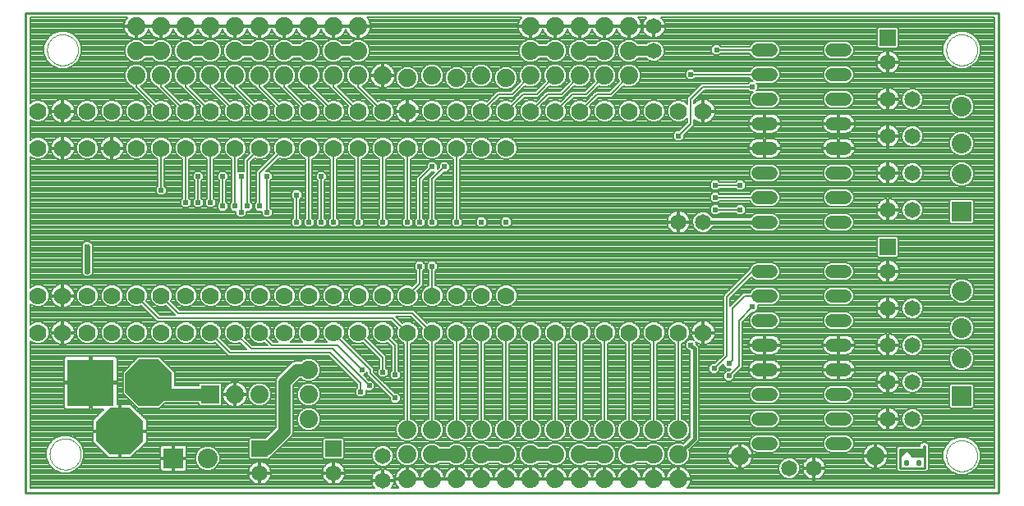
<source format=gtl>
G75*
G70*
%OFA0B0*%
%FSLAX24Y24*%
%IPPOS*%
%LPD*%
%AMOC8*
5,1,8,0,0,1.08239X$1,22.5*
%
%ADD10C,0.0100*%
%ADD11C,0.0000*%
%ADD12OC8,0.1900*%
%ADD13R,0.1900X0.1900*%
%ADD14C,0.0700*%
%ADD15R,0.0740X0.0740*%
%ADD16C,0.0740*%
%ADD17C,0.0650*%
%ADD18R,0.0650X0.0650*%
%ADD19C,0.0520*%
%ADD20R,0.0800X0.0800*%
%ADD21C,0.0800*%
%ADD22C,0.0500*%
%ADD23C,0.0160*%
%ADD24C,0.0240*%
%ADD25C,0.0080*%
%ADD26C,0.0060*%
%ADD27C,0.0400*%
%ADD28C,0.0240*%
D10*
X001650Y001833D02*
X001650Y021333D01*
X041150Y021333D01*
X041150Y001833D01*
X001650Y001833D01*
X037150Y002833D02*
X037150Y003333D01*
X037400Y003583D01*
X037650Y003333D01*
X038150Y003333D01*
X038150Y003583D01*
X037400Y003583D01*
X037150Y003583D01*
X037150Y003333D01*
X037200Y003483D02*
X037250Y003533D01*
X037200Y003533D01*
X037550Y003533D02*
X037650Y003433D01*
X038100Y003433D01*
X038100Y003533D01*
X037650Y003533D01*
X037450Y003133D02*
X037450Y002983D01*
X037350Y002983D01*
X037350Y003133D01*
X037450Y003133D01*
X037850Y003133D02*
X037850Y002983D01*
X037950Y002983D01*
X037950Y003133D01*
X037850Y003133D01*
X038150Y003333D02*
X038150Y002833D01*
X037150Y002833D01*
X038100Y003633D02*
X038100Y003733D01*
X038150Y003733D01*
X038150Y003583D01*
D11*
X039020Y003333D02*
X039022Y003383D01*
X039028Y003433D01*
X039038Y003482D01*
X039052Y003530D01*
X039069Y003577D01*
X039090Y003622D01*
X039115Y003666D01*
X039143Y003707D01*
X039175Y003746D01*
X039209Y003783D01*
X039246Y003817D01*
X039286Y003847D01*
X039328Y003874D01*
X039372Y003898D01*
X039418Y003919D01*
X039465Y003935D01*
X039513Y003948D01*
X039563Y003957D01*
X039612Y003962D01*
X039663Y003963D01*
X039713Y003960D01*
X039762Y003953D01*
X039811Y003942D01*
X039859Y003927D01*
X039905Y003909D01*
X039950Y003887D01*
X039993Y003861D01*
X040034Y003832D01*
X040073Y003800D01*
X040109Y003765D01*
X040141Y003727D01*
X040171Y003687D01*
X040198Y003644D01*
X040221Y003600D01*
X040240Y003554D01*
X040256Y003506D01*
X040268Y003457D01*
X040276Y003408D01*
X040280Y003358D01*
X040280Y003308D01*
X040276Y003258D01*
X040268Y003209D01*
X040256Y003160D01*
X040240Y003112D01*
X040221Y003066D01*
X040198Y003022D01*
X040171Y002979D01*
X040141Y002939D01*
X040109Y002901D01*
X040073Y002866D01*
X040034Y002834D01*
X039993Y002805D01*
X039950Y002779D01*
X039905Y002757D01*
X039859Y002739D01*
X039811Y002724D01*
X039762Y002713D01*
X039713Y002706D01*
X039663Y002703D01*
X039612Y002704D01*
X039563Y002709D01*
X039513Y002718D01*
X039465Y002731D01*
X039418Y002747D01*
X039372Y002768D01*
X039328Y002792D01*
X039286Y002819D01*
X039246Y002849D01*
X039209Y002883D01*
X039175Y002920D01*
X039143Y002959D01*
X039115Y003000D01*
X039090Y003044D01*
X039069Y003089D01*
X039052Y003136D01*
X039038Y003184D01*
X039028Y003233D01*
X039022Y003283D01*
X039020Y003333D01*
X039020Y019833D02*
X039022Y019883D01*
X039028Y019933D01*
X039038Y019982D01*
X039052Y020030D01*
X039069Y020077D01*
X039090Y020122D01*
X039115Y020166D01*
X039143Y020207D01*
X039175Y020246D01*
X039209Y020283D01*
X039246Y020317D01*
X039286Y020347D01*
X039328Y020374D01*
X039372Y020398D01*
X039418Y020419D01*
X039465Y020435D01*
X039513Y020448D01*
X039563Y020457D01*
X039612Y020462D01*
X039663Y020463D01*
X039713Y020460D01*
X039762Y020453D01*
X039811Y020442D01*
X039859Y020427D01*
X039905Y020409D01*
X039950Y020387D01*
X039993Y020361D01*
X040034Y020332D01*
X040073Y020300D01*
X040109Y020265D01*
X040141Y020227D01*
X040171Y020187D01*
X040198Y020144D01*
X040221Y020100D01*
X040240Y020054D01*
X040256Y020006D01*
X040268Y019957D01*
X040276Y019908D01*
X040280Y019858D01*
X040280Y019808D01*
X040276Y019758D01*
X040268Y019709D01*
X040256Y019660D01*
X040240Y019612D01*
X040221Y019566D01*
X040198Y019522D01*
X040171Y019479D01*
X040141Y019439D01*
X040109Y019401D01*
X040073Y019366D01*
X040034Y019334D01*
X039993Y019305D01*
X039950Y019279D01*
X039905Y019257D01*
X039859Y019239D01*
X039811Y019224D01*
X039762Y019213D01*
X039713Y019206D01*
X039663Y019203D01*
X039612Y019204D01*
X039563Y019209D01*
X039513Y019218D01*
X039465Y019231D01*
X039418Y019247D01*
X039372Y019268D01*
X039328Y019292D01*
X039286Y019319D01*
X039246Y019349D01*
X039209Y019383D01*
X039175Y019420D01*
X039143Y019459D01*
X039115Y019500D01*
X039090Y019544D01*
X039069Y019589D01*
X039052Y019636D01*
X039038Y019684D01*
X039028Y019733D01*
X039022Y019783D01*
X039020Y019833D01*
X002520Y019833D02*
X002522Y019883D01*
X002528Y019933D01*
X002538Y019982D01*
X002552Y020030D01*
X002569Y020077D01*
X002590Y020122D01*
X002615Y020166D01*
X002643Y020207D01*
X002675Y020246D01*
X002709Y020283D01*
X002746Y020317D01*
X002786Y020347D01*
X002828Y020374D01*
X002872Y020398D01*
X002918Y020419D01*
X002965Y020435D01*
X003013Y020448D01*
X003063Y020457D01*
X003112Y020462D01*
X003163Y020463D01*
X003213Y020460D01*
X003262Y020453D01*
X003311Y020442D01*
X003359Y020427D01*
X003405Y020409D01*
X003450Y020387D01*
X003493Y020361D01*
X003534Y020332D01*
X003573Y020300D01*
X003609Y020265D01*
X003641Y020227D01*
X003671Y020187D01*
X003698Y020144D01*
X003721Y020100D01*
X003740Y020054D01*
X003756Y020006D01*
X003768Y019957D01*
X003776Y019908D01*
X003780Y019858D01*
X003780Y019808D01*
X003776Y019758D01*
X003768Y019709D01*
X003756Y019660D01*
X003740Y019612D01*
X003721Y019566D01*
X003698Y019522D01*
X003671Y019479D01*
X003641Y019439D01*
X003609Y019401D01*
X003573Y019366D01*
X003534Y019334D01*
X003493Y019305D01*
X003450Y019279D01*
X003405Y019257D01*
X003359Y019239D01*
X003311Y019224D01*
X003262Y019213D01*
X003213Y019206D01*
X003163Y019203D01*
X003112Y019204D01*
X003063Y019209D01*
X003013Y019218D01*
X002965Y019231D01*
X002918Y019247D01*
X002872Y019268D01*
X002828Y019292D01*
X002786Y019319D01*
X002746Y019349D01*
X002709Y019383D01*
X002675Y019420D01*
X002643Y019459D01*
X002615Y019500D01*
X002590Y019544D01*
X002569Y019589D01*
X002552Y019636D01*
X002538Y019684D01*
X002528Y019733D01*
X002522Y019783D01*
X002520Y019833D01*
X002626Y003402D02*
X002628Y003452D01*
X002634Y003502D01*
X002644Y003551D01*
X002658Y003599D01*
X002675Y003646D01*
X002696Y003691D01*
X002721Y003735D01*
X002749Y003776D01*
X002781Y003815D01*
X002815Y003852D01*
X002852Y003886D01*
X002892Y003916D01*
X002934Y003943D01*
X002978Y003967D01*
X003024Y003988D01*
X003071Y004004D01*
X003119Y004017D01*
X003169Y004026D01*
X003218Y004031D01*
X003269Y004032D01*
X003319Y004029D01*
X003368Y004022D01*
X003417Y004011D01*
X003465Y003996D01*
X003511Y003978D01*
X003556Y003956D01*
X003599Y003930D01*
X003640Y003901D01*
X003679Y003869D01*
X003715Y003834D01*
X003747Y003796D01*
X003777Y003756D01*
X003804Y003713D01*
X003827Y003669D01*
X003846Y003623D01*
X003862Y003575D01*
X003874Y003526D01*
X003882Y003477D01*
X003886Y003427D01*
X003886Y003377D01*
X003882Y003327D01*
X003874Y003278D01*
X003862Y003229D01*
X003846Y003181D01*
X003827Y003135D01*
X003804Y003091D01*
X003777Y003048D01*
X003747Y003008D01*
X003715Y002970D01*
X003679Y002935D01*
X003640Y002903D01*
X003599Y002874D01*
X003556Y002848D01*
X003511Y002826D01*
X003465Y002808D01*
X003417Y002793D01*
X003368Y002782D01*
X003319Y002775D01*
X003269Y002772D01*
X003218Y002773D01*
X003169Y002778D01*
X003119Y002787D01*
X003071Y002800D01*
X003024Y002816D01*
X002978Y002837D01*
X002934Y002861D01*
X002892Y002888D01*
X002852Y002918D01*
X002815Y002952D01*
X002781Y002989D01*
X002749Y003028D01*
X002721Y003069D01*
X002696Y003113D01*
X002675Y003158D01*
X002658Y003205D01*
X002644Y003253D01*
X002634Y003302D01*
X002628Y003352D01*
X002626Y003402D01*
D12*
X005470Y004333D03*
X006650Y006303D03*
D13*
X004290Y006303D03*
D14*
X004150Y008333D03*
X005150Y008333D03*
X006150Y008333D03*
X007150Y008333D03*
X008150Y008333D03*
X009150Y008333D03*
X010150Y008333D03*
X011150Y008333D03*
X012150Y008333D03*
X013150Y008333D03*
X014150Y008333D03*
X015150Y008333D03*
X016150Y008333D03*
X017150Y008333D03*
X018150Y008333D03*
X019150Y008333D03*
X020150Y008333D03*
X021150Y008333D03*
X022150Y008333D03*
X023150Y008333D03*
X024150Y008333D03*
X025150Y008333D03*
X026150Y008333D03*
X027150Y008333D03*
X028150Y008333D03*
X029150Y008333D03*
X021150Y009833D03*
X020150Y009833D03*
X019150Y009833D03*
X018150Y009833D03*
X017150Y009833D03*
X016150Y009833D03*
X015150Y009833D03*
X014150Y009833D03*
X013150Y009833D03*
X012150Y009833D03*
X011150Y009833D03*
X010150Y009833D03*
X009150Y009833D03*
X008150Y009833D03*
X007150Y009833D03*
X006150Y009833D03*
X005150Y009833D03*
X004150Y009833D03*
X003150Y009833D03*
X002150Y009833D03*
X002150Y008333D03*
X003150Y008333D03*
X003150Y015833D03*
X002150Y015833D03*
X002150Y017333D03*
X003150Y017333D03*
X004150Y017333D03*
X005150Y017333D03*
X006150Y017333D03*
X007150Y017333D03*
X008150Y017333D03*
X009150Y017333D03*
X010150Y017333D03*
X011150Y017333D03*
X012150Y017333D03*
X013150Y017333D03*
X014150Y017333D03*
X015150Y017333D03*
X016150Y017333D03*
X017150Y017333D03*
X018150Y017333D03*
X019150Y017333D03*
X020150Y017333D03*
X021150Y017333D03*
X022150Y017333D03*
X023150Y017333D03*
X024150Y017333D03*
X025150Y017333D03*
X026150Y017333D03*
X027150Y017333D03*
X028150Y017333D03*
X029150Y017333D03*
X021150Y015833D03*
X020150Y015833D03*
X019150Y015833D03*
X018150Y015833D03*
X017150Y015833D03*
X016150Y015833D03*
X015150Y015833D03*
X014150Y015833D03*
X013150Y015833D03*
X012150Y015833D03*
X011150Y015833D03*
X010150Y015833D03*
X009150Y015833D03*
X008150Y015833D03*
X007150Y015833D03*
X006150Y015833D03*
X005150Y015833D03*
X004150Y015833D03*
D15*
X009150Y005833D03*
D16*
X010150Y005833D03*
X011150Y005833D03*
X013150Y005833D03*
X013150Y006833D03*
X013150Y004833D03*
X017150Y004383D03*
X017150Y003383D03*
X018150Y003383D03*
X018150Y004383D03*
X019150Y004383D03*
X019150Y003383D03*
X020150Y003383D03*
X020150Y004383D03*
X021150Y004383D03*
X021150Y003383D03*
X022150Y003383D03*
X022150Y004383D03*
X023150Y004383D03*
X023150Y003383D03*
X024150Y003383D03*
X025150Y003383D03*
X025150Y004383D03*
X024150Y004383D03*
X024150Y002383D03*
X023150Y002383D03*
X022150Y002383D03*
X021150Y002383D03*
X020150Y002383D03*
X019150Y002383D03*
X018150Y002383D03*
X017150Y002383D03*
X025150Y002383D03*
X026150Y002383D03*
X027150Y002383D03*
X028150Y002383D03*
X028150Y003383D03*
X028150Y004383D03*
X027150Y004383D03*
X027150Y003383D03*
X026150Y003383D03*
X026150Y004383D03*
X030650Y003333D03*
X036150Y003333D03*
X026150Y018783D03*
X026150Y019783D03*
X025150Y019783D03*
X025150Y018783D03*
X024150Y018783D03*
X023150Y018783D03*
X023150Y019783D03*
X024150Y019783D03*
X024150Y020783D03*
X023150Y020783D03*
X022150Y020783D03*
X022150Y019783D03*
X022150Y018783D03*
X021150Y018683D03*
X020150Y018783D03*
X019150Y018683D03*
X018150Y018783D03*
X017150Y018683D03*
X016150Y018783D03*
X015150Y018783D03*
X014150Y018783D03*
X014150Y019783D03*
X015150Y019783D03*
X015150Y020783D03*
X014150Y020783D03*
X013150Y020783D03*
X012150Y020783D03*
X012150Y019783D03*
X012150Y018783D03*
X013150Y018783D03*
X013150Y019783D03*
X011150Y019783D03*
X011150Y018783D03*
X010150Y018783D03*
X009150Y018783D03*
X009150Y019783D03*
X010150Y019783D03*
X010150Y020783D03*
X009150Y020783D03*
X008150Y020783D03*
X007150Y020783D03*
X007150Y019783D03*
X007150Y018783D03*
X008150Y018783D03*
X008150Y019783D03*
X006150Y019783D03*
X006150Y018783D03*
X006150Y020783D03*
X011150Y020783D03*
X025150Y020783D03*
X026150Y020783D03*
D17*
X027150Y020783D03*
X027150Y019783D03*
X028150Y012833D03*
X029150Y012833D03*
X036650Y013333D03*
X037650Y013333D03*
X037650Y014833D03*
X036650Y014833D03*
X036650Y016333D03*
X037650Y016333D03*
X037650Y017833D03*
X036650Y017833D03*
X036650Y019333D03*
X036650Y010833D03*
X036650Y009333D03*
X037650Y009333D03*
X037650Y007833D03*
X036650Y007833D03*
X036650Y006333D03*
X037650Y006333D03*
X037650Y004833D03*
X036650Y004833D03*
X033650Y002833D03*
X032650Y002833D03*
X016150Y002333D03*
X016150Y003333D03*
X014150Y002633D03*
X011150Y002633D03*
D18*
X011150Y003633D03*
X014150Y003633D03*
X036650Y011833D03*
X036650Y020333D03*
D19*
X034910Y019833D02*
X034390Y019833D01*
X034390Y018833D02*
X034910Y018833D01*
X034910Y017833D02*
X034390Y017833D01*
X034390Y016833D02*
X034910Y016833D01*
X034910Y015833D02*
X034390Y015833D01*
X034390Y014833D02*
X034910Y014833D01*
X034910Y013833D02*
X034390Y013833D01*
X034390Y012833D02*
X034910Y012833D01*
X034910Y010833D02*
X034390Y010833D01*
X034390Y009833D02*
X034910Y009833D01*
X034910Y008833D02*
X034390Y008833D01*
X034390Y007833D02*
X034910Y007833D01*
X034910Y006833D02*
X034390Y006833D01*
X034390Y005833D02*
X034910Y005833D01*
X034910Y004833D02*
X034390Y004833D01*
X034390Y003833D02*
X034910Y003833D01*
X031910Y003833D02*
X031390Y003833D01*
X031390Y004833D02*
X031910Y004833D01*
X031910Y005833D02*
X031390Y005833D01*
X031390Y006833D02*
X031910Y006833D01*
X031910Y007833D02*
X031390Y007833D01*
X031390Y008833D02*
X031910Y008833D01*
X031910Y009833D02*
X031390Y009833D01*
X031390Y010833D02*
X031910Y010833D01*
X031910Y012833D02*
X031390Y012833D01*
X031390Y013833D02*
X031910Y013833D01*
X031910Y014833D02*
X031390Y014833D01*
X031390Y015833D02*
X031910Y015833D01*
X031910Y016833D02*
X031390Y016833D01*
X031390Y017833D02*
X031910Y017833D01*
X031910Y018833D02*
X031390Y018833D01*
X031390Y019833D02*
X031910Y019833D01*
D20*
X039650Y013263D03*
X039650Y005763D03*
X007650Y003233D03*
D21*
X009028Y003233D03*
X039650Y007281D03*
X039650Y008519D03*
X039650Y010037D03*
X039650Y014781D03*
X039650Y016019D03*
X039650Y017537D03*
D22*
X027150Y003383D02*
X026150Y003383D01*
X025150Y003383D02*
X024150Y003383D01*
X023150Y003383D02*
X022150Y003383D01*
X021150Y003383D02*
X020150Y003383D01*
X019150Y003383D02*
X018150Y003383D01*
X013150Y006833D02*
X012650Y006833D01*
X012150Y006333D01*
X012150Y004333D01*
X011450Y003633D01*
X011150Y003633D01*
X009150Y005833D02*
X007120Y005833D01*
X006650Y006303D01*
D23*
X028150Y003383D02*
X028800Y004033D01*
X028800Y007683D01*
X028650Y007833D01*
X029150Y012833D02*
X031650Y012833D01*
D24*
X030650Y013333D03*
X030650Y014333D03*
X029650Y014333D03*
X029650Y013833D03*
X029650Y013333D03*
X028150Y016333D03*
X028650Y018833D03*
X029700Y019833D03*
X031150Y018333D03*
X031150Y009383D03*
X030200Y007083D03*
X030200Y006583D03*
X029600Y006883D03*
X028650Y007833D03*
X021150Y012833D03*
X020150Y012833D03*
X019150Y012833D03*
X018150Y012833D03*
X017650Y012833D03*
X017150Y012833D03*
X016150Y012833D03*
X015150Y012833D03*
X014150Y012833D03*
X013650Y012833D03*
X013150Y012833D03*
X012650Y012833D03*
X012650Y013933D03*
X013650Y014683D03*
X011450Y014683D03*
X010400Y014683D03*
X009650Y014683D03*
X009150Y013633D03*
X009650Y013483D03*
X010150Y013483D03*
X010400Y013233D03*
X010650Y013483D03*
X011150Y013483D03*
X011450Y013233D03*
X008650Y013633D03*
X008150Y013633D03*
X007150Y014133D03*
X008650Y014683D03*
X004150Y011833D03*
X004150Y010833D03*
X015250Y005933D03*
X015600Y006183D03*
X015300Y006833D03*
X016150Y006733D03*
X016650Y006633D03*
X016650Y005683D03*
X017650Y011033D03*
X018150Y011033D03*
X018150Y015083D03*
X018650Y015083D03*
D25*
X018150Y014583D01*
X018150Y012833D01*
X018370Y012823D02*
X018930Y012823D01*
X018930Y012745D02*
X018370Y012745D01*
X018370Y012742D02*
X018370Y012924D01*
X018290Y013004D01*
X018290Y014525D01*
X018628Y014863D01*
X018741Y014863D01*
X018870Y014992D01*
X018870Y015174D01*
X018741Y015303D01*
X018559Y015303D01*
X018430Y015174D01*
X018430Y015061D01*
X018370Y015001D01*
X018370Y015174D01*
X018241Y015303D01*
X018059Y015303D01*
X017930Y015174D01*
X017930Y015061D01*
X017510Y014641D01*
X017510Y013004D01*
X017430Y012924D01*
X017430Y012742D01*
X017559Y012613D01*
X017741Y012613D01*
X017870Y012742D01*
X017870Y012924D01*
X017790Y013004D01*
X017790Y014525D01*
X018128Y014863D01*
X018232Y014863D01*
X018010Y014641D01*
X018010Y013004D01*
X017930Y012924D01*
X017930Y012742D01*
X018059Y012613D01*
X018241Y012613D01*
X018370Y012742D01*
X018294Y012666D02*
X019006Y012666D01*
X019059Y012613D02*
X019241Y012613D01*
X019370Y012742D01*
X019370Y012924D01*
X019290Y013004D01*
X019290Y015404D01*
X019405Y015452D01*
X019531Y015578D01*
X019600Y015744D01*
X019600Y015923D01*
X019531Y016088D01*
X019405Y016215D01*
X019240Y016283D01*
X019060Y016283D01*
X018895Y016215D01*
X018769Y016088D01*
X018700Y015923D01*
X018700Y015744D01*
X018769Y015578D01*
X018895Y015452D01*
X019010Y015404D01*
X019010Y013004D01*
X018930Y012924D01*
X018930Y012742D01*
X019059Y012613D01*
X019150Y012833D02*
X019150Y015833D01*
X019313Y015414D02*
X019987Y015414D01*
X020060Y015383D02*
X020240Y015383D01*
X020405Y015452D01*
X020531Y015578D01*
X020600Y015744D01*
X020600Y015923D01*
X020531Y016088D01*
X020405Y016215D01*
X020240Y016283D01*
X020060Y016283D01*
X019895Y016215D01*
X019769Y016088D01*
X019700Y015923D01*
X019700Y015744D01*
X019769Y015578D01*
X019895Y015452D01*
X020060Y015383D01*
X019855Y015492D02*
X019445Y015492D01*
X019524Y015571D02*
X019776Y015571D01*
X019739Y015649D02*
X019561Y015649D01*
X019593Y015728D02*
X019707Y015728D01*
X019700Y015806D02*
X019600Y015806D01*
X019600Y015885D02*
X019700Y015885D01*
X019717Y015963D02*
X019583Y015963D01*
X019551Y016042D02*
X019749Y016042D01*
X019801Y016120D02*
X019499Y016120D01*
X019421Y016199D02*
X019879Y016199D01*
X020046Y016277D02*
X019254Y016277D01*
X019046Y016277D02*
X018254Y016277D01*
X018240Y016283D02*
X018060Y016283D01*
X017895Y016215D01*
X017769Y016088D01*
X017700Y015923D01*
X017700Y015744D01*
X017769Y015578D01*
X017895Y015452D01*
X018060Y015383D01*
X018240Y015383D01*
X018405Y015452D01*
X018531Y015578D01*
X018600Y015744D01*
X018600Y015923D01*
X018531Y016088D01*
X018405Y016215D01*
X018240Y016283D01*
X018046Y016277D02*
X017254Y016277D01*
X017240Y016283D02*
X017060Y016283D01*
X016895Y016215D01*
X016769Y016088D01*
X016700Y015923D01*
X016700Y015744D01*
X016769Y015578D01*
X016895Y015452D01*
X017010Y015404D01*
X017010Y013004D01*
X016930Y012924D01*
X016930Y012742D01*
X017059Y012613D01*
X017241Y012613D01*
X017370Y012742D01*
X017370Y012924D01*
X017290Y013004D01*
X017290Y015404D01*
X017405Y015452D01*
X017531Y015578D01*
X017600Y015744D01*
X017600Y015923D01*
X017531Y016088D01*
X017405Y016215D01*
X017240Y016283D01*
X017046Y016277D02*
X016254Y016277D01*
X016240Y016283D02*
X016060Y016283D01*
X015895Y016215D01*
X015769Y016088D01*
X015700Y015923D01*
X015700Y015744D01*
X015769Y015578D01*
X015895Y015452D01*
X016010Y015404D01*
X016010Y013004D01*
X015930Y012924D01*
X015930Y012742D01*
X016059Y012613D01*
X016241Y012613D01*
X016370Y012742D01*
X016370Y012924D01*
X016290Y013004D01*
X016290Y015404D01*
X016405Y015452D01*
X016531Y015578D01*
X016600Y015744D01*
X016600Y015923D01*
X016531Y016088D01*
X016405Y016215D01*
X016240Y016283D01*
X016046Y016277D02*
X015254Y016277D01*
X015240Y016283D02*
X015060Y016283D01*
X014895Y016215D01*
X014769Y016088D01*
X014700Y015923D01*
X014700Y015744D01*
X014769Y015578D01*
X014895Y015452D01*
X015010Y015404D01*
X015010Y013004D01*
X014930Y012924D01*
X014930Y012742D01*
X015059Y012613D01*
X015241Y012613D01*
X015370Y012742D01*
X015370Y012924D01*
X015290Y013004D01*
X015290Y015404D01*
X015405Y015452D01*
X015531Y015578D01*
X015600Y015744D01*
X015600Y015923D01*
X015531Y016088D01*
X015405Y016215D01*
X015240Y016283D01*
X015046Y016277D02*
X014254Y016277D01*
X014240Y016283D02*
X014060Y016283D01*
X013895Y016215D01*
X013769Y016088D01*
X013700Y015923D01*
X013700Y015744D01*
X013769Y015578D01*
X013895Y015452D01*
X014010Y015404D01*
X014010Y013004D01*
X013930Y012924D01*
X013930Y012742D01*
X014059Y012613D01*
X014241Y012613D01*
X014370Y012742D01*
X014370Y012924D01*
X014290Y013004D01*
X014290Y015404D01*
X014405Y015452D01*
X014531Y015578D01*
X014600Y015744D01*
X014600Y015923D01*
X014531Y016088D01*
X014405Y016215D01*
X014240Y016283D01*
X014046Y016277D02*
X013254Y016277D01*
X013240Y016283D02*
X013060Y016283D01*
X012895Y016215D01*
X012769Y016088D01*
X012700Y015923D01*
X012700Y015744D01*
X012769Y015578D01*
X012895Y015452D01*
X013010Y015404D01*
X013010Y013004D01*
X012930Y012924D01*
X012930Y012742D01*
X013059Y012613D01*
X013241Y012613D01*
X013370Y012742D01*
X013370Y012924D01*
X013290Y013004D01*
X013290Y015404D01*
X013405Y015452D01*
X013531Y015578D01*
X013600Y015744D01*
X013600Y015923D01*
X013531Y016088D01*
X013405Y016215D01*
X013240Y016283D01*
X013046Y016277D02*
X012254Y016277D01*
X012240Y016283D02*
X012060Y016283D01*
X011895Y016215D01*
X011769Y016088D01*
X011700Y015923D01*
X011700Y015744D01*
X011748Y015629D01*
X011092Y014973D01*
X011010Y014891D01*
X011010Y013654D01*
X010930Y013574D01*
X010930Y013392D01*
X011059Y013263D01*
X011230Y013263D01*
X011230Y013142D01*
X011359Y013013D01*
X011541Y013013D01*
X011670Y013142D01*
X011670Y013324D01*
X011590Y013404D01*
X011590Y014512D01*
X011670Y014592D01*
X011670Y014774D01*
X011541Y014903D01*
X011418Y014903D01*
X011946Y015431D01*
X012060Y015383D01*
X012240Y015383D01*
X012405Y015452D01*
X012531Y015578D01*
X012600Y015744D01*
X012600Y015923D01*
X012531Y016088D01*
X012405Y016215D01*
X012240Y016283D01*
X012046Y016277D02*
X011254Y016277D01*
X011240Y016283D02*
X011060Y016283D01*
X010895Y016215D01*
X010769Y016088D01*
X010700Y015923D01*
X010700Y015744D01*
X010748Y015629D01*
X010592Y015473D01*
X010510Y015391D01*
X010510Y014884D01*
X010491Y014903D01*
X010309Y014903D01*
X010290Y014884D01*
X010290Y015404D01*
X010405Y015452D01*
X010531Y015578D01*
X010600Y015744D01*
X010600Y015923D01*
X010531Y016088D01*
X010405Y016215D01*
X010240Y016283D01*
X010060Y016283D01*
X009895Y016215D01*
X009769Y016088D01*
X009700Y015923D01*
X009700Y015744D01*
X009769Y015578D01*
X009895Y015452D01*
X010010Y015404D01*
X010010Y013654D01*
X009930Y013574D01*
X009930Y013392D01*
X010059Y013263D01*
X010180Y013263D01*
X010180Y013142D01*
X010309Y013013D01*
X010491Y013013D01*
X010620Y013142D01*
X010620Y013263D01*
X010741Y013263D01*
X010870Y013392D01*
X010870Y013574D01*
X010790Y013654D01*
X010790Y015275D01*
X010946Y015431D01*
X011060Y015383D01*
X011240Y015383D01*
X011405Y015452D01*
X011531Y015578D01*
X011600Y015744D01*
X011600Y015923D01*
X011531Y016088D01*
X011405Y016215D01*
X011240Y016283D01*
X011046Y016277D02*
X010254Y016277D01*
X010421Y016199D02*
X010879Y016199D01*
X010801Y016120D02*
X010499Y016120D01*
X010551Y016042D02*
X010749Y016042D01*
X010717Y015963D02*
X010583Y015963D01*
X010600Y015885D02*
X010700Y015885D01*
X010700Y015806D02*
X010600Y015806D01*
X010593Y015728D02*
X010707Y015728D01*
X010739Y015649D02*
X010561Y015649D01*
X010524Y015571D02*
X010690Y015571D01*
X010611Y015492D02*
X010445Y015492D01*
X010533Y015414D02*
X010313Y015414D01*
X010290Y015335D02*
X010510Y015335D01*
X010510Y015257D02*
X010290Y015257D01*
X010290Y015178D02*
X010510Y015178D01*
X010510Y015100D02*
X010290Y015100D01*
X010290Y015021D02*
X010510Y015021D01*
X010510Y014943D02*
X010290Y014943D01*
X010010Y014943D02*
X009290Y014943D01*
X009290Y015021D02*
X010010Y015021D01*
X010010Y015100D02*
X009290Y015100D01*
X009290Y015178D02*
X010010Y015178D01*
X010010Y015257D02*
X009290Y015257D01*
X009290Y015335D02*
X010010Y015335D01*
X009987Y015414D02*
X009313Y015414D01*
X009290Y015404D02*
X009405Y015452D01*
X009531Y015578D01*
X009600Y015744D01*
X009600Y015923D01*
X009531Y016088D01*
X009405Y016215D01*
X009240Y016283D01*
X009060Y016283D01*
X008895Y016215D01*
X008769Y016088D01*
X008700Y015923D01*
X008700Y015744D01*
X008769Y015578D01*
X008895Y015452D01*
X009010Y015404D01*
X009010Y013804D01*
X008930Y013724D01*
X008930Y013542D01*
X009059Y013413D01*
X009241Y013413D01*
X009370Y013542D01*
X009370Y013724D01*
X009290Y013804D01*
X009290Y015404D01*
X009445Y015492D02*
X009855Y015492D01*
X009776Y015571D02*
X009524Y015571D01*
X009561Y015649D02*
X009739Y015649D01*
X009707Y015728D02*
X009593Y015728D01*
X009600Y015806D02*
X009700Y015806D01*
X009700Y015885D02*
X009600Y015885D01*
X009583Y015963D02*
X009717Y015963D01*
X009749Y016042D02*
X009551Y016042D01*
X009499Y016120D02*
X009801Y016120D01*
X009879Y016199D02*
X009421Y016199D01*
X009254Y016277D02*
X010046Y016277D01*
X010150Y015833D02*
X010150Y013483D01*
X009930Y013451D02*
X009870Y013451D01*
X009870Y013392D02*
X009741Y013263D01*
X009559Y013263D01*
X009430Y013392D01*
X009430Y013574D01*
X009510Y013654D01*
X009510Y014512D01*
X009430Y014592D01*
X009430Y014774D01*
X009559Y014903D01*
X009741Y014903D01*
X009870Y014774D01*
X009870Y014592D01*
X009790Y014512D01*
X009790Y013654D01*
X009870Y013574D01*
X009870Y013392D01*
X009851Y013373D02*
X009949Y013373D01*
X010028Y013294D02*
X009772Y013294D01*
X009650Y013483D02*
X009650Y014683D01*
X009870Y014707D02*
X010010Y014707D01*
X010010Y014629D02*
X009870Y014629D01*
X009828Y014550D02*
X010010Y014550D01*
X010010Y014472D02*
X009790Y014472D01*
X009790Y014393D02*
X010010Y014393D01*
X010010Y014315D02*
X009790Y014315D01*
X009790Y014236D02*
X010010Y014236D01*
X010010Y014158D02*
X009790Y014158D01*
X009790Y014079D02*
X010010Y014079D01*
X010010Y014001D02*
X009790Y014001D01*
X009790Y013922D02*
X010010Y013922D01*
X010010Y013844D02*
X009790Y013844D01*
X009790Y013765D02*
X010010Y013765D01*
X010010Y013687D02*
X009790Y013687D01*
X009836Y013608D02*
X009964Y013608D01*
X009930Y013530D02*
X009870Y013530D01*
X009510Y013687D02*
X009370Y013687D01*
X009370Y013608D02*
X009464Y013608D01*
X009430Y013530D02*
X009358Y013530D01*
X009430Y013451D02*
X009279Y013451D01*
X009449Y013373D02*
X001840Y013373D01*
X001840Y013451D02*
X008021Y013451D01*
X008059Y013413D02*
X008241Y013413D01*
X008370Y013542D01*
X008370Y013724D01*
X008290Y013804D01*
X008290Y015404D01*
X008405Y015452D01*
X008531Y015578D01*
X008600Y015744D01*
X008600Y015923D01*
X008531Y016088D01*
X008405Y016215D01*
X008240Y016283D01*
X008060Y016283D01*
X007895Y016215D01*
X007769Y016088D01*
X007700Y015923D01*
X007700Y015744D01*
X007769Y015578D01*
X007895Y015452D01*
X008010Y015404D01*
X008010Y013804D01*
X007930Y013724D01*
X007930Y013542D01*
X008059Y013413D01*
X007942Y013530D02*
X001840Y013530D01*
X001840Y013608D02*
X007930Y013608D01*
X007930Y013687D02*
X001840Y013687D01*
X001840Y013765D02*
X007971Y013765D01*
X008010Y013844D02*
X001840Y013844D01*
X001840Y013922D02*
X007050Y013922D01*
X007059Y013913D02*
X007241Y013913D01*
X007370Y014042D01*
X007370Y014224D01*
X007290Y014304D01*
X007290Y015404D01*
X007405Y015452D01*
X007531Y015578D01*
X007600Y015744D01*
X007600Y015923D01*
X007531Y016088D01*
X007405Y016215D01*
X007240Y016283D01*
X007060Y016283D01*
X006895Y016215D01*
X006769Y016088D01*
X006700Y015923D01*
X006700Y015744D01*
X006769Y015578D01*
X006895Y015452D01*
X007010Y015404D01*
X007010Y014304D01*
X006930Y014224D01*
X006930Y014042D01*
X007059Y013913D01*
X006971Y014001D02*
X001840Y014001D01*
X001840Y014079D02*
X006930Y014079D01*
X006930Y014158D02*
X001840Y014158D01*
X001840Y014236D02*
X006942Y014236D01*
X007010Y014315D02*
X001840Y014315D01*
X001840Y014393D02*
X007010Y014393D01*
X007010Y014472D02*
X001840Y014472D01*
X001840Y014550D02*
X007010Y014550D01*
X007010Y014629D02*
X001840Y014629D01*
X001840Y014707D02*
X007010Y014707D01*
X007010Y014786D02*
X001840Y014786D01*
X001840Y014864D02*
X007010Y014864D01*
X007010Y014943D02*
X001840Y014943D01*
X001840Y015021D02*
X007010Y015021D01*
X007010Y015100D02*
X001840Y015100D01*
X001840Y015178D02*
X007010Y015178D01*
X007010Y015257D02*
X001840Y015257D01*
X001840Y015335D02*
X007010Y015335D01*
X006987Y015414D02*
X006313Y015414D01*
X006240Y015383D02*
X006405Y015452D01*
X006531Y015578D01*
X006600Y015744D01*
X006600Y015923D01*
X006531Y016088D01*
X006405Y016215D01*
X006240Y016283D01*
X006060Y016283D01*
X005895Y016215D01*
X005769Y016088D01*
X005700Y015923D01*
X005700Y015744D01*
X005769Y015578D01*
X005895Y015452D01*
X006060Y015383D01*
X006240Y015383D01*
X006445Y015492D02*
X006855Y015492D01*
X006776Y015571D02*
X006524Y015571D01*
X006561Y015649D02*
X006739Y015649D01*
X006707Y015728D02*
X006593Y015728D01*
X006600Y015806D02*
X006700Y015806D01*
X006700Y015885D02*
X006600Y015885D01*
X006583Y015963D02*
X006717Y015963D01*
X006749Y016042D02*
X006551Y016042D01*
X006499Y016120D02*
X006801Y016120D01*
X006879Y016199D02*
X006421Y016199D01*
X006254Y016277D02*
X007046Y016277D01*
X007254Y016277D02*
X008046Y016277D01*
X007879Y016199D02*
X007421Y016199D01*
X007499Y016120D02*
X007801Y016120D01*
X007749Y016042D02*
X007551Y016042D01*
X007583Y015963D02*
X007717Y015963D01*
X007700Y015885D02*
X007600Y015885D01*
X007600Y015806D02*
X007700Y015806D01*
X007707Y015728D02*
X007593Y015728D01*
X007561Y015649D02*
X007739Y015649D01*
X007776Y015571D02*
X007524Y015571D01*
X007445Y015492D02*
X007855Y015492D01*
X007987Y015414D02*
X007313Y015414D01*
X007290Y015335D02*
X008010Y015335D01*
X008010Y015257D02*
X007290Y015257D01*
X007290Y015178D02*
X008010Y015178D01*
X008010Y015100D02*
X007290Y015100D01*
X007290Y015021D02*
X008010Y015021D01*
X008010Y014943D02*
X007290Y014943D01*
X007290Y014864D02*
X008010Y014864D01*
X008010Y014786D02*
X007290Y014786D01*
X007290Y014707D02*
X008010Y014707D01*
X008010Y014629D02*
X007290Y014629D01*
X007290Y014550D02*
X008010Y014550D01*
X008010Y014472D02*
X007290Y014472D01*
X007290Y014393D02*
X008010Y014393D01*
X008010Y014315D02*
X007290Y014315D01*
X007358Y014236D02*
X008010Y014236D01*
X008010Y014158D02*
X007370Y014158D01*
X007370Y014079D02*
X008010Y014079D01*
X008010Y014001D02*
X007329Y014001D01*
X007250Y013922D02*
X008010Y013922D01*
X008290Y013922D02*
X008510Y013922D01*
X008510Y013844D02*
X008290Y013844D01*
X008329Y013765D02*
X008471Y013765D01*
X008510Y013804D02*
X008430Y013724D01*
X008430Y013542D01*
X008559Y013413D01*
X008741Y013413D01*
X008870Y013542D01*
X008870Y013724D01*
X008790Y013804D01*
X008790Y014512D01*
X008870Y014592D01*
X008870Y014774D01*
X008741Y014903D01*
X008559Y014903D01*
X008430Y014774D01*
X008430Y014592D01*
X008510Y014512D01*
X008510Y013804D01*
X008430Y013687D02*
X008370Y013687D01*
X008370Y013608D02*
X008430Y013608D01*
X008442Y013530D02*
X008358Y013530D01*
X008279Y013451D02*
X008521Y013451D01*
X008650Y013633D02*
X008650Y014683D01*
X008870Y014707D02*
X009010Y014707D01*
X009010Y014629D02*
X008870Y014629D01*
X008828Y014550D02*
X009010Y014550D01*
X009010Y014472D02*
X008790Y014472D01*
X008790Y014393D02*
X009010Y014393D01*
X009010Y014315D02*
X008790Y014315D01*
X008790Y014236D02*
X009010Y014236D01*
X009010Y014158D02*
X008790Y014158D01*
X008790Y014079D02*
X009010Y014079D01*
X009010Y014001D02*
X008790Y014001D01*
X008790Y013922D02*
X009010Y013922D01*
X009010Y013844D02*
X008790Y013844D01*
X008829Y013765D02*
X008971Y013765D01*
X008930Y013687D02*
X008870Y013687D01*
X008870Y013608D02*
X008930Y013608D01*
X008942Y013530D02*
X008858Y013530D01*
X008779Y013451D02*
X009021Y013451D01*
X009150Y013633D02*
X009150Y015833D01*
X008987Y015414D02*
X008313Y015414D01*
X008290Y015335D02*
X009010Y015335D01*
X009010Y015257D02*
X008290Y015257D01*
X008290Y015178D02*
X009010Y015178D01*
X009010Y015100D02*
X008290Y015100D01*
X008290Y015021D02*
X009010Y015021D01*
X009010Y014943D02*
X008290Y014943D01*
X008290Y014864D02*
X008520Y014864D01*
X008441Y014786D02*
X008290Y014786D01*
X008290Y014707D02*
X008430Y014707D01*
X008430Y014629D02*
X008290Y014629D01*
X008290Y014550D02*
X008472Y014550D01*
X008510Y014472D02*
X008290Y014472D01*
X008290Y014393D02*
X008510Y014393D01*
X008510Y014315D02*
X008290Y014315D01*
X008290Y014236D02*
X008510Y014236D01*
X008510Y014158D02*
X008290Y014158D01*
X008290Y014079D02*
X008510Y014079D01*
X008510Y014001D02*
X008290Y014001D01*
X008150Y013633D02*
X008150Y015833D01*
X008561Y015649D02*
X008739Y015649D01*
X008707Y015728D02*
X008593Y015728D01*
X008600Y015806D02*
X008700Y015806D01*
X008700Y015885D02*
X008600Y015885D01*
X008583Y015963D02*
X008717Y015963D01*
X008749Y016042D02*
X008551Y016042D01*
X008499Y016120D02*
X008801Y016120D01*
X008879Y016199D02*
X008421Y016199D01*
X008254Y016277D02*
X009046Y016277D01*
X009060Y016883D02*
X009240Y016883D01*
X009405Y016952D01*
X009531Y017078D01*
X009600Y017244D01*
X009600Y017423D01*
X009531Y017588D01*
X009405Y017715D01*
X009240Y017783D01*
X009060Y017783D01*
X008936Y017732D01*
X008322Y018346D01*
X008416Y018385D01*
X008548Y018517D01*
X008620Y018690D01*
X008620Y018877D01*
X008548Y019050D01*
X008416Y019182D01*
X008884Y019182D01*
X008752Y019050D01*
X008680Y018877D01*
X008680Y018690D01*
X008752Y018517D01*
X008884Y018385D01*
X009020Y018328D01*
X009020Y018279D01*
X009096Y018203D01*
X009752Y017548D01*
X009700Y017423D01*
X009700Y017244D01*
X009769Y017078D01*
X009895Y016952D01*
X010060Y016883D01*
X010240Y016883D01*
X010405Y016952D01*
X010531Y017078D01*
X010600Y017244D01*
X010600Y017423D01*
X010531Y017588D01*
X010405Y017715D01*
X010240Y017783D01*
X010060Y017783D01*
X009936Y017732D01*
X009322Y018346D01*
X009416Y018385D01*
X009548Y018517D01*
X009620Y018690D01*
X009620Y018877D01*
X009548Y019050D01*
X009416Y019182D01*
X009884Y019182D01*
X009752Y019050D01*
X009680Y018877D01*
X009680Y018690D01*
X009752Y018517D01*
X009884Y018385D01*
X010020Y018328D01*
X010020Y018279D01*
X010096Y018203D01*
X010752Y017548D01*
X010700Y017423D01*
X010700Y017244D01*
X010769Y017078D01*
X010895Y016952D01*
X011060Y016883D01*
X011240Y016883D01*
X011405Y016952D01*
X011531Y017078D01*
X011600Y017244D01*
X011600Y017423D01*
X011531Y017588D01*
X011405Y017715D01*
X011240Y017783D01*
X011060Y017783D01*
X010936Y017732D01*
X010322Y018346D01*
X010416Y018385D01*
X010548Y018517D01*
X010620Y018690D01*
X010620Y018877D01*
X010548Y019050D01*
X010416Y019182D01*
X010884Y019182D01*
X010752Y019050D01*
X010680Y018877D01*
X010680Y018690D01*
X010752Y018517D01*
X010884Y018385D01*
X011020Y018328D01*
X011020Y018279D01*
X011096Y018203D01*
X011752Y017548D01*
X011700Y017423D01*
X011700Y017244D01*
X011769Y017078D01*
X011895Y016952D01*
X012060Y016883D01*
X012240Y016883D01*
X012405Y016952D01*
X012531Y017078D01*
X012600Y017244D01*
X012600Y017423D01*
X012531Y017588D01*
X012405Y017715D01*
X012240Y017783D01*
X012060Y017783D01*
X011936Y017732D01*
X011322Y018346D01*
X011416Y018385D01*
X011548Y018517D01*
X011620Y018690D01*
X011620Y018877D01*
X011548Y019050D01*
X011416Y019182D01*
X011884Y019182D01*
X011752Y019050D01*
X011680Y018877D01*
X011680Y018690D01*
X011752Y018517D01*
X011884Y018385D01*
X012020Y018328D01*
X012020Y018279D01*
X012096Y018203D01*
X012752Y017548D01*
X012700Y017423D01*
X012700Y017244D01*
X012769Y017078D01*
X012895Y016952D01*
X013060Y016883D01*
X013240Y016883D01*
X013405Y016952D01*
X013531Y017078D01*
X013600Y017244D01*
X013600Y017423D01*
X013531Y017588D01*
X013405Y017715D01*
X013240Y017783D01*
X013060Y017783D01*
X012936Y017732D01*
X012322Y018346D01*
X012416Y018385D01*
X012548Y018517D01*
X012620Y018690D01*
X012620Y018877D01*
X012548Y019050D01*
X012416Y019182D01*
X012884Y019182D01*
X012752Y019050D01*
X012680Y018877D01*
X012680Y018690D01*
X012752Y018517D01*
X012884Y018385D01*
X013020Y018328D01*
X013020Y018279D01*
X013096Y018203D01*
X013752Y017548D01*
X013700Y017423D01*
X013700Y017244D01*
X013769Y017078D01*
X013895Y016952D01*
X014060Y016883D01*
X014240Y016883D01*
X014405Y016952D01*
X014531Y017078D01*
X014600Y017244D01*
X014600Y017423D01*
X014531Y017588D01*
X014405Y017715D01*
X014240Y017783D01*
X014060Y017783D01*
X013936Y017732D01*
X013322Y018346D01*
X013416Y018385D01*
X013548Y018517D01*
X013620Y018690D01*
X013620Y018877D01*
X013548Y019050D01*
X013416Y019182D01*
X013884Y019182D01*
X013752Y019050D01*
X013680Y018877D01*
X013680Y018690D01*
X013752Y018517D01*
X013884Y018385D01*
X014020Y018328D01*
X014020Y018279D01*
X014096Y018203D01*
X014752Y017548D01*
X014700Y017423D01*
X014700Y017244D01*
X014769Y017078D01*
X014895Y016952D01*
X015060Y016883D01*
X015240Y016883D01*
X015405Y016952D01*
X015531Y017078D01*
X015600Y017244D01*
X015600Y017423D01*
X015531Y017588D01*
X015405Y017715D01*
X015240Y017783D01*
X015060Y017783D01*
X014936Y017732D01*
X014322Y018346D01*
X014416Y018385D01*
X014548Y018517D01*
X014620Y018690D01*
X014620Y018877D01*
X014548Y019050D01*
X014416Y019182D01*
X014884Y019182D01*
X014752Y019050D01*
X014680Y018877D01*
X014680Y018690D01*
X014752Y018517D01*
X014884Y018385D01*
X015020Y018328D01*
X015020Y018279D01*
X015096Y018203D01*
X015752Y017548D01*
X015700Y017423D01*
X015700Y017244D01*
X015769Y017078D01*
X015895Y016952D01*
X016060Y016883D01*
X016240Y016883D01*
X016405Y016952D01*
X016531Y017078D01*
X016600Y017244D01*
X016600Y017423D01*
X016531Y017588D01*
X016405Y017715D01*
X016240Y017783D01*
X016060Y017783D01*
X015936Y017732D01*
X015322Y018346D01*
X015416Y018385D01*
X015548Y018517D01*
X015620Y018690D01*
X015620Y018877D01*
X015548Y019050D01*
X015416Y019182D01*
X015831Y019182D01*
X015818Y019172D02*
X015761Y019116D01*
X015714Y019051D01*
X015677Y018979D01*
X015653Y018903D01*
X015640Y018823D01*
X016110Y018823D01*
X016110Y018743D01*
X016190Y018743D01*
X016190Y018273D01*
X016190Y018273D01*
X016269Y018286D01*
X016346Y018311D01*
X016417Y018347D01*
X016482Y018394D01*
X016539Y018451D01*
X016586Y018516D01*
X016623Y018588D01*
X016647Y018664D01*
X016660Y018743D01*
X016660Y018743D01*
X016190Y018743D01*
X016190Y018823D01*
X016660Y018823D01*
X016660Y018823D01*
X016647Y018903D01*
X016623Y018979D01*
X016586Y019051D01*
X016539Y019116D01*
X016482Y019172D01*
X016417Y019220D01*
X016346Y019256D01*
X016269Y019281D01*
X016190Y019293D01*
X016190Y019293D01*
X016190Y018823D01*
X016110Y018823D01*
X016110Y019293D01*
X016110Y019293D01*
X016031Y019281D01*
X015954Y019256D01*
X015883Y019220D01*
X015818Y019172D01*
X015752Y019103D02*
X015495Y019103D01*
X015559Y019025D02*
X015701Y019025D01*
X015667Y018946D02*
X015591Y018946D01*
X015620Y018868D02*
X015647Y018868D01*
X015640Y018823D02*
X015640Y018823D01*
X015620Y018789D02*
X016110Y018789D01*
X016110Y018743D02*
X015640Y018743D01*
X015653Y018664D01*
X015677Y018588D01*
X015714Y018516D01*
X015761Y018451D01*
X015818Y018394D01*
X015883Y018347D01*
X015954Y018311D01*
X016031Y018286D01*
X016110Y018273D01*
X016110Y018743D01*
X016110Y018711D02*
X016190Y018711D01*
X016190Y018789D02*
X016685Y018789D01*
X016680Y018777D02*
X016680Y018590D01*
X016752Y018417D01*
X016884Y018285D01*
X017057Y018213D01*
X017243Y018213D01*
X017416Y018285D01*
X017548Y018417D01*
X017620Y018590D01*
X017620Y018777D01*
X017548Y018950D01*
X017416Y019082D01*
X017243Y019153D01*
X017057Y019153D01*
X016884Y019082D01*
X016752Y018950D01*
X016680Y018777D01*
X016680Y018711D02*
X016655Y018711D01*
X016637Y018632D02*
X016680Y018632D01*
X016695Y018554D02*
X016605Y018554D01*
X016557Y018475D02*
X016727Y018475D01*
X016772Y018397D02*
X016485Y018397D01*
X016361Y018318D02*
X016850Y018318D01*
X016992Y018240D02*
X015427Y018240D01*
X015349Y018318D02*
X015939Y018318D01*
X015815Y018397D02*
X015428Y018397D01*
X015507Y018475D02*
X015743Y018475D01*
X015695Y018554D02*
X015564Y018554D01*
X015596Y018632D02*
X015663Y018632D01*
X015645Y018711D02*
X015620Y018711D01*
X015640Y018743D02*
X015640Y018743D01*
X015416Y019182D02*
X015243Y019253D01*
X015057Y019253D01*
X014884Y019182D01*
X014805Y019103D02*
X014495Y019103D01*
X014559Y019025D02*
X014741Y019025D01*
X014709Y018946D02*
X014591Y018946D01*
X014620Y018868D02*
X014680Y018868D01*
X014680Y018789D02*
X014620Y018789D01*
X014620Y018711D02*
X014680Y018711D01*
X014704Y018632D02*
X014596Y018632D01*
X014564Y018554D02*
X014736Y018554D01*
X014793Y018475D02*
X014507Y018475D01*
X014428Y018397D02*
X014872Y018397D01*
X015020Y018318D02*
X014349Y018318D01*
X014427Y018240D02*
X015060Y018240D01*
X015138Y018161D02*
X014506Y018161D01*
X014584Y018083D02*
X015217Y018083D01*
X015295Y018004D02*
X014663Y018004D01*
X014741Y017926D02*
X015374Y017926D01*
X015452Y017847D02*
X014820Y017847D01*
X014898Y017769D02*
X015026Y017769D01*
X015274Y017769D02*
X015531Y017769D01*
X015609Y017690D02*
X015429Y017690D01*
X015508Y017612D02*
X015688Y017612D01*
X015746Y017533D02*
X015554Y017533D01*
X015587Y017455D02*
X015713Y017455D01*
X015700Y017376D02*
X015600Y017376D01*
X015600Y017298D02*
X015700Y017298D01*
X015710Y017219D02*
X015590Y017219D01*
X015557Y017141D02*
X015743Y017141D01*
X015785Y017062D02*
X015515Y017062D01*
X015437Y016984D02*
X015863Y016984D01*
X016007Y016905D02*
X015293Y016905D01*
X015007Y016905D02*
X014293Y016905D01*
X014437Y016984D02*
X014863Y016984D01*
X014785Y017062D02*
X014515Y017062D01*
X014557Y017141D02*
X014743Y017141D01*
X014710Y017219D02*
X014590Y017219D01*
X014600Y017298D02*
X014700Y017298D01*
X014700Y017376D02*
X014600Y017376D01*
X014587Y017455D02*
X014713Y017455D01*
X014746Y017533D02*
X014554Y017533D01*
X014508Y017612D02*
X014688Y017612D01*
X014609Y017690D02*
X014429Y017690D01*
X014531Y017769D02*
X014274Y017769D01*
X014374Y017926D02*
X013741Y017926D01*
X013663Y018004D02*
X014295Y018004D01*
X014217Y018083D02*
X013584Y018083D01*
X013506Y018161D02*
X014138Y018161D01*
X014060Y018240D02*
X013427Y018240D01*
X013349Y018318D02*
X014020Y018318D01*
X013872Y018397D02*
X013428Y018397D01*
X013507Y018475D02*
X013793Y018475D01*
X013736Y018554D02*
X013564Y018554D01*
X013596Y018632D02*
X013704Y018632D01*
X013680Y018711D02*
X013620Y018711D01*
X013620Y018789D02*
X013680Y018789D01*
X013680Y018868D02*
X013620Y018868D01*
X013591Y018946D02*
X013709Y018946D01*
X013741Y019025D02*
X013559Y019025D01*
X013495Y019103D02*
X013805Y019103D01*
X013884Y019182D02*
X014057Y019253D01*
X014243Y019253D01*
X014416Y019182D01*
X014305Y019339D02*
X014995Y019339D01*
X015057Y019313D02*
X015243Y019313D01*
X015416Y019385D01*
X015548Y019517D01*
X015620Y019690D01*
X015620Y019877D01*
X015548Y020050D01*
X015416Y020182D01*
X015243Y020253D01*
X015057Y020253D01*
X014884Y020182D01*
X014785Y020083D01*
X014515Y020083D01*
X014416Y020182D01*
X014243Y020253D01*
X014057Y020253D01*
X013884Y020182D01*
X013752Y020050D01*
X013680Y019877D01*
X013680Y019690D01*
X013752Y019517D01*
X013884Y019385D01*
X014057Y019313D01*
X014243Y019313D01*
X014416Y019385D01*
X014515Y019483D01*
X014785Y019483D01*
X014884Y019385D01*
X015057Y019313D01*
X014851Y019417D02*
X014449Y019417D01*
X013995Y019339D02*
X013305Y019339D01*
X013243Y019313D02*
X013416Y019385D01*
X013548Y019517D01*
X013620Y019690D01*
X013620Y019877D01*
X013548Y020050D01*
X013416Y020182D01*
X013243Y020253D01*
X013057Y020253D01*
X012884Y020182D01*
X012785Y020083D01*
X012515Y020083D01*
X012416Y020182D01*
X012243Y020253D01*
X012057Y020253D01*
X011884Y020182D01*
X011752Y020050D01*
X011680Y019877D01*
X011680Y019690D01*
X011752Y019517D01*
X011884Y019385D01*
X012057Y019313D01*
X012243Y019313D01*
X012416Y019385D01*
X012515Y019483D01*
X012785Y019483D01*
X012884Y019385D01*
X013057Y019313D01*
X013243Y019313D01*
X013243Y019253D02*
X013057Y019253D01*
X012884Y019182D01*
X012805Y019103D02*
X012495Y019103D01*
X012559Y019025D02*
X012741Y019025D01*
X012709Y018946D02*
X012591Y018946D01*
X012620Y018868D02*
X012680Y018868D01*
X012680Y018789D02*
X012620Y018789D01*
X012620Y018711D02*
X012680Y018711D01*
X012704Y018632D02*
X012596Y018632D01*
X012564Y018554D02*
X012736Y018554D01*
X012793Y018475D02*
X012507Y018475D01*
X012428Y018397D02*
X012872Y018397D01*
X013020Y018318D02*
X012349Y018318D01*
X012427Y018240D02*
X013060Y018240D01*
X013138Y018161D02*
X012506Y018161D01*
X012584Y018083D02*
X013217Y018083D01*
X013295Y018004D02*
X012663Y018004D01*
X012741Y017926D02*
X013374Y017926D01*
X013452Y017847D02*
X012820Y017847D01*
X012898Y017769D02*
X013026Y017769D01*
X013274Y017769D02*
X013531Y017769D01*
X013609Y017690D02*
X013429Y017690D01*
X013508Y017612D02*
X013688Y017612D01*
X013746Y017533D02*
X013554Y017533D01*
X013587Y017455D02*
X013713Y017455D01*
X013700Y017376D02*
X013600Y017376D01*
X013600Y017298D02*
X013700Y017298D01*
X013710Y017219D02*
X013590Y017219D01*
X013557Y017141D02*
X013743Y017141D01*
X013785Y017062D02*
X013515Y017062D01*
X013437Y016984D02*
X013863Y016984D01*
X014007Y016905D02*
X013293Y016905D01*
X013007Y016905D02*
X012293Y016905D01*
X012437Y016984D02*
X012863Y016984D01*
X012785Y017062D02*
X012515Y017062D01*
X012557Y017141D02*
X012743Y017141D01*
X012710Y017219D02*
X012590Y017219D01*
X012600Y017298D02*
X012700Y017298D01*
X012700Y017376D02*
X012600Y017376D01*
X012587Y017455D02*
X012713Y017455D01*
X012746Y017533D02*
X012554Y017533D01*
X012508Y017612D02*
X012688Y017612D01*
X012609Y017690D02*
X012429Y017690D01*
X012531Y017769D02*
X012274Y017769D01*
X012374Y017926D02*
X011741Y017926D01*
X011663Y018004D02*
X012295Y018004D01*
X012217Y018083D02*
X011584Y018083D01*
X011506Y018161D02*
X012138Y018161D01*
X012060Y018240D02*
X011427Y018240D01*
X011349Y018318D02*
X012020Y018318D01*
X011872Y018397D02*
X011428Y018397D01*
X011507Y018475D02*
X011793Y018475D01*
X011736Y018554D02*
X011564Y018554D01*
X011596Y018632D02*
X011704Y018632D01*
X011680Y018711D02*
X011620Y018711D01*
X011620Y018789D02*
X011680Y018789D01*
X011680Y018868D02*
X011620Y018868D01*
X011591Y018946D02*
X011709Y018946D01*
X011741Y019025D02*
X011559Y019025D01*
X011495Y019103D02*
X011805Y019103D01*
X011884Y019182D02*
X012057Y019253D01*
X012243Y019253D01*
X012416Y019182D01*
X012305Y019339D02*
X012995Y019339D01*
X012851Y019417D02*
X012449Y019417D01*
X011995Y019339D02*
X011305Y019339D01*
X011243Y019313D02*
X011416Y019385D01*
X011548Y019517D01*
X011620Y019690D01*
X011620Y019877D01*
X011548Y020050D01*
X011416Y020182D01*
X011243Y020253D01*
X011057Y020253D01*
X010884Y020182D01*
X010785Y020083D01*
X010515Y020083D01*
X010416Y020182D01*
X010243Y020253D01*
X010057Y020253D01*
X009884Y020182D01*
X009752Y020050D01*
X009680Y019877D01*
X009680Y019690D01*
X009752Y019517D01*
X009884Y019385D01*
X010057Y019313D01*
X010243Y019313D01*
X010416Y019385D01*
X010515Y019483D01*
X010785Y019483D01*
X010884Y019385D01*
X011057Y019313D01*
X011243Y019313D01*
X011243Y019253D02*
X011057Y019253D01*
X010884Y019182D01*
X010805Y019103D02*
X010495Y019103D01*
X010559Y019025D02*
X010741Y019025D01*
X010709Y018946D02*
X010591Y018946D01*
X010620Y018868D02*
X010680Y018868D01*
X010680Y018789D02*
X010620Y018789D01*
X010620Y018711D02*
X010680Y018711D01*
X010704Y018632D02*
X010596Y018632D01*
X010564Y018554D02*
X010736Y018554D01*
X010793Y018475D02*
X010507Y018475D01*
X010428Y018397D02*
X010872Y018397D01*
X011020Y018318D02*
X010349Y018318D01*
X010427Y018240D02*
X011060Y018240D01*
X011138Y018161D02*
X010506Y018161D01*
X010584Y018083D02*
X011217Y018083D01*
X011295Y018004D02*
X010663Y018004D01*
X010741Y017926D02*
X011374Y017926D01*
X011452Y017847D02*
X010820Y017847D01*
X010898Y017769D02*
X011026Y017769D01*
X011274Y017769D02*
X011531Y017769D01*
X011609Y017690D02*
X011429Y017690D01*
X011508Y017612D02*
X011688Y017612D01*
X011746Y017533D02*
X011554Y017533D01*
X011587Y017455D02*
X011713Y017455D01*
X011700Y017376D02*
X011600Y017376D01*
X011600Y017298D02*
X011700Y017298D01*
X011710Y017219D02*
X011590Y017219D01*
X011557Y017141D02*
X011743Y017141D01*
X011785Y017062D02*
X011515Y017062D01*
X011437Y016984D02*
X011863Y016984D01*
X012007Y016905D02*
X011293Y016905D01*
X011007Y016905D02*
X010293Y016905D01*
X010437Y016984D02*
X010863Y016984D01*
X010785Y017062D02*
X010515Y017062D01*
X010557Y017141D02*
X010743Y017141D01*
X010710Y017219D02*
X010590Y017219D01*
X010600Y017298D02*
X010700Y017298D01*
X010700Y017376D02*
X010600Y017376D01*
X010587Y017455D02*
X010713Y017455D01*
X010746Y017533D02*
X010554Y017533D01*
X010508Y017612D02*
X010688Y017612D01*
X010609Y017690D02*
X010429Y017690D01*
X010531Y017769D02*
X010274Y017769D01*
X010374Y017926D02*
X009741Y017926D01*
X009663Y018004D02*
X010295Y018004D01*
X010217Y018083D02*
X009584Y018083D01*
X009506Y018161D02*
X010138Y018161D01*
X010060Y018240D02*
X009427Y018240D01*
X009349Y018318D02*
X010020Y018318D01*
X009872Y018397D02*
X009428Y018397D01*
X009507Y018475D02*
X009793Y018475D01*
X009736Y018554D02*
X009564Y018554D01*
X009596Y018632D02*
X009704Y018632D01*
X009680Y018711D02*
X009620Y018711D01*
X009620Y018789D02*
X009680Y018789D01*
X009680Y018868D02*
X009620Y018868D01*
X009591Y018946D02*
X009709Y018946D01*
X009741Y019025D02*
X009559Y019025D01*
X009495Y019103D02*
X009805Y019103D01*
X009884Y019182D02*
X010057Y019253D01*
X010243Y019253D01*
X010416Y019182D01*
X010305Y019339D02*
X010995Y019339D01*
X010851Y019417D02*
X010449Y019417D01*
X009995Y019339D02*
X009305Y019339D01*
X009243Y019313D02*
X009416Y019385D01*
X009548Y019517D01*
X009620Y019690D01*
X009620Y019877D01*
X009548Y020050D01*
X009416Y020182D01*
X009243Y020253D01*
X009057Y020253D01*
X008884Y020182D01*
X008785Y020083D01*
X008515Y020083D01*
X008416Y020182D01*
X008243Y020253D01*
X008057Y020253D01*
X007884Y020182D01*
X007752Y020050D01*
X007680Y019877D01*
X007680Y019690D01*
X007752Y019517D01*
X007884Y019385D01*
X008057Y019313D01*
X008243Y019313D01*
X008416Y019385D01*
X008515Y019483D01*
X008785Y019483D01*
X008884Y019385D01*
X009057Y019313D01*
X009243Y019313D01*
X009243Y019253D02*
X009057Y019253D01*
X008884Y019182D01*
X008805Y019103D02*
X008495Y019103D01*
X008559Y019025D02*
X008741Y019025D01*
X008709Y018946D02*
X008591Y018946D01*
X008620Y018868D02*
X008680Y018868D01*
X008680Y018789D02*
X008620Y018789D01*
X008620Y018711D02*
X008680Y018711D01*
X008704Y018632D02*
X008596Y018632D01*
X008564Y018554D02*
X008736Y018554D01*
X008793Y018475D02*
X008507Y018475D01*
X008428Y018397D02*
X008872Y018397D01*
X009020Y018318D02*
X008349Y018318D01*
X008427Y018240D02*
X009060Y018240D01*
X009138Y018161D02*
X008506Y018161D01*
X008584Y018083D02*
X009217Y018083D01*
X009295Y018004D02*
X008663Y018004D01*
X008741Y017926D02*
X009374Y017926D01*
X009452Y017847D02*
X008820Y017847D01*
X008898Y017769D02*
X009026Y017769D01*
X009274Y017769D02*
X009531Y017769D01*
X009609Y017690D02*
X009429Y017690D01*
X009508Y017612D02*
X009688Y017612D01*
X009746Y017533D02*
X009554Y017533D01*
X009587Y017455D02*
X009713Y017455D01*
X009700Y017376D02*
X009600Y017376D01*
X009600Y017298D02*
X009700Y017298D01*
X009710Y017219D02*
X009590Y017219D01*
X009557Y017141D02*
X009743Y017141D01*
X009785Y017062D02*
X009515Y017062D01*
X009437Y016984D02*
X009863Y016984D01*
X010007Y016905D02*
X009293Y016905D01*
X009060Y016883D02*
X008895Y016952D01*
X008769Y017078D01*
X008700Y017244D01*
X008700Y017423D01*
X008752Y017548D01*
X008096Y018203D01*
X008020Y018279D01*
X008020Y018328D01*
X007884Y018385D01*
X007752Y018517D01*
X007680Y018690D01*
X007680Y018877D01*
X007752Y019050D01*
X007884Y019182D01*
X007416Y019182D01*
X007243Y019253D01*
X007057Y019253D01*
X006884Y019182D01*
X006416Y019182D01*
X006243Y019253D01*
X006057Y019253D01*
X005884Y019182D01*
X003587Y019182D01*
X003586Y019181D02*
X003803Y019397D01*
X003920Y019680D01*
X003920Y019986D01*
X003803Y020269D01*
X003586Y020486D01*
X003303Y020603D01*
X002997Y020603D01*
X002714Y020486D01*
X002497Y020269D01*
X002380Y019986D01*
X002380Y019680D01*
X002497Y019397D01*
X002714Y019181D01*
X002997Y019063D01*
X003303Y019063D01*
X003586Y019181D01*
X003666Y019260D02*
X015968Y019260D01*
X016110Y019260D02*
X016190Y019260D01*
X016190Y019182D02*
X016110Y019182D01*
X016110Y019103D02*
X016190Y019103D01*
X016190Y019025D02*
X016110Y019025D01*
X016110Y018946D02*
X016190Y018946D01*
X016190Y018868D02*
X016110Y018868D01*
X016110Y018632D02*
X016190Y018632D01*
X016190Y018554D02*
X016110Y018554D01*
X016110Y018475D02*
X016190Y018475D01*
X016190Y018397D02*
X016110Y018397D01*
X016110Y018318D02*
X016190Y018318D01*
X016110Y018273D02*
X016110Y018273D01*
X015741Y017926D02*
X020559Y017926D01*
X020637Y018004D02*
X015663Y018004D01*
X015584Y018083D02*
X020716Y018083D01*
X020720Y018087D02*
X020364Y017732D01*
X020240Y017783D01*
X020060Y017783D01*
X019895Y017715D01*
X019769Y017588D01*
X019700Y017423D01*
X019700Y017244D01*
X019769Y017078D01*
X019895Y016952D01*
X020060Y016883D01*
X020240Y016883D01*
X020405Y016952D01*
X020531Y017078D01*
X020600Y017244D01*
X020600Y017423D01*
X020548Y017548D01*
X020904Y017903D01*
X021454Y017903D01*
X021920Y018370D01*
X022057Y018313D01*
X022243Y018313D01*
X022416Y018385D01*
X022548Y018517D01*
X022620Y018690D01*
X022620Y018877D01*
X022548Y019050D01*
X022416Y019182D01*
X022884Y019182D01*
X022752Y019050D01*
X022680Y018877D01*
X022680Y018690D01*
X022736Y018554D01*
X022564Y018554D01*
X022596Y018632D02*
X022704Y018632D01*
X022680Y018711D02*
X022620Y018711D01*
X022620Y018789D02*
X022680Y018789D01*
X022680Y018868D02*
X022620Y018868D01*
X022591Y018946D02*
X022709Y018946D01*
X022741Y019025D02*
X022559Y019025D01*
X022495Y019103D02*
X022805Y019103D01*
X022884Y019182D02*
X023057Y019253D01*
X023243Y019253D01*
X023416Y019182D01*
X023884Y019182D01*
X023752Y019050D01*
X023680Y018877D01*
X023680Y018690D01*
X023736Y018554D01*
X023564Y018554D01*
X023548Y018517D02*
X023620Y018690D01*
X023620Y018877D01*
X023548Y019050D01*
X023416Y019182D01*
X023495Y019103D02*
X023805Y019103D01*
X023741Y019025D02*
X023559Y019025D01*
X023591Y018946D02*
X023709Y018946D01*
X023680Y018868D02*
X023620Y018868D01*
X023620Y018789D02*
X023680Y018789D01*
X023680Y018711D02*
X023620Y018711D01*
X023596Y018632D02*
X023704Y018632D01*
X023736Y018554D02*
X023346Y018163D01*
X022796Y018163D01*
X022720Y018087D01*
X022364Y017732D01*
X022240Y017783D01*
X022060Y017783D01*
X021895Y017715D01*
X021769Y017588D01*
X021700Y017423D01*
X021700Y017244D01*
X021769Y017078D01*
X021895Y016952D01*
X022060Y016883D01*
X022240Y016883D01*
X022405Y016952D01*
X022531Y017078D01*
X022600Y017244D01*
X022600Y017423D01*
X022548Y017548D01*
X022904Y017903D01*
X023454Y017903D01*
X023920Y018370D01*
X024057Y018313D01*
X024243Y018313D01*
X024416Y018385D01*
X024548Y018517D01*
X024620Y018690D01*
X024620Y018877D01*
X024548Y019050D01*
X024416Y019182D01*
X024884Y019182D01*
X024752Y019050D01*
X024680Y018877D01*
X024680Y018690D01*
X024736Y018554D01*
X024564Y018554D01*
X024596Y018632D02*
X024704Y018632D01*
X024680Y018711D02*
X024620Y018711D01*
X024620Y018789D02*
X024680Y018789D01*
X024680Y018868D02*
X024620Y018868D01*
X024591Y018946D02*
X024709Y018946D01*
X024741Y019025D02*
X024559Y019025D01*
X024495Y019103D02*
X024805Y019103D01*
X024884Y019182D02*
X025057Y019253D01*
X025243Y019253D01*
X025416Y019182D01*
X025884Y019182D01*
X025752Y019050D01*
X025680Y018877D01*
X025680Y018690D01*
X025736Y018554D01*
X025564Y018554D01*
X025548Y018517D02*
X025620Y018690D01*
X025620Y018877D01*
X025548Y019050D01*
X025416Y019182D01*
X025495Y019103D02*
X025805Y019103D01*
X025741Y019025D02*
X025559Y019025D01*
X025591Y018946D02*
X025709Y018946D01*
X025680Y018868D02*
X025620Y018868D01*
X025620Y018789D02*
X025680Y018789D01*
X025680Y018711D02*
X025620Y018711D01*
X025596Y018632D02*
X025704Y018632D01*
X025736Y018554D02*
X025346Y018163D01*
X024796Y018163D01*
X024720Y018087D01*
X024364Y017732D01*
X024240Y017783D01*
X024060Y017783D01*
X023895Y017715D01*
X023769Y017588D01*
X023700Y017423D01*
X023700Y017244D01*
X023769Y017078D01*
X023895Y016952D01*
X024060Y016883D01*
X024240Y016883D01*
X024405Y016952D01*
X024531Y017078D01*
X024600Y017244D01*
X024600Y017423D01*
X024548Y017548D01*
X024904Y017903D01*
X025454Y017903D01*
X025920Y018370D01*
X026057Y018313D01*
X026243Y018313D01*
X026416Y018385D01*
X026548Y018517D01*
X026620Y018690D01*
X026620Y018877D01*
X026548Y019050D01*
X026416Y019182D01*
X031291Y019182D01*
X031318Y019193D02*
X031186Y019139D01*
X031085Y019037D01*
X031058Y018973D01*
X028821Y018973D01*
X028741Y019053D01*
X028559Y019053D01*
X028430Y018924D01*
X028430Y018742D01*
X028559Y018613D01*
X028741Y018613D01*
X028821Y018693D01*
X031058Y018693D01*
X031085Y018629D01*
X031161Y018553D01*
X031059Y018553D01*
X030979Y018473D01*
X029092Y018473D01*
X028592Y017973D01*
X028510Y017891D01*
X028510Y017610D01*
X028405Y017715D01*
X028240Y017783D01*
X028060Y017783D01*
X027895Y017715D01*
X027769Y017588D01*
X027700Y017423D01*
X027700Y017244D01*
X027769Y017078D01*
X027895Y016952D01*
X028060Y016883D01*
X028240Y016883D01*
X028405Y016952D01*
X028510Y017057D01*
X028510Y016891D01*
X028172Y016553D01*
X028059Y016553D01*
X027930Y016424D01*
X027930Y016242D01*
X028059Y016113D01*
X028241Y016113D01*
X028370Y016242D01*
X028370Y016355D01*
X028790Y016775D01*
X028790Y017000D01*
X028831Y016960D01*
X028893Y016914D01*
X028962Y016879D01*
X029035Y016855D01*
X029110Y016844D01*
X029110Y017293D01*
X029190Y017293D01*
X029190Y016844D01*
X029265Y016855D01*
X029338Y016879D01*
X029407Y016914D01*
X029469Y016960D01*
X029524Y017014D01*
X029569Y017077D01*
X029604Y017145D01*
X029628Y017219D01*
X031280Y017219D01*
X031273Y017218D02*
X031201Y017188D01*
X031135Y017144D01*
X031079Y017088D01*
X031036Y017023D01*
X031005Y016950D01*
X030990Y016873D01*
X031610Y016873D01*
X031610Y016793D01*
X031690Y016793D01*
X031690Y016433D01*
X031949Y016433D01*
X032027Y016449D01*
X032099Y016479D01*
X032165Y016523D01*
X032221Y016578D01*
X032264Y016644D01*
X032295Y016717D01*
X032310Y016793D01*
X031690Y016793D01*
X031690Y016873D01*
X032310Y016873D01*
X032295Y016950D01*
X032264Y017023D01*
X032221Y017088D01*
X032165Y017144D01*
X032099Y017188D01*
X032027Y017218D01*
X031949Y017233D01*
X031690Y017233D01*
X031690Y016873D01*
X031610Y016873D01*
X031610Y017233D01*
X031351Y017233D01*
X031273Y017218D01*
X031132Y017141D02*
X029602Y017141D01*
X029628Y017219D02*
X029640Y017293D01*
X029190Y017293D01*
X029190Y017373D01*
X029640Y017373D01*
X029628Y017448D01*
X029604Y017521D01*
X029569Y017590D01*
X029524Y017653D01*
X029469Y017707D01*
X029407Y017752D01*
X029338Y017787D01*
X029265Y017811D01*
X029190Y017823D01*
X029190Y017373D01*
X029110Y017373D01*
X029110Y017823D01*
X029035Y017811D01*
X028962Y017787D01*
X028893Y017752D01*
X028831Y017707D01*
X028790Y017666D01*
X028790Y017775D01*
X029208Y018193D01*
X030979Y018193D01*
X031059Y018113D01*
X031161Y018113D01*
X031085Y018037D01*
X031030Y017905D01*
X031030Y017762D01*
X031085Y017629D01*
X031186Y017528D01*
X031318Y017473D01*
X031982Y017473D01*
X032114Y017528D01*
X032215Y017629D01*
X032270Y017762D01*
X032270Y017905D01*
X032215Y018037D01*
X032114Y018139D01*
X031982Y018193D01*
X031321Y018193D01*
X031370Y018242D01*
X031370Y018424D01*
X031321Y018473D01*
X031982Y018473D01*
X032114Y018528D01*
X032215Y018629D01*
X032270Y018762D01*
X032270Y018905D01*
X032215Y019037D01*
X032114Y019139D01*
X031982Y019193D01*
X031318Y019193D01*
X031151Y019103D02*
X026495Y019103D01*
X026559Y019025D02*
X028530Y019025D01*
X028452Y018946D02*
X026591Y018946D01*
X026620Y018868D02*
X028430Y018868D01*
X028430Y018789D02*
X026620Y018789D01*
X026620Y018711D02*
X028461Y018711D01*
X028540Y018632D02*
X026596Y018632D01*
X026564Y018554D02*
X031160Y018554D01*
X031084Y018632D02*
X028760Y018632D01*
X028650Y018833D02*
X031650Y018833D01*
X031987Y018475D02*
X034313Y018475D01*
X034318Y018473D02*
X034186Y018528D01*
X034085Y018629D01*
X034030Y018762D01*
X034030Y018905D01*
X034085Y019037D01*
X034186Y019139D01*
X034318Y019193D01*
X034982Y019193D01*
X035114Y019139D01*
X035215Y019037D01*
X035270Y018905D01*
X035270Y018762D01*
X035215Y018629D01*
X035114Y018528D01*
X034982Y018473D01*
X034318Y018473D01*
X034160Y018554D02*
X032140Y018554D01*
X032216Y018632D02*
X034084Y018632D01*
X034051Y018711D02*
X032249Y018711D01*
X032270Y018789D02*
X034030Y018789D01*
X034030Y018868D02*
X032270Y018868D01*
X032253Y018946D02*
X034047Y018946D01*
X034080Y019025D02*
X032220Y019025D01*
X032149Y019103D02*
X034151Y019103D01*
X034291Y019182D02*
X032009Y019182D01*
X031982Y019473D02*
X032114Y019528D01*
X032215Y019629D01*
X032270Y019762D01*
X032270Y019905D01*
X032215Y020037D01*
X032114Y020139D01*
X031982Y020193D01*
X031318Y020193D01*
X031186Y020139D01*
X031085Y020037D01*
X031058Y019973D01*
X029871Y019973D01*
X029791Y020053D01*
X029609Y020053D01*
X029480Y019924D01*
X029480Y019742D01*
X029609Y019613D01*
X029791Y019613D01*
X029871Y019693D01*
X031058Y019693D01*
X031085Y019629D01*
X031186Y019528D01*
X031318Y019473D01*
X031982Y019473D01*
X032036Y019496D02*
X034264Y019496D01*
X034318Y019473D02*
X034186Y019528D01*
X034085Y019629D01*
X034030Y019762D01*
X034030Y019905D01*
X034085Y020037D01*
X034186Y020139D01*
X034318Y020193D01*
X034982Y020193D01*
X035114Y020139D01*
X035215Y020037D01*
X035270Y019905D01*
X035270Y019762D01*
X035215Y019629D01*
X035114Y019528D01*
X034982Y019473D01*
X034318Y019473D01*
X034140Y019574D02*
X032160Y019574D01*
X032225Y019653D02*
X034075Y019653D01*
X034043Y019731D02*
X032257Y019731D01*
X032270Y019810D02*
X034030Y019810D01*
X034030Y019888D02*
X032270Y019888D01*
X032244Y019967D02*
X034056Y019967D01*
X034093Y020045D02*
X032207Y020045D01*
X032129Y020124D02*
X034171Y020124D01*
X035036Y019496D02*
X036214Y019496D01*
X036219Y019512D02*
X036196Y019442D01*
X036185Y019370D01*
X036185Y019362D01*
X036621Y019362D01*
X036621Y019304D01*
X036679Y019304D01*
X036679Y018868D01*
X036687Y018868D01*
X036759Y018880D01*
X036828Y018902D01*
X036894Y018936D01*
X036953Y018979D01*
X037005Y019030D01*
X037048Y019090D01*
X037081Y019155D01*
X037104Y019224D01*
X037115Y019297D01*
X037115Y019304D01*
X036679Y019304D01*
X036679Y019362D01*
X037115Y019362D01*
X037115Y019370D01*
X037104Y019442D01*
X037081Y019512D01*
X037048Y019577D01*
X037005Y019636D01*
X036953Y019688D01*
X036894Y019731D01*
X036828Y019764D01*
X036759Y019787D01*
X036687Y019798D01*
X036679Y019798D01*
X036679Y019362D01*
X036621Y019362D01*
X036621Y019798D01*
X036613Y019798D01*
X036541Y019787D01*
X036472Y019764D01*
X036406Y019731D01*
X036347Y019688D01*
X036295Y019636D01*
X036252Y019577D01*
X036219Y019512D01*
X036251Y019574D02*
X035160Y019574D01*
X035225Y019653D02*
X036312Y019653D01*
X036407Y019731D02*
X035257Y019731D01*
X035270Y019810D02*
X038880Y019810D01*
X038880Y019888D02*
X035270Y019888D01*
X035244Y019967D02*
X036225Y019967D01*
X036284Y019908D01*
X037016Y019908D01*
X037075Y019967D01*
X037075Y020700D01*
X037016Y020758D01*
X036284Y020758D01*
X036225Y020700D01*
X036225Y019967D01*
X036225Y020045D02*
X035207Y020045D01*
X035129Y020124D02*
X036225Y020124D01*
X036225Y020202D02*
X027249Y020202D01*
X027235Y020208D02*
X027065Y020208D01*
X026909Y020144D01*
X026849Y020083D01*
X026515Y020083D01*
X026416Y020182D01*
X026243Y020253D01*
X026057Y020253D01*
X025884Y020182D01*
X025752Y020050D01*
X025680Y019877D01*
X025680Y019690D01*
X025752Y019517D01*
X025884Y019385D01*
X026057Y019313D01*
X026243Y019313D01*
X026416Y019385D01*
X026515Y019483D01*
X026849Y019483D01*
X026909Y019423D01*
X027065Y019358D01*
X027235Y019358D01*
X027391Y019423D01*
X027510Y019543D01*
X027575Y019699D01*
X027575Y019868D01*
X027510Y020024D01*
X027391Y020144D01*
X027235Y020208D01*
X027187Y020318D02*
X027259Y020330D01*
X027328Y020352D01*
X027394Y020386D01*
X027453Y020429D01*
X027505Y020480D01*
X027548Y020540D01*
X027581Y020605D01*
X027604Y020674D01*
X027615Y020747D01*
X027615Y020754D01*
X027179Y020754D01*
X027179Y020318D01*
X027187Y020318D01*
X027179Y020359D02*
X027121Y020359D01*
X027121Y020318D02*
X027121Y020754D01*
X027179Y020754D01*
X027179Y020812D01*
X027615Y020812D01*
X027615Y020820D01*
X027604Y020892D01*
X027581Y020962D01*
X027548Y021027D01*
X027505Y021086D01*
X027453Y021138D01*
X027446Y021143D01*
X040960Y021143D01*
X040960Y002023D01*
X028511Y002023D01*
X028539Y002051D01*
X028586Y002116D01*
X028623Y002188D01*
X028647Y002264D01*
X028660Y002343D01*
X028660Y002343D01*
X028190Y002343D01*
X028190Y002423D01*
X028660Y002423D01*
X028660Y002423D01*
X028647Y002503D01*
X028623Y002579D01*
X028586Y002651D01*
X028539Y002716D01*
X028482Y002772D01*
X028417Y002820D01*
X028346Y002856D01*
X028269Y002881D01*
X028190Y002893D01*
X028190Y002893D01*
X028190Y002423D01*
X028110Y002423D01*
X028110Y002343D01*
X027640Y002343D01*
X027190Y002343D01*
X027190Y002423D01*
X028110Y002423D01*
X028110Y002893D01*
X028110Y002893D01*
X028031Y002881D01*
X027954Y002856D01*
X027883Y002820D01*
X027818Y002772D01*
X027761Y002716D01*
X027714Y002651D01*
X027677Y002579D01*
X027653Y002503D01*
X027650Y002487D01*
X027647Y002503D01*
X027623Y002579D01*
X027586Y002651D01*
X027539Y002716D01*
X027482Y002772D01*
X027417Y002820D01*
X027346Y002856D01*
X027269Y002881D01*
X027190Y002893D01*
X027190Y002423D01*
X027110Y002423D01*
X027110Y002343D01*
X026660Y002343D01*
X026190Y002343D01*
X026190Y002423D01*
X027110Y002423D01*
X027110Y002893D01*
X027110Y002893D01*
X027031Y002881D01*
X026954Y002856D01*
X026883Y002820D01*
X026818Y002772D01*
X026761Y002716D01*
X026714Y002651D01*
X026677Y002579D01*
X026653Y002503D01*
X026650Y002487D01*
X026647Y002503D01*
X026623Y002579D01*
X026586Y002651D01*
X026539Y002716D01*
X026482Y002772D01*
X026417Y002820D01*
X026346Y002856D01*
X026269Y002881D01*
X026190Y002893D01*
X026190Y002423D01*
X026110Y002423D01*
X026110Y002343D01*
X025640Y002343D01*
X025190Y002343D01*
X025190Y002423D01*
X026110Y002423D01*
X026110Y002893D01*
X026110Y002893D01*
X026031Y002881D01*
X025954Y002856D01*
X025883Y002820D01*
X025818Y002772D01*
X025761Y002716D01*
X025714Y002651D01*
X025677Y002579D01*
X025653Y002503D01*
X025650Y002487D01*
X025647Y002503D01*
X025623Y002579D01*
X025586Y002651D01*
X025539Y002716D01*
X025482Y002772D01*
X025417Y002820D01*
X025346Y002856D01*
X025269Y002881D01*
X025190Y002893D01*
X025190Y002423D01*
X025110Y002423D01*
X025110Y002343D01*
X024640Y002343D01*
X024190Y002343D01*
X024190Y002423D01*
X025110Y002423D01*
X025110Y002893D01*
X025110Y002893D01*
X025031Y002881D01*
X024954Y002856D01*
X024883Y002820D01*
X024818Y002772D01*
X024761Y002716D01*
X024714Y002651D01*
X024677Y002579D01*
X024653Y002503D01*
X024650Y002487D01*
X024647Y002503D01*
X024623Y002579D01*
X024586Y002651D01*
X024539Y002716D01*
X024482Y002772D01*
X024417Y002820D01*
X024346Y002856D01*
X024269Y002881D01*
X024190Y002893D01*
X024190Y002423D01*
X024110Y002423D01*
X024110Y002343D01*
X023640Y002343D01*
X023190Y002343D01*
X023190Y002423D01*
X024110Y002423D01*
X024110Y002893D01*
X024110Y002893D01*
X024031Y002881D01*
X023954Y002856D01*
X023883Y002820D01*
X023818Y002772D01*
X023761Y002716D01*
X023714Y002651D01*
X023677Y002579D01*
X023653Y002503D01*
X023650Y002487D01*
X023647Y002503D01*
X023623Y002579D01*
X023586Y002651D01*
X023539Y002716D01*
X023482Y002772D01*
X023417Y002820D01*
X023346Y002856D01*
X023269Y002881D01*
X023190Y002893D01*
X023190Y002423D01*
X023110Y002423D01*
X023110Y002343D01*
X022640Y002343D01*
X022190Y002343D01*
X022190Y002423D01*
X023110Y002423D01*
X023110Y002893D01*
X023110Y002893D01*
X023031Y002881D01*
X022954Y002856D01*
X022883Y002820D01*
X022818Y002772D01*
X022761Y002716D01*
X022714Y002651D01*
X022677Y002579D01*
X022653Y002503D01*
X022650Y002487D01*
X022647Y002503D01*
X022623Y002579D01*
X022586Y002651D01*
X022539Y002716D01*
X022482Y002772D01*
X022417Y002820D01*
X022346Y002856D01*
X022269Y002881D01*
X022190Y002893D01*
X022190Y002423D01*
X022110Y002423D01*
X022110Y002343D01*
X021190Y002343D01*
X021190Y002423D01*
X021640Y002423D01*
X022110Y002423D01*
X022110Y002893D01*
X022110Y002893D01*
X022031Y002881D01*
X021954Y002856D01*
X021883Y002820D01*
X021818Y002772D01*
X021761Y002716D01*
X021714Y002651D01*
X021677Y002579D01*
X021653Y002503D01*
X021650Y002487D01*
X021647Y002503D01*
X021623Y002579D01*
X021586Y002651D01*
X021539Y002716D01*
X021482Y002772D01*
X021417Y002820D01*
X021346Y002856D01*
X021269Y002881D01*
X021190Y002893D01*
X021190Y002423D01*
X021110Y002423D01*
X021110Y002343D01*
X020660Y002343D01*
X020190Y002343D01*
X020190Y002423D01*
X021110Y002423D01*
X021110Y002893D01*
X021110Y002893D01*
X021031Y002881D01*
X020954Y002856D01*
X020883Y002820D01*
X020818Y002772D01*
X020761Y002716D01*
X020714Y002651D01*
X020677Y002579D01*
X020653Y002503D01*
X020650Y002487D01*
X020647Y002503D01*
X020623Y002579D01*
X020586Y002651D01*
X020539Y002716D01*
X020482Y002772D01*
X020417Y002820D01*
X020346Y002856D01*
X020269Y002881D01*
X020190Y002893D01*
X020190Y002423D01*
X020110Y002423D01*
X020110Y002343D01*
X019640Y002343D01*
X019190Y002343D01*
X019190Y002423D01*
X020110Y002423D01*
X020110Y002893D01*
X020110Y002893D01*
X020031Y002881D01*
X019954Y002856D01*
X019883Y002820D01*
X019818Y002772D01*
X019761Y002716D01*
X019714Y002651D01*
X019677Y002579D01*
X019653Y002503D01*
X019650Y002487D01*
X019647Y002503D01*
X019623Y002579D01*
X019586Y002651D01*
X019539Y002716D01*
X019482Y002772D01*
X019417Y002820D01*
X019346Y002856D01*
X019269Y002881D01*
X019190Y002893D01*
X019190Y002423D01*
X019110Y002423D01*
X019110Y002343D01*
X018640Y002343D01*
X018190Y002343D01*
X018190Y002423D01*
X019110Y002423D01*
X019110Y002893D01*
X019110Y002893D01*
X019031Y002881D01*
X018954Y002856D01*
X018883Y002820D01*
X018818Y002772D01*
X018761Y002716D01*
X018714Y002651D01*
X018677Y002579D01*
X018653Y002503D01*
X018650Y002487D01*
X018647Y002503D01*
X018623Y002579D01*
X018586Y002651D01*
X018539Y002716D01*
X018482Y002772D01*
X018417Y002820D01*
X018346Y002856D01*
X018269Y002881D01*
X018190Y002893D01*
X018190Y002423D01*
X018110Y002423D01*
X018110Y002343D01*
X017640Y002343D01*
X017190Y002343D01*
X017190Y002423D01*
X018110Y002423D01*
X018110Y002893D01*
X018110Y002893D01*
X018031Y002881D01*
X017954Y002856D01*
X017883Y002820D01*
X017818Y002772D01*
X017761Y002716D01*
X017714Y002651D01*
X017677Y002579D01*
X017653Y002503D01*
X017650Y002487D01*
X017647Y002503D01*
X017623Y002579D01*
X017586Y002651D01*
X017539Y002716D01*
X017482Y002772D01*
X017417Y002820D01*
X017346Y002856D01*
X017269Y002881D01*
X017190Y002893D01*
X017190Y002423D01*
X017110Y002423D01*
X017110Y002343D01*
X016640Y002343D01*
X016653Y002264D01*
X016677Y002188D01*
X016714Y002116D01*
X016761Y002051D01*
X016789Y002023D01*
X016498Y002023D01*
X016505Y002030D01*
X016548Y002090D01*
X016581Y002155D01*
X016604Y002224D01*
X016615Y002297D01*
X016615Y002304D01*
X016646Y002304D01*
X016615Y002304D02*
X016179Y002304D01*
X016179Y002362D01*
X016615Y002362D01*
X016615Y002370D01*
X016604Y002442D01*
X016581Y002512D01*
X016548Y002577D01*
X016505Y002636D01*
X016453Y002688D01*
X016394Y002731D01*
X016328Y002764D01*
X016259Y002787D01*
X016187Y002798D01*
X016179Y002798D01*
X016179Y002362D01*
X016121Y002362D01*
X016121Y002304D01*
X015685Y002304D01*
X014479Y002304D01*
X014453Y002279D02*
X014505Y002330D01*
X014548Y002390D01*
X014581Y002455D01*
X014604Y002524D01*
X014615Y002597D01*
X014615Y002604D01*
X014179Y002604D01*
X014179Y002168D01*
X014187Y002168D01*
X014259Y002180D01*
X014328Y002202D01*
X014394Y002236D01*
X014453Y002279D01*
X014374Y002226D02*
X015696Y002226D01*
X015696Y002224D02*
X015719Y002155D01*
X015752Y002090D01*
X015795Y002030D01*
X015802Y002023D01*
X001840Y002023D01*
X001840Y008007D01*
X001895Y007952D01*
X002060Y007883D01*
X002240Y007883D01*
X002405Y007952D01*
X002531Y008078D01*
X002600Y008244D01*
X002600Y008423D01*
X002531Y008588D01*
X002405Y008715D01*
X002240Y008783D01*
X002060Y008783D01*
X001895Y008715D01*
X001840Y008660D01*
X001840Y009507D01*
X001895Y009452D01*
X002060Y009383D01*
X002240Y009383D01*
X002405Y009452D01*
X002531Y009578D01*
X002600Y009744D01*
X002600Y009923D01*
X002531Y010088D01*
X002405Y010215D01*
X002240Y010283D01*
X002060Y010283D01*
X001895Y010215D01*
X001840Y010160D01*
X001840Y015507D01*
X001895Y015452D01*
X002060Y015383D01*
X002240Y015383D01*
X002405Y015452D01*
X002531Y015578D01*
X002600Y015744D01*
X002600Y015923D01*
X002531Y016088D01*
X002405Y016215D01*
X002240Y016283D01*
X002060Y016283D01*
X001895Y016215D01*
X001840Y016160D01*
X001840Y017007D01*
X001895Y016952D01*
X002060Y016883D01*
X002240Y016883D01*
X002405Y016952D01*
X002531Y017078D01*
X002600Y017244D01*
X002600Y017423D01*
X002531Y017588D01*
X002405Y017715D01*
X002240Y017783D01*
X002060Y017783D01*
X001895Y017715D01*
X001840Y017660D01*
X001840Y021143D01*
X005789Y021143D01*
X005761Y021116D01*
X005714Y021051D01*
X005677Y020979D01*
X005653Y020903D01*
X005640Y020823D01*
X006110Y020823D01*
X006110Y020743D01*
X006190Y020743D01*
X006190Y020273D01*
X006190Y020273D01*
X006269Y020286D01*
X006346Y020311D01*
X006417Y020347D01*
X006482Y020394D01*
X006539Y020451D01*
X006586Y020516D01*
X006623Y020588D01*
X006647Y020664D01*
X006650Y020680D01*
X006653Y020664D01*
X006677Y020588D01*
X006714Y020516D01*
X006761Y020451D01*
X006818Y020394D01*
X006883Y020347D01*
X006954Y020311D01*
X007031Y020286D01*
X007110Y020273D01*
X007110Y020743D01*
X007190Y020743D01*
X007190Y020273D01*
X007190Y020273D01*
X007269Y020286D01*
X007346Y020311D01*
X007417Y020347D01*
X007482Y020394D01*
X007539Y020451D01*
X007586Y020516D01*
X007623Y020588D01*
X007647Y020664D01*
X007650Y020680D01*
X007653Y020664D01*
X007677Y020588D01*
X007714Y020516D01*
X007761Y020451D01*
X007818Y020394D01*
X007883Y020347D01*
X007954Y020311D01*
X008031Y020286D01*
X008110Y020273D01*
X008110Y020743D01*
X008190Y020743D01*
X008190Y020273D01*
X008190Y020273D01*
X008269Y020286D01*
X008346Y020311D01*
X008417Y020347D01*
X008482Y020394D01*
X008539Y020451D01*
X008586Y020516D01*
X008623Y020588D01*
X008647Y020664D01*
X008650Y020680D01*
X008653Y020664D01*
X008677Y020588D01*
X008714Y020516D01*
X008761Y020451D01*
X008818Y020394D01*
X008883Y020347D01*
X008954Y020311D01*
X009031Y020286D01*
X009110Y020273D01*
X009110Y020743D01*
X009190Y020743D01*
X009190Y020273D01*
X009190Y020273D01*
X009269Y020286D01*
X009346Y020311D01*
X009417Y020347D01*
X009482Y020394D01*
X009539Y020451D01*
X009586Y020516D01*
X009623Y020588D01*
X009647Y020664D01*
X009650Y020680D01*
X009653Y020664D01*
X009677Y020588D01*
X009714Y020516D01*
X009761Y020451D01*
X009818Y020394D01*
X009883Y020347D01*
X009954Y020311D01*
X010031Y020286D01*
X010110Y020273D01*
X010110Y020743D01*
X010190Y020743D01*
X010190Y020273D01*
X010190Y020273D01*
X010269Y020286D01*
X010346Y020311D01*
X010417Y020347D01*
X010482Y020394D01*
X010539Y020451D01*
X010586Y020516D01*
X010623Y020588D01*
X010647Y020664D01*
X010650Y020680D01*
X010653Y020664D01*
X010677Y020588D01*
X010714Y020516D01*
X010761Y020451D01*
X010818Y020394D01*
X010883Y020347D01*
X010954Y020311D01*
X011031Y020286D01*
X011110Y020273D01*
X011110Y020743D01*
X011190Y020743D01*
X011190Y020273D01*
X011190Y020273D01*
X011269Y020286D01*
X011346Y020311D01*
X011417Y020347D01*
X011482Y020394D01*
X011539Y020451D01*
X011586Y020516D01*
X011623Y020588D01*
X011647Y020664D01*
X011650Y020680D01*
X011653Y020664D01*
X011677Y020588D01*
X011714Y020516D01*
X011761Y020451D01*
X011818Y020394D01*
X011883Y020347D01*
X011954Y020311D01*
X012031Y020286D01*
X012110Y020273D01*
X012110Y020743D01*
X012190Y020743D01*
X012190Y020273D01*
X012190Y020273D01*
X012269Y020286D01*
X012346Y020311D01*
X012417Y020347D01*
X012482Y020394D01*
X012539Y020451D01*
X012586Y020516D01*
X012623Y020588D01*
X012647Y020664D01*
X012650Y020680D01*
X012653Y020664D01*
X012677Y020588D01*
X012714Y020516D01*
X012761Y020451D01*
X012818Y020394D01*
X012883Y020347D01*
X012954Y020311D01*
X013031Y020286D01*
X013110Y020273D01*
X013110Y020743D01*
X013190Y020743D01*
X013190Y020273D01*
X013190Y020273D01*
X013269Y020286D01*
X013346Y020311D01*
X013417Y020347D01*
X013482Y020394D01*
X013539Y020451D01*
X013586Y020516D01*
X013623Y020588D01*
X013647Y020664D01*
X013650Y020680D01*
X013653Y020664D01*
X013677Y020588D01*
X013714Y020516D01*
X013761Y020451D01*
X013818Y020394D01*
X013883Y020347D01*
X013954Y020311D01*
X014031Y020286D01*
X014110Y020273D01*
X014110Y020743D01*
X014190Y020743D01*
X014190Y020273D01*
X014190Y020273D01*
X014269Y020286D01*
X014346Y020311D01*
X014417Y020347D01*
X014482Y020394D01*
X014539Y020451D01*
X014586Y020516D01*
X014623Y020588D01*
X014647Y020664D01*
X014650Y020680D01*
X014653Y020664D01*
X014677Y020588D01*
X014714Y020516D01*
X014761Y020451D01*
X014818Y020394D01*
X014883Y020347D01*
X014954Y020311D01*
X015031Y020286D01*
X015110Y020273D01*
X015110Y020743D01*
X015190Y020743D01*
X015190Y020273D01*
X015190Y020273D01*
X015269Y020286D01*
X015346Y020311D01*
X015417Y020347D01*
X015482Y020394D01*
X015539Y020451D01*
X015586Y020516D01*
X015623Y020588D01*
X015647Y020664D01*
X015660Y020743D01*
X015660Y020743D01*
X015190Y020743D01*
X015190Y020823D01*
X015660Y020823D01*
X015660Y020823D01*
X015647Y020903D01*
X015623Y020979D01*
X015586Y021051D01*
X015539Y021116D01*
X015511Y021143D01*
X021789Y021143D01*
X021761Y021116D01*
X021714Y021051D01*
X021677Y020979D01*
X021653Y020903D01*
X021640Y020823D01*
X022110Y020823D01*
X022110Y020743D01*
X022190Y020743D01*
X022190Y020273D01*
X022190Y020273D01*
X022269Y020286D01*
X022346Y020311D01*
X022417Y020347D01*
X022482Y020394D01*
X022539Y020451D01*
X022586Y020516D01*
X022623Y020588D01*
X022647Y020664D01*
X022650Y020680D01*
X022653Y020664D01*
X022677Y020588D01*
X022714Y020516D01*
X022761Y020451D01*
X022818Y020394D01*
X022883Y020347D01*
X022954Y020311D01*
X023031Y020286D01*
X023110Y020273D01*
X023110Y020743D01*
X023190Y020743D01*
X023190Y020273D01*
X023190Y020273D01*
X023269Y020286D01*
X023346Y020311D01*
X023417Y020347D01*
X023482Y020394D01*
X023539Y020451D01*
X023586Y020516D01*
X023623Y020588D01*
X023647Y020664D01*
X023650Y020680D01*
X023653Y020664D01*
X023677Y020588D01*
X023714Y020516D01*
X023761Y020451D01*
X023818Y020394D01*
X023883Y020347D01*
X023954Y020311D01*
X024031Y020286D01*
X024110Y020273D01*
X024110Y020743D01*
X024190Y020743D01*
X024190Y020273D01*
X024190Y020273D01*
X024269Y020286D01*
X024346Y020311D01*
X024417Y020347D01*
X024482Y020394D01*
X024539Y020451D01*
X024586Y020516D01*
X024623Y020588D01*
X024647Y020664D01*
X024650Y020680D01*
X024653Y020664D01*
X024677Y020588D01*
X024714Y020516D01*
X024761Y020451D01*
X024818Y020394D01*
X024883Y020347D01*
X024954Y020311D01*
X025031Y020286D01*
X025110Y020273D01*
X025110Y020743D01*
X025190Y020743D01*
X025190Y020273D01*
X025190Y020273D01*
X025269Y020286D01*
X025346Y020311D01*
X025417Y020347D01*
X025482Y020394D01*
X025539Y020451D01*
X025586Y020516D01*
X025623Y020588D01*
X025647Y020664D01*
X025650Y020680D01*
X025653Y020664D01*
X025677Y020588D01*
X025714Y020516D01*
X025761Y020451D01*
X025818Y020394D01*
X025883Y020347D01*
X025954Y020311D01*
X026031Y020286D01*
X026110Y020273D01*
X026110Y020743D01*
X026190Y020743D01*
X026190Y020273D01*
X026190Y020273D01*
X026269Y020286D01*
X026346Y020311D01*
X026417Y020347D01*
X026482Y020394D01*
X026539Y020451D01*
X026586Y020516D01*
X026623Y020588D01*
X026647Y020664D01*
X026660Y020743D01*
X026660Y020743D01*
X026190Y020743D01*
X026190Y020823D01*
X026660Y020823D01*
X026660Y020823D01*
X026647Y020903D01*
X026623Y020979D01*
X026586Y021051D01*
X026539Y021116D01*
X026511Y021143D01*
X026854Y021143D01*
X026847Y021138D01*
X026795Y021086D01*
X026752Y021027D01*
X026719Y020962D01*
X026696Y020892D01*
X026685Y020820D01*
X026685Y020812D01*
X027121Y020812D01*
X027121Y020754D01*
X026685Y020754D01*
X026685Y020747D01*
X026696Y020674D01*
X026719Y020605D01*
X026752Y020540D01*
X026795Y020480D01*
X026847Y020429D01*
X026906Y020386D01*
X026972Y020352D01*
X027041Y020330D01*
X027113Y020318D01*
X027121Y020318D01*
X027121Y020438D02*
X027179Y020438D01*
X027179Y020516D02*
X027121Y020516D01*
X027121Y020595D02*
X027179Y020595D01*
X027179Y020673D02*
X027121Y020673D01*
X027121Y020752D02*
X027179Y020752D01*
X027462Y020438D02*
X036225Y020438D01*
X036225Y020516D02*
X027531Y020516D01*
X027576Y020595D02*
X036225Y020595D01*
X036225Y020673D02*
X027603Y020673D01*
X027615Y020752D02*
X036277Y020752D01*
X036225Y020359D02*
X027342Y020359D01*
X027410Y020124D02*
X031171Y020124D01*
X031093Y020045D02*
X029799Y020045D01*
X029601Y020045D02*
X027489Y020045D01*
X027534Y019967D02*
X029522Y019967D01*
X029480Y019888D02*
X027566Y019888D01*
X027575Y019810D02*
X029480Y019810D01*
X029491Y019731D02*
X027575Y019731D01*
X027556Y019653D02*
X029569Y019653D01*
X029700Y019833D02*
X031650Y019833D01*
X031264Y019496D02*
X027464Y019496D01*
X027523Y019574D02*
X031140Y019574D01*
X031075Y019653D02*
X029831Y019653D01*
X028770Y019025D02*
X031080Y019025D01*
X030981Y018475D02*
X026507Y018475D01*
X026428Y018397D02*
X029016Y018397D01*
X028937Y018318D02*
X026256Y018318D01*
X026044Y018318D02*
X025869Y018318D01*
X025790Y018240D02*
X028859Y018240D01*
X028780Y018161D02*
X025712Y018161D01*
X025633Y018083D02*
X028702Y018083D01*
X028623Y018004D02*
X025555Y018004D01*
X025476Y017926D02*
X028545Y017926D01*
X028510Y017847D02*
X024848Y017847D01*
X024769Y017769D02*
X025026Y017769D01*
X025060Y017783D02*
X024895Y017715D01*
X024769Y017588D01*
X024700Y017423D01*
X024700Y017244D01*
X024769Y017078D01*
X024895Y016952D01*
X025060Y016883D01*
X025240Y016883D01*
X025405Y016952D01*
X025531Y017078D01*
X025600Y017244D01*
X025600Y017423D01*
X025531Y017588D01*
X025405Y017715D01*
X025240Y017783D01*
X025060Y017783D01*
X024871Y017690D02*
X024691Y017690D01*
X024612Y017612D02*
X024792Y017612D01*
X024746Y017533D02*
X024554Y017533D01*
X024587Y017455D02*
X024713Y017455D01*
X024700Y017376D02*
X024600Y017376D01*
X024600Y017298D02*
X024700Y017298D01*
X024710Y017219D02*
X024590Y017219D01*
X024557Y017141D02*
X024743Y017141D01*
X024785Y017062D02*
X024515Y017062D01*
X024437Y016984D02*
X024863Y016984D01*
X025007Y016905D02*
X024293Y016905D01*
X024007Y016905D02*
X023293Y016905D01*
X023240Y016883D02*
X023405Y016952D01*
X023531Y017078D01*
X023600Y017244D01*
X023600Y017423D01*
X023548Y017548D01*
X023904Y017903D01*
X024454Y017903D01*
X024920Y018370D01*
X025057Y018313D01*
X025243Y018313D01*
X025416Y018385D01*
X025548Y018517D01*
X025507Y018475D02*
X025658Y018475D01*
X025580Y018397D02*
X025428Y018397D01*
X025501Y018318D02*
X025256Y018318D01*
X025423Y018240D02*
X024790Y018240D01*
X024794Y018161D02*
X024712Y018161D01*
X024716Y018083D02*
X024633Y018083D01*
X024637Y018004D02*
X024555Y018004D01*
X024559Y017926D02*
X024476Y017926D01*
X024480Y017847D02*
X023848Y017847D01*
X023769Y017769D02*
X024026Y017769D01*
X023871Y017690D02*
X023691Y017690D01*
X023612Y017612D02*
X023792Y017612D01*
X023746Y017533D02*
X023554Y017533D01*
X023587Y017455D02*
X023713Y017455D01*
X023700Y017376D02*
X023600Y017376D01*
X023600Y017298D02*
X023700Y017298D01*
X023710Y017219D02*
X023590Y017219D01*
X023557Y017141D02*
X023743Y017141D01*
X023785Y017062D02*
X023515Y017062D01*
X023437Y016984D02*
X023863Y016984D01*
X023240Y016883D02*
X023060Y016883D01*
X022895Y016952D01*
X022769Y017078D01*
X022700Y017244D01*
X022700Y017423D01*
X022769Y017588D01*
X022895Y017715D01*
X023060Y017783D01*
X023240Y017783D01*
X023364Y017732D01*
X023720Y018087D01*
X023796Y018163D01*
X024346Y018163D01*
X024736Y018554D01*
X024658Y018475D02*
X024507Y018475D01*
X024580Y018397D02*
X024428Y018397D01*
X024501Y018318D02*
X024256Y018318D01*
X024423Y018240D02*
X023790Y018240D01*
X023794Y018161D02*
X023712Y018161D01*
X023716Y018083D02*
X023633Y018083D01*
X023637Y018004D02*
X023555Y018004D01*
X023559Y017926D02*
X023476Y017926D01*
X023480Y017847D02*
X022848Y017847D01*
X022769Y017769D02*
X023026Y017769D01*
X022871Y017690D02*
X022691Y017690D01*
X022612Y017612D02*
X022792Y017612D01*
X022746Y017533D02*
X022554Y017533D01*
X022587Y017455D02*
X022713Y017455D01*
X022700Y017376D02*
X022600Y017376D01*
X022600Y017298D02*
X022700Y017298D01*
X022710Y017219D02*
X022590Y017219D01*
X022557Y017141D02*
X022743Y017141D01*
X022785Y017062D02*
X022515Y017062D01*
X022437Y016984D02*
X022863Y016984D01*
X023007Y016905D02*
X022293Y016905D01*
X022007Y016905D02*
X021293Y016905D01*
X021240Y016883D02*
X021405Y016952D01*
X021531Y017078D01*
X021600Y017244D01*
X021600Y017423D01*
X021548Y017548D01*
X021904Y017903D01*
X022454Y017903D01*
X022920Y018370D01*
X023057Y018313D01*
X023243Y018313D01*
X023416Y018385D01*
X023548Y018517D01*
X023507Y018475D02*
X023658Y018475D01*
X023580Y018397D02*
X023428Y018397D01*
X023501Y018318D02*
X023256Y018318D01*
X023423Y018240D02*
X022790Y018240D01*
X022794Y018161D02*
X022712Y018161D01*
X022716Y018083D02*
X022633Y018083D01*
X022637Y018004D02*
X022555Y018004D01*
X022559Y017926D02*
X022476Y017926D01*
X022480Y017847D02*
X021848Y017847D01*
X021769Y017769D02*
X022026Y017769D01*
X021871Y017690D02*
X021691Y017690D01*
X021612Y017612D02*
X021792Y017612D01*
X021746Y017533D02*
X021554Y017533D01*
X021587Y017455D02*
X021713Y017455D01*
X021700Y017376D02*
X021600Y017376D01*
X021600Y017298D02*
X021700Y017298D01*
X021710Y017219D02*
X021590Y017219D01*
X021557Y017141D02*
X021743Y017141D01*
X021785Y017062D02*
X021515Y017062D01*
X021437Y016984D02*
X021863Y016984D01*
X021240Y016883D02*
X021060Y016883D01*
X020895Y016952D01*
X020769Y017078D01*
X020700Y017244D01*
X020700Y017423D01*
X020769Y017588D01*
X020895Y017715D01*
X021060Y017783D01*
X021240Y017783D01*
X021364Y017732D01*
X021720Y018087D01*
X021796Y018163D01*
X022346Y018163D01*
X022736Y018554D01*
X022658Y018475D02*
X022507Y018475D01*
X022580Y018397D02*
X022428Y018397D01*
X022501Y018318D02*
X022256Y018318D01*
X022423Y018240D02*
X021790Y018240D01*
X021794Y018161D02*
X021712Y018161D01*
X021716Y018083D02*
X021633Y018083D01*
X021637Y018004D02*
X021555Y018004D01*
X021559Y017926D02*
X021476Y017926D01*
X021480Y017847D02*
X020848Y017847D01*
X020769Y017769D02*
X021026Y017769D01*
X020871Y017690D02*
X020691Y017690D01*
X020612Y017612D02*
X020792Y017612D01*
X020746Y017533D02*
X020554Y017533D01*
X020587Y017455D02*
X020713Y017455D01*
X020700Y017376D02*
X020600Y017376D01*
X020600Y017298D02*
X020700Y017298D01*
X020710Y017219D02*
X020590Y017219D01*
X020557Y017141D02*
X020743Y017141D01*
X020785Y017062D02*
X020515Y017062D01*
X020437Y016984D02*
X020863Y016984D01*
X021007Y016905D02*
X020293Y016905D01*
X020007Y016905D02*
X019293Y016905D01*
X019240Y016883D02*
X019405Y016952D01*
X019531Y017078D01*
X019600Y017244D01*
X019600Y017423D01*
X019531Y017588D01*
X019405Y017715D01*
X019240Y017783D01*
X019060Y017783D01*
X018895Y017715D01*
X018769Y017588D01*
X018700Y017423D01*
X018700Y017244D01*
X018769Y017078D01*
X018895Y016952D01*
X019060Y016883D01*
X019240Y016883D01*
X019437Y016984D02*
X019863Y016984D01*
X019785Y017062D02*
X019515Y017062D01*
X019557Y017141D02*
X019743Y017141D01*
X019710Y017219D02*
X019590Y017219D01*
X019600Y017298D02*
X019700Y017298D01*
X019700Y017376D02*
X019600Y017376D01*
X019587Y017455D02*
X019713Y017455D01*
X019746Y017533D02*
X019554Y017533D01*
X019508Y017612D02*
X019792Y017612D01*
X019871Y017690D02*
X019429Y017690D01*
X019274Y017769D02*
X020026Y017769D01*
X020274Y017769D02*
X020402Y017769D01*
X020480Y017847D02*
X015820Y017847D01*
X015898Y017769D02*
X016026Y017769D01*
X016274Y017769D02*
X016925Y017769D01*
X016893Y017752D02*
X016831Y017707D01*
X016776Y017653D01*
X016731Y017590D01*
X016696Y017521D01*
X016672Y017448D01*
X016660Y017373D01*
X017110Y017373D01*
X017110Y017293D01*
X017190Y017293D01*
X017190Y016844D01*
X017265Y016855D01*
X017338Y016879D01*
X017407Y016914D01*
X017469Y016960D01*
X017524Y017014D01*
X017569Y017077D01*
X017604Y017145D01*
X017628Y017219D01*
X017710Y017219D01*
X017700Y017244D02*
X017769Y017078D01*
X017895Y016952D01*
X018060Y016883D01*
X018240Y016883D01*
X018405Y016952D01*
X018531Y017078D01*
X018600Y017244D01*
X018600Y017423D01*
X018531Y017588D01*
X018405Y017715D01*
X018240Y017783D01*
X018060Y017783D01*
X017895Y017715D01*
X017769Y017588D01*
X017700Y017423D01*
X017700Y017244D01*
X017700Y017298D02*
X017190Y017298D01*
X017190Y017293D02*
X017190Y017373D01*
X017640Y017373D01*
X017628Y017448D01*
X017604Y017521D01*
X017569Y017590D01*
X017524Y017653D01*
X017469Y017707D01*
X017407Y017752D01*
X017338Y017787D01*
X017265Y017811D01*
X017190Y017823D01*
X017190Y017373D01*
X017110Y017373D01*
X017110Y017823D01*
X017035Y017811D01*
X016962Y017787D01*
X016893Y017752D01*
X016814Y017690D02*
X016429Y017690D01*
X016508Y017612D02*
X016747Y017612D01*
X016702Y017533D02*
X016554Y017533D01*
X016587Y017455D02*
X016674Y017455D01*
X016661Y017376D02*
X016600Y017376D01*
X016600Y017298D02*
X017110Y017298D01*
X017110Y017293D02*
X016660Y017293D01*
X016672Y017219D01*
X016590Y017219D01*
X016672Y017219D02*
X016696Y017145D01*
X016731Y017077D01*
X016776Y017014D01*
X016831Y016960D01*
X016893Y016914D01*
X016962Y016879D01*
X017035Y016855D01*
X017110Y016844D01*
X017110Y017293D01*
X017110Y017219D02*
X017190Y017219D01*
X017190Y017293D02*
X017640Y017293D01*
X017628Y017219D01*
X017602Y017141D02*
X017743Y017141D01*
X017785Y017062D02*
X017559Y017062D01*
X017494Y016984D02*
X017863Y016984D01*
X018007Y016905D02*
X017389Y016905D01*
X017190Y016905D02*
X017110Y016905D01*
X017110Y016984D02*
X017190Y016984D01*
X017190Y017062D02*
X017110Y017062D01*
X017110Y017141D02*
X017190Y017141D01*
X017190Y017376D02*
X017110Y017376D01*
X017110Y017455D02*
X017190Y017455D01*
X017190Y017533D02*
X017110Y017533D01*
X017110Y017612D02*
X017190Y017612D01*
X017190Y017690D02*
X017110Y017690D01*
X017110Y017769D02*
X017190Y017769D01*
X017375Y017769D02*
X018026Y017769D01*
X017871Y017690D02*
X017486Y017690D01*
X017553Y017612D02*
X017792Y017612D01*
X017746Y017533D02*
X017598Y017533D01*
X017626Y017455D02*
X017713Y017455D01*
X017700Y017376D02*
X017639Y017376D01*
X018274Y017769D02*
X019026Y017769D01*
X018871Y017690D02*
X018429Y017690D01*
X018508Y017612D02*
X018792Y017612D01*
X018746Y017533D02*
X018554Y017533D01*
X018587Y017455D02*
X018713Y017455D01*
X018700Y017376D02*
X018600Y017376D01*
X018600Y017298D02*
X018700Y017298D01*
X018710Y017219D02*
X018590Y017219D01*
X018557Y017141D02*
X018743Y017141D01*
X018785Y017062D02*
X018515Y017062D01*
X018437Y016984D02*
X018863Y016984D01*
X019007Y016905D02*
X018293Y016905D01*
X018421Y016199D02*
X018879Y016199D01*
X018801Y016120D02*
X018499Y016120D01*
X018551Y016042D02*
X018749Y016042D01*
X018717Y015963D02*
X018583Y015963D01*
X018600Y015885D02*
X018700Y015885D01*
X018700Y015806D02*
X018600Y015806D01*
X018593Y015728D02*
X018707Y015728D01*
X018739Y015649D02*
X018561Y015649D01*
X018524Y015571D02*
X018776Y015571D01*
X018855Y015492D02*
X018445Y015492D01*
X018313Y015414D02*
X018987Y015414D01*
X019010Y015335D02*
X017290Y015335D01*
X017290Y015257D02*
X018012Y015257D01*
X017934Y015178D02*
X017290Y015178D01*
X017290Y015100D02*
X017930Y015100D01*
X017890Y015021D02*
X017290Y015021D01*
X017290Y014943D02*
X017812Y014943D01*
X017733Y014864D02*
X017290Y014864D01*
X017290Y014786D02*
X017655Y014786D01*
X017576Y014707D02*
X017290Y014707D01*
X017290Y014629D02*
X017510Y014629D01*
X017510Y014550D02*
X017290Y014550D01*
X017290Y014472D02*
X017510Y014472D01*
X017510Y014393D02*
X017290Y014393D01*
X017290Y014315D02*
X017510Y014315D01*
X017510Y014236D02*
X017290Y014236D01*
X017290Y014158D02*
X017510Y014158D01*
X017510Y014079D02*
X017290Y014079D01*
X017290Y014001D02*
X017510Y014001D01*
X017510Y013922D02*
X017290Y013922D01*
X017290Y013844D02*
X017510Y013844D01*
X017510Y013765D02*
X017290Y013765D01*
X017290Y013687D02*
X017510Y013687D01*
X017510Y013608D02*
X017290Y013608D01*
X017290Y013530D02*
X017510Y013530D01*
X017510Y013451D02*
X017290Y013451D01*
X017290Y013373D02*
X017510Y013373D01*
X017510Y013294D02*
X017290Y013294D01*
X017290Y013216D02*
X017510Y013216D01*
X017510Y013137D02*
X017290Y013137D01*
X017290Y013059D02*
X017510Y013059D01*
X017486Y012980D02*
X017314Y012980D01*
X017370Y012902D02*
X017430Y012902D01*
X017430Y012823D02*
X017370Y012823D01*
X017370Y012745D02*
X017430Y012745D01*
X017506Y012666D02*
X017294Y012666D01*
X017150Y012833D02*
X017150Y015833D01*
X017313Y015414D02*
X017987Y015414D01*
X017855Y015492D02*
X017445Y015492D01*
X017524Y015571D02*
X017776Y015571D01*
X017739Y015649D02*
X017561Y015649D01*
X017593Y015728D02*
X017707Y015728D01*
X017700Y015806D02*
X017600Y015806D01*
X017600Y015885D02*
X017700Y015885D01*
X017717Y015963D02*
X017583Y015963D01*
X017551Y016042D02*
X017749Y016042D01*
X017801Y016120D02*
X017499Y016120D01*
X017421Y016199D02*
X017879Y016199D01*
X016987Y015414D02*
X016313Y015414D01*
X016290Y015335D02*
X017010Y015335D01*
X017010Y015257D02*
X016290Y015257D01*
X016290Y015178D02*
X017010Y015178D01*
X017010Y015100D02*
X016290Y015100D01*
X016290Y015021D02*
X017010Y015021D01*
X017010Y014943D02*
X016290Y014943D01*
X016290Y014864D02*
X017010Y014864D01*
X017010Y014786D02*
X016290Y014786D01*
X016290Y014707D02*
X017010Y014707D01*
X017010Y014629D02*
X016290Y014629D01*
X016290Y014550D02*
X017010Y014550D01*
X017010Y014472D02*
X016290Y014472D01*
X016290Y014393D02*
X017010Y014393D01*
X017010Y014315D02*
X016290Y014315D01*
X016290Y014236D02*
X017010Y014236D01*
X017010Y014158D02*
X016290Y014158D01*
X016290Y014079D02*
X017010Y014079D01*
X017010Y014001D02*
X016290Y014001D01*
X016290Y013922D02*
X017010Y013922D01*
X017010Y013844D02*
X016290Y013844D01*
X016290Y013765D02*
X017010Y013765D01*
X017010Y013687D02*
X016290Y013687D01*
X016290Y013608D02*
X017010Y013608D01*
X017010Y013530D02*
X016290Y013530D01*
X016290Y013451D02*
X017010Y013451D01*
X017010Y013373D02*
X016290Y013373D01*
X016290Y013294D02*
X017010Y013294D01*
X017010Y013216D02*
X016290Y013216D01*
X016290Y013137D02*
X017010Y013137D01*
X017010Y013059D02*
X016290Y013059D01*
X016314Y012980D02*
X016986Y012980D01*
X016930Y012902D02*
X016370Y012902D01*
X016370Y012823D02*
X016930Y012823D01*
X016930Y012745D02*
X016370Y012745D01*
X016294Y012666D02*
X017006Y012666D01*
X017650Y012833D02*
X017650Y014583D01*
X018150Y015083D01*
X018370Y015100D02*
X018430Y015100D01*
X018434Y015178D02*
X018366Y015178D01*
X018288Y015257D02*
X018512Y015257D01*
X018390Y015021D02*
X018370Y015021D01*
X018551Y014786D02*
X019010Y014786D01*
X019010Y014864D02*
X018742Y014864D01*
X018821Y014943D02*
X019010Y014943D01*
X019010Y015021D02*
X018870Y015021D01*
X018870Y015100D02*
X019010Y015100D01*
X019010Y015178D02*
X018866Y015178D01*
X018788Y015257D02*
X019010Y015257D01*
X019290Y015257D02*
X036457Y015257D01*
X036472Y015264D02*
X036406Y015231D01*
X036347Y015188D01*
X036295Y015136D01*
X036252Y015077D01*
X036219Y015012D01*
X036196Y014942D01*
X036185Y014870D01*
X036185Y014862D01*
X036621Y014862D01*
X036621Y014804D01*
X036679Y014804D01*
X036679Y014368D01*
X036687Y014368D01*
X036759Y014380D01*
X036828Y014402D01*
X036894Y014436D01*
X036953Y014479D01*
X037005Y014530D01*
X037048Y014590D01*
X037081Y014655D01*
X037104Y014724D01*
X037115Y014797D01*
X037115Y014804D01*
X036679Y014804D01*
X036679Y014862D01*
X037115Y014862D01*
X037115Y014870D01*
X037104Y014942D01*
X037081Y015012D01*
X037048Y015077D01*
X037005Y015136D01*
X036953Y015188D01*
X036894Y015231D01*
X036828Y015264D01*
X036759Y015287D01*
X036687Y015298D01*
X036679Y015298D01*
X036679Y014862D01*
X036621Y014862D01*
X036621Y015298D01*
X036613Y015298D01*
X036541Y015287D01*
X036472Y015264D01*
X036621Y015257D02*
X036679Y015257D01*
X036679Y015178D02*
X036621Y015178D01*
X036621Y015100D02*
X036679Y015100D01*
X036679Y015021D02*
X036621Y015021D01*
X036621Y014943D02*
X036679Y014943D01*
X036679Y014864D02*
X036621Y014864D01*
X036621Y014804D02*
X036185Y014804D01*
X036185Y014797D01*
X036196Y014724D01*
X036219Y014655D01*
X036252Y014590D01*
X036295Y014530D01*
X036347Y014479D01*
X036406Y014436D01*
X036472Y014402D01*
X036541Y014380D01*
X036613Y014368D01*
X036621Y014368D01*
X036621Y014804D01*
X036621Y014786D02*
X036679Y014786D01*
X036679Y014707D02*
X036621Y014707D01*
X036621Y014629D02*
X036679Y014629D01*
X036679Y014550D02*
X036621Y014550D01*
X036621Y014472D02*
X036679Y014472D01*
X036679Y014393D02*
X036621Y014393D01*
X036499Y014393D02*
X030870Y014393D01*
X030870Y014424D02*
X030741Y014553D01*
X030559Y014553D01*
X030479Y014473D01*
X029821Y014473D01*
X029741Y014553D01*
X029559Y014553D01*
X029430Y014424D01*
X029430Y014242D01*
X029559Y014113D01*
X029741Y014113D01*
X029821Y014193D01*
X030479Y014193D01*
X030559Y014113D01*
X030741Y014113D01*
X030870Y014242D01*
X030870Y014424D01*
X030823Y014472D02*
X036356Y014472D01*
X036281Y014550D02*
X035136Y014550D01*
X035114Y014528D02*
X035215Y014629D01*
X036232Y014629D01*
X036202Y014707D02*
X035247Y014707D01*
X035270Y014762D02*
X035270Y014905D01*
X035215Y015037D01*
X035114Y015139D01*
X034982Y015193D01*
X034318Y015193D01*
X034186Y015139D01*
X034085Y015037D01*
X034030Y014905D01*
X034030Y014762D01*
X034085Y014629D01*
X032215Y014629D01*
X032270Y014762D01*
X032270Y014905D01*
X032215Y015037D01*
X032114Y015139D01*
X031982Y015193D01*
X031318Y015193D01*
X031186Y015139D01*
X031085Y015037D01*
X031030Y014905D01*
X031030Y014762D01*
X031085Y014629D01*
X019290Y014629D01*
X019290Y014707D02*
X031053Y014707D01*
X031030Y014786D02*
X019290Y014786D01*
X019290Y014864D02*
X031030Y014864D01*
X031046Y014943D02*
X019290Y014943D01*
X019290Y015021D02*
X031078Y015021D01*
X031147Y015100D02*
X019290Y015100D01*
X019290Y015178D02*
X031282Y015178D01*
X031351Y015433D02*
X031610Y015433D01*
X031610Y015793D01*
X031690Y015793D01*
X031690Y015433D01*
X031949Y015433D01*
X032027Y015449D01*
X032099Y015479D01*
X032165Y015523D01*
X032221Y015578D01*
X032264Y015644D01*
X032295Y015717D01*
X032310Y015793D01*
X031690Y015793D01*
X031690Y015873D01*
X032310Y015873D01*
X032295Y015950D01*
X032264Y016023D01*
X032221Y016088D01*
X032165Y016144D01*
X032099Y016188D01*
X032027Y016218D01*
X031949Y016233D01*
X031690Y016233D01*
X031690Y015873D01*
X031610Y015873D01*
X031610Y015793D01*
X030990Y015793D01*
X031005Y015717D01*
X031036Y015644D01*
X031079Y015578D01*
X031135Y015523D01*
X031201Y015479D01*
X031273Y015449D01*
X031351Y015433D01*
X031180Y015492D02*
X021445Y015492D01*
X021405Y015452D02*
X021531Y015578D01*
X021600Y015744D01*
X021600Y015923D01*
X021531Y016088D01*
X021405Y016215D01*
X021240Y016283D01*
X021060Y016283D01*
X020895Y016215D01*
X020769Y016088D01*
X020700Y015923D01*
X020700Y015744D01*
X020769Y015578D01*
X020895Y015452D01*
X021060Y015383D01*
X021240Y015383D01*
X021405Y015452D01*
X021313Y015414D02*
X040960Y015414D01*
X040960Y015492D02*
X035120Y015492D01*
X035099Y015479D02*
X035165Y015523D01*
X035221Y015578D01*
X035264Y015644D01*
X035295Y015717D01*
X035310Y015793D01*
X034690Y015793D01*
X034690Y015433D01*
X034949Y015433D01*
X035027Y015449D01*
X035099Y015479D01*
X035213Y015571D02*
X039426Y015571D01*
X039367Y015595D02*
X039551Y015519D01*
X039749Y015519D01*
X039933Y015595D01*
X040074Y015736D01*
X040150Y015920D01*
X040150Y016119D01*
X040074Y016302D01*
X039933Y016443D01*
X039749Y016519D01*
X039551Y016519D01*
X039367Y016443D01*
X039226Y016302D01*
X039150Y016119D01*
X039150Y015920D01*
X039226Y015736D01*
X039367Y015595D01*
X039313Y015649D02*
X035267Y015649D01*
X035297Y015728D02*
X039234Y015728D01*
X039197Y015806D02*
X034690Y015806D01*
X034690Y015793D02*
X034690Y015873D01*
X035310Y015873D01*
X035295Y015950D01*
X035264Y016023D01*
X035221Y016088D01*
X035165Y016144D01*
X035099Y016188D01*
X035027Y016218D01*
X034949Y016233D01*
X034690Y016233D01*
X034690Y015873D01*
X034610Y015873D01*
X034610Y015793D01*
X034690Y015793D01*
X034690Y015728D02*
X034610Y015728D01*
X034610Y015793D02*
X034610Y015433D01*
X034351Y015433D01*
X034273Y015449D01*
X034201Y015479D01*
X034135Y015523D01*
X034079Y015578D01*
X034036Y015644D01*
X034005Y015717D01*
X033990Y015793D01*
X034610Y015793D01*
X034610Y015806D02*
X031690Y015806D01*
X031690Y015728D02*
X031610Y015728D01*
X031610Y015806D02*
X021600Y015806D01*
X021593Y015728D02*
X031003Y015728D01*
X031033Y015649D02*
X021561Y015649D01*
X021524Y015571D02*
X031087Y015571D01*
X030990Y015873D02*
X031610Y015873D01*
X031610Y016233D01*
X031351Y016233D01*
X031273Y016218D01*
X031201Y016188D01*
X031135Y016144D01*
X031079Y016088D01*
X031036Y016023D01*
X031005Y015950D01*
X030990Y015873D01*
X030992Y015885D02*
X021600Y015885D01*
X021583Y015963D02*
X031011Y015963D01*
X031048Y016042D02*
X021551Y016042D01*
X021499Y016120D02*
X028052Y016120D01*
X027973Y016199D02*
X021421Y016199D01*
X021254Y016277D02*
X027930Y016277D01*
X027930Y016356D02*
X001840Y016356D01*
X001840Y016434D02*
X027940Y016434D01*
X028018Y016513D02*
X001840Y016513D01*
X001840Y016591D02*
X028210Y016591D01*
X028289Y016670D02*
X001840Y016670D01*
X001840Y016748D02*
X028367Y016748D01*
X028446Y016827D02*
X001840Y016827D01*
X001840Y016905D02*
X002007Y016905D01*
X001863Y016984D02*
X001840Y016984D01*
X002293Y016905D02*
X002911Y016905D01*
X002893Y016914D02*
X002962Y016879D01*
X003035Y016855D01*
X003110Y016844D01*
X003110Y017293D01*
X003190Y017293D01*
X003190Y016844D01*
X003265Y016855D01*
X003338Y016879D01*
X003407Y016914D01*
X003469Y016960D01*
X003524Y017014D01*
X003569Y017077D01*
X003604Y017145D01*
X003628Y017219D01*
X003710Y017219D01*
X003700Y017244D02*
X003769Y017078D01*
X003895Y016952D01*
X004060Y016883D01*
X004240Y016883D01*
X004405Y016952D01*
X004531Y017078D01*
X004600Y017244D01*
X004600Y017423D01*
X004531Y017588D01*
X004405Y017715D01*
X004240Y017783D01*
X004060Y017783D01*
X003895Y017715D01*
X003769Y017588D01*
X003700Y017423D01*
X003700Y017244D01*
X003700Y017298D02*
X003190Y017298D01*
X003190Y017293D02*
X003190Y017373D01*
X003640Y017373D01*
X003628Y017448D01*
X003604Y017521D01*
X003569Y017590D01*
X003524Y017653D01*
X003469Y017707D01*
X003407Y017752D01*
X003338Y017787D01*
X003265Y017811D01*
X003190Y017823D01*
X003190Y017373D01*
X003110Y017373D01*
X003110Y017293D01*
X002660Y017293D01*
X002672Y017219D01*
X002590Y017219D01*
X002600Y017298D02*
X003110Y017298D01*
X003110Y017373D02*
X002660Y017373D01*
X002672Y017448D01*
X002696Y017521D01*
X002731Y017590D01*
X002776Y017653D01*
X002831Y017707D01*
X002893Y017752D01*
X002962Y017787D01*
X003035Y017811D01*
X003110Y017823D01*
X003110Y017373D01*
X003110Y017376D02*
X003190Y017376D01*
X003190Y017455D02*
X003110Y017455D01*
X003110Y017533D02*
X003190Y017533D01*
X003190Y017612D02*
X003110Y017612D01*
X003110Y017690D02*
X003190Y017690D01*
X003190Y017769D02*
X003110Y017769D01*
X002925Y017769D02*
X002274Y017769D01*
X002429Y017690D02*
X002814Y017690D01*
X002747Y017612D02*
X002508Y017612D01*
X002554Y017533D02*
X002702Y017533D01*
X002674Y017455D02*
X002587Y017455D01*
X002600Y017376D02*
X002661Y017376D01*
X002672Y017219D02*
X002696Y017145D01*
X002731Y017077D01*
X002776Y017014D01*
X002831Y016960D01*
X002893Y016914D01*
X002806Y016984D02*
X002437Y016984D01*
X002515Y017062D02*
X002741Y017062D01*
X002698Y017141D02*
X002557Y017141D01*
X003110Y017141D02*
X003190Y017141D01*
X003190Y017219D02*
X003110Y017219D01*
X003190Y017293D02*
X003640Y017293D01*
X003628Y017219D01*
X003602Y017141D02*
X003743Y017141D01*
X003785Y017062D02*
X003559Y017062D01*
X003494Y016984D02*
X003863Y016984D01*
X004007Y016905D02*
X003389Y016905D01*
X003190Y016905D02*
X003110Y016905D01*
X003110Y016984D02*
X003190Y016984D01*
X003190Y017062D02*
X003110Y017062D01*
X003639Y017376D02*
X003700Y017376D01*
X003713Y017455D02*
X003626Y017455D01*
X003598Y017533D02*
X003746Y017533D01*
X003792Y017612D02*
X003553Y017612D01*
X003486Y017690D02*
X003871Y017690D01*
X004026Y017769D02*
X003375Y017769D01*
X004274Y017769D02*
X005026Y017769D01*
X005060Y017783D02*
X004895Y017715D01*
X004769Y017588D01*
X004700Y017423D01*
X004700Y017244D01*
X004769Y017078D01*
X004895Y016952D01*
X005060Y016883D01*
X005240Y016883D01*
X005405Y016952D01*
X005531Y017078D01*
X005600Y017244D01*
X005600Y017423D01*
X005531Y017588D01*
X005405Y017715D01*
X005240Y017783D01*
X005060Y017783D01*
X004871Y017690D02*
X004429Y017690D01*
X004508Y017612D02*
X004792Y017612D01*
X004746Y017533D02*
X004554Y017533D01*
X004587Y017455D02*
X004713Y017455D01*
X004700Y017376D02*
X004600Y017376D01*
X004600Y017298D02*
X004700Y017298D01*
X004710Y017219D02*
X004590Y017219D01*
X004557Y017141D02*
X004743Y017141D01*
X004785Y017062D02*
X004515Y017062D01*
X004437Y016984D02*
X004863Y016984D01*
X005007Y016905D02*
X004293Y016905D01*
X004240Y016283D02*
X004060Y016283D01*
X003895Y016215D01*
X003769Y016088D01*
X003700Y015923D01*
X003700Y015744D01*
X003769Y015578D01*
X003895Y015452D01*
X004060Y015383D01*
X004240Y015383D01*
X004405Y015452D01*
X004531Y015578D01*
X004600Y015744D01*
X004600Y015923D01*
X004531Y016088D01*
X004405Y016215D01*
X004240Y016283D01*
X004254Y016277D02*
X004942Y016277D01*
X004962Y016287D02*
X004893Y016252D01*
X004831Y016207D01*
X004776Y016153D01*
X004731Y016090D01*
X004696Y016021D01*
X004672Y015948D01*
X004660Y015873D01*
X005110Y015873D01*
X005110Y015793D01*
X005190Y015793D01*
X005190Y015344D01*
X005265Y015355D01*
X005338Y015379D01*
X005407Y015414D01*
X005469Y015460D01*
X005524Y015514D01*
X005569Y015577D01*
X005604Y015645D01*
X005628Y015719D01*
X005640Y015793D01*
X005190Y015793D01*
X005190Y015873D01*
X005640Y015873D01*
X005628Y015948D01*
X005604Y016021D01*
X005569Y016090D01*
X005524Y016153D01*
X005469Y016207D01*
X005407Y016252D01*
X005338Y016287D01*
X005265Y016311D01*
X005190Y016323D01*
X005190Y015873D01*
X005110Y015873D01*
X005110Y016323D01*
X005035Y016311D01*
X004962Y016287D01*
X005110Y016277D02*
X005190Y016277D01*
X005190Y016199D02*
X005110Y016199D01*
X005110Y016120D02*
X005190Y016120D01*
X005190Y016042D02*
X005110Y016042D01*
X005110Y015963D02*
X005190Y015963D01*
X005190Y015885D02*
X005110Y015885D01*
X005110Y015806D02*
X004600Y015806D01*
X004660Y015793D02*
X004672Y015719D01*
X004696Y015645D01*
X004731Y015577D01*
X004776Y015514D01*
X004831Y015460D01*
X004893Y015414D01*
X004962Y015379D01*
X005035Y015355D01*
X005110Y015344D01*
X005110Y015793D01*
X004660Y015793D01*
X004671Y015728D02*
X004593Y015728D01*
X004561Y015649D02*
X004695Y015649D01*
X004735Y015571D02*
X004524Y015571D01*
X004445Y015492D02*
X004798Y015492D01*
X004894Y015414D02*
X004313Y015414D01*
X003987Y015414D02*
X003406Y015414D01*
X003407Y015414D02*
X003469Y015460D01*
X003524Y015514D01*
X003569Y015577D01*
X003604Y015645D01*
X003628Y015719D01*
X003640Y015793D01*
X003190Y015793D01*
X003190Y015344D01*
X003265Y015355D01*
X003338Y015379D01*
X003407Y015414D01*
X003502Y015492D02*
X003855Y015492D01*
X003776Y015571D02*
X003565Y015571D01*
X003605Y015649D02*
X003739Y015649D01*
X003707Y015728D02*
X003629Y015728D01*
X003700Y015806D02*
X003190Y015806D01*
X003190Y015793D02*
X003190Y015873D01*
X003640Y015873D01*
X003628Y015948D01*
X003604Y016021D01*
X003569Y016090D01*
X003524Y016153D01*
X003469Y016207D01*
X003407Y016252D01*
X003338Y016287D01*
X003265Y016311D01*
X003190Y016323D01*
X003190Y015873D01*
X003110Y015873D01*
X003110Y015793D01*
X003190Y015793D01*
X003190Y015728D02*
X003110Y015728D01*
X003110Y015793D02*
X003110Y015344D01*
X003035Y015355D01*
X002962Y015379D01*
X002893Y015414D01*
X002831Y015460D01*
X002776Y015514D01*
X002731Y015577D01*
X002696Y015645D01*
X002672Y015719D01*
X002660Y015793D01*
X003110Y015793D01*
X003110Y015806D02*
X002600Y015806D01*
X002593Y015728D02*
X002671Y015728D01*
X002695Y015649D02*
X002561Y015649D01*
X002524Y015571D02*
X002735Y015571D01*
X002798Y015492D02*
X002445Y015492D01*
X002313Y015414D02*
X002894Y015414D01*
X003110Y015414D02*
X003190Y015414D01*
X003190Y015492D02*
X003110Y015492D01*
X003110Y015571D02*
X003190Y015571D01*
X003190Y015649D02*
X003110Y015649D01*
X003110Y015873D02*
X002660Y015873D01*
X002672Y015948D01*
X002696Y016021D01*
X002731Y016090D01*
X002776Y016153D01*
X002831Y016207D01*
X002893Y016252D01*
X002962Y016287D01*
X003035Y016311D01*
X003110Y016323D01*
X003110Y015873D01*
X003110Y015885D02*
X003190Y015885D01*
X003190Y015963D02*
X003110Y015963D01*
X003110Y016042D02*
X003190Y016042D01*
X003190Y016120D02*
X003110Y016120D01*
X003110Y016199D02*
X003190Y016199D01*
X003190Y016277D02*
X003110Y016277D01*
X002942Y016277D02*
X002254Y016277D01*
X002421Y016199D02*
X002823Y016199D01*
X002753Y016120D02*
X002499Y016120D01*
X002551Y016042D02*
X002706Y016042D01*
X002677Y015963D02*
X002583Y015963D01*
X002600Y015885D02*
X002662Y015885D01*
X002046Y016277D02*
X001840Y016277D01*
X001840Y016199D02*
X001879Y016199D01*
X001855Y015492D02*
X001840Y015492D01*
X001840Y015414D02*
X001987Y015414D01*
X003358Y016277D02*
X004046Y016277D01*
X003879Y016199D02*
X003477Y016199D01*
X003547Y016120D02*
X003801Y016120D01*
X003749Y016042D02*
X003594Y016042D01*
X003623Y015963D02*
X003717Y015963D01*
X003700Y015885D02*
X003638Y015885D01*
X004421Y016199D02*
X004823Y016199D01*
X004753Y016120D02*
X004499Y016120D01*
X004551Y016042D02*
X004706Y016042D01*
X004677Y015963D02*
X004583Y015963D01*
X004600Y015885D02*
X004662Y015885D01*
X005110Y015728D02*
X005190Y015728D01*
X005190Y015806D02*
X005700Y015806D01*
X005707Y015728D02*
X005629Y015728D01*
X005605Y015649D02*
X005739Y015649D01*
X005776Y015571D02*
X005565Y015571D01*
X005502Y015492D02*
X005855Y015492D01*
X005987Y015414D02*
X005406Y015414D01*
X005190Y015414D02*
X005110Y015414D01*
X005110Y015492D02*
X005190Y015492D01*
X005190Y015571D02*
X005110Y015571D01*
X005110Y015649D02*
X005190Y015649D01*
X005638Y015885D02*
X005700Y015885D01*
X005717Y015963D02*
X005623Y015963D01*
X005594Y016042D02*
X005749Y016042D01*
X005801Y016120D02*
X005547Y016120D01*
X005477Y016199D02*
X005879Y016199D01*
X006046Y016277D02*
X005358Y016277D01*
X005293Y016905D02*
X006007Y016905D01*
X006060Y016883D02*
X006240Y016883D01*
X006405Y016952D01*
X006531Y017078D01*
X006600Y017244D01*
X006600Y017423D01*
X006531Y017588D01*
X006405Y017715D01*
X006240Y017783D01*
X006060Y017783D01*
X005895Y017715D01*
X005769Y017588D01*
X005700Y017423D01*
X005700Y017244D01*
X005769Y017078D01*
X005895Y016952D01*
X006060Y016883D01*
X005863Y016984D02*
X005437Y016984D01*
X005515Y017062D02*
X005785Y017062D01*
X005743Y017141D02*
X005557Y017141D01*
X005590Y017219D02*
X005710Y017219D01*
X005700Y017298D02*
X005600Y017298D01*
X005600Y017376D02*
X005700Y017376D01*
X005713Y017455D02*
X005587Y017455D01*
X005554Y017533D02*
X005746Y017533D01*
X005792Y017612D02*
X005508Y017612D01*
X005429Y017690D02*
X005871Y017690D01*
X006026Y017769D02*
X005274Y017769D01*
X005884Y018385D02*
X005752Y018517D01*
X005680Y018690D01*
X005680Y018877D01*
X005752Y019050D01*
X005884Y019182D01*
X005805Y019103D02*
X003400Y019103D01*
X003744Y019339D02*
X005995Y019339D01*
X006057Y019313D02*
X006243Y019313D01*
X006416Y019385D01*
X006515Y019483D01*
X006785Y019483D01*
X006884Y019385D01*
X007057Y019313D01*
X007243Y019313D01*
X007416Y019385D01*
X007548Y019517D01*
X007620Y019690D01*
X007620Y019877D01*
X007548Y020050D01*
X007416Y020182D01*
X007243Y020253D01*
X007057Y020253D01*
X006884Y020182D01*
X006785Y020083D01*
X006515Y020083D01*
X006416Y020182D01*
X006243Y020253D01*
X006057Y020253D01*
X005884Y020182D01*
X005752Y020050D01*
X005680Y019877D01*
X005680Y019690D01*
X005752Y019517D01*
X005884Y019385D01*
X006057Y019313D01*
X005851Y019417D02*
X003811Y019417D01*
X003844Y019496D02*
X005773Y019496D01*
X005728Y019574D02*
X003876Y019574D01*
X003909Y019653D02*
X005695Y019653D01*
X005680Y019731D02*
X003920Y019731D01*
X003920Y019810D02*
X005680Y019810D01*
X005685Y019888D02*
X003920Y019888D01*
X003920Y019967D02*
X005717Y019967D01*
X005750Y020045D02*
X003896Y020045D01*
X003863Y020124D02*
X005826Y020124D01*
X005934Y020202D02*
X003830Y020202D01*
X003791Y020281D02*
X006062Y020281D01*
X006031Y020286D02*
X006110Y020273D01*
X006110Y020743D01*
X005640Y020743D01*
X005653Y020664D01*
X005677Y020588D01*
X005714Y020516D01*
X005761Y020451D01*
X005818Y020394D01*
X005883Y020347D01*
X005954Y020311D01*
X006031Y020286D01*
X006110Y020281D02*
X006190Y020281D01*
X006238Y020281D02*
X007062Y020281D01*
X007110Y020281D02*
X007190Y020281D01*
X007238Y020281D02*
X008062Y020281D01*
X008110Y020281D02*
X008190Y020281D01*
X008238Y020281D02*
X009062Y020281D01*
X009110Y020281D02*
X009190Y020281D01*
X009238Y020281D02*
X010062Y020281D01*
X010110Y020281D02*
X010190Y020281D01*
X010238Y020281D02*
X011062Y020281D01*
X011110Y020281D02*
X011190Y020281D01*
X011238Y020281D02*
X012062Y020281D01*
X012110Y020281D02*
X012190Y020281D01*
X012238Y020281D02*
X013062Y020281D01*
X013110Y020281D02*
X013190Y020281D01*
X013238Y020281D02*
X014062Y020281D01*
X014110Y020281D02*
X014190Y020281D01*
X014238Y020281D02*
X015062Y020281D01*
X015110Y020281D02*
X015190Y020281D01*
X015238Y020281D02*
X022062Y020281D01*
X022057Y020253D02*
X021884Y020182D01*
X021752Y020050D01*
X021680Y019877D01*
X021680Y019690D01*
X021752Y019517D01*
X021884Y019385D01*
X022057Y019313D01*
X022243Y019313D01*
X022416Y019385D01*
X022515Y019483D01*
X022785Y019483D01*
X022884Y019385D01*
X023057Y019313D01*
X023243Y019313D01*
X023416Y019385D01*
X023548Y019517D01*
X023620Y019690D01*
X023620Y019877D01*
X023548Y020050D01*
X023416Y020182D01*
X023243Y020253D01*
X023057Y020253D01*
X022884Y020182D01*
X022785Y020083D01*
X022515Y020083D01*
X022416Y020182D01*
X022243Y020253D01*
X022057Y020253D01*
X022031Y020286D02*
X022110Y020273D01*
X022110Y020743D01*
X021640Y020743D01*
X021653Y020664D01*
X021677Y020588D01*
X021714Y020516D01*
X021761Y020451D01*
X021818Y020394D01*
X021883Y020347D01*
X021954Y020311D01*
X022031Y020286D01*
X022110Y020281D02*
X022190Y020281D01*
X022238Y020281D02*
X023062Y020281D01*
X023110Y020281D02*
X023190Y020281D01*
X023238Y020281D02*
X024062Y020281D01*
X024057Y020253D02*
X023884Y020182D01*
X023752Y020050D01*
X023680Y019877D01*
X023680Y019690D01*
X023752Y019517D01*
X023884Y019385D01*
X024057Y019313D01*
X024243Y019313D01*
X024416Y019385D01*
X024515Y019483D01*
X024785Y019483D01*
X024884Y019385D01*
X025057Y019313D01*
X025243Y019313D01*
X025416Y019385D01*
X025548Y019517D01*
X025620Y019690D01*
X025620Y019877D01*
X025548Y020050D01*
X025416Y020182D01*
X025243Y020253D01*
X025057Y020253D01*
X024884Y020182D01*
X024785Y020083D01*
X024515Y020083D01*
X024416Y020182D01*
X024243Y020253D01*
X024057Y020253D01*
X024110Y020273D02*
X024110Y020273D01*
X024110Y020281D02*
X024190Y020281D01*
X024238Y020281D02*
X025062Y020281D01*
X025110Y020281D02*
X025190Y020281D01*
X025238Y020281D02*
X026062Y020281D01*
X026110Y020281D02*
X026190Y020281D01*
X026238Y020281D02*
X036225Y020281D01*
X036621Y019731D02*
X036679Y019731D01*
X036679Y019653D02*
X036621Y019653D01*
X036621Y019574D02*
X036679Y019574D01*
X036679Y019496D02*
X036621Y019496D01*
X036621Y019417D02*
X036679Y019417D01*
X036679Y019339D02*
X039056Y019339D01*
X038997Y019397D02*
X039214Y019181D01*
X039497Y019063D01*
X039803Y019063D01*
X040086Y019181D01*
X040303Y019397D01*
X040420Y019680D01*
X040420Y019986D01*
X040303Y020269D01*
X040086Y020486D01*
X039803Y020603D01*
X039497Y020603D01*
X039214Y020486D01*
X038997Y020269D01*
X038880Y019986D01*
X038880Y019680D01*
X038997Y019397D01*
X038989Y019417D02*
X037107Y019417D01*
X037086Y019496D02*
X038956Y019496D01*
X038924Y019574D02*
X037049Y019574D01*
X036988Y019653D02*
X038891Y019653D01*
X038880Y019731D02*
X036893Y019731D01*
X037075Y019967D02*
X038880Y019967D01*
X038904Y020045D02*
X037075Y020045D01*
X037075Y020124D02*
X038937Y020124D01*
X038970Y020202D02*
X037075Y020202D01*
X037075Y020281D02*
X039009Y020281D01*
X039087Y020359D02*
X037075Y020359D01*
X037075Y020438D02*
X039166Y020438D01*
X039287Y020516D02*
X037075Y020516D01*
X037075Y020595D02*
X039477Y020595D01*
X039823Y020595D02*
X040960Y020595D01*
X040960Y020673D02*
X037075Y020673D01*
X037023Y020752D02*
X040960Y020752D01*
X040960Y020830D02*
X027613Y020830D01*
X027598Y020909D02*
X040960Y020909D01*
X040960Y020987D02*
X027568Y020987D01*
X027519Y021066D02*
X040960Y021066D01*
X040960Y020516D02*
X040013Y020516D01*
X040134Y020438D02*
X040960Y020438D01*
X040960Y020359D02*
X040213Y020359D01*
X040291Y020281D02*
X040960Y020281D01*
X040960Y020202D02*
X040330Y020202D01*
X040363Y020124D02*
X040960Y020124D01*
X040960Y020045D02*
X040396Y020045D01*
X040420Y019967D02*
X040960Y019967D01*
X040960Y019888D02*
X040420Y019888D01*
X040420Y019810D02*
X040960Y019810D01*
X040960Y019731D02*
X040420Y019731D01*
X040409Y019653D02*
X040960Y019653D01*
X040960Y019574D02*
X040376Y019574D01*
X040344Y019496D02*
X040960Y019496D01*
X040960Y019417D02*
X040311Y019417D01*
X040244Y019339D02*
X040960Y019339D01*
X040960Y019260D02*
X040166Y019260D01*
X040087Y019182D02*
X040960Y019182D01*
X040960Y019103D02*
X039900Y019103D01*
X039400Y019103D02*
X037055Y019103D01*
X037090Y019182D02*
X039213Y019182D01*
X039134Y019260D02*
X037109Y019260D01*
X036999Y019025D02*
X040960Y019025D01*
X040960Y018946D02*
X036909Y018946D01*
X036679Y018946D02*
X036621Y018946D01*
X036621Y018868D02*
X036621Y019304D01*
X036185Y019304D01*
X036185Y019297D01*
X036196Y019224D01*
X036219Y019155D01*
X036252Y019090D01*
X036295Y019030D01*
X036347Y018979D01*
X036406Y018936D01*
X036472Y018902D01*
X036541Y018880D01*
X036613Y018868D01*
X036621Y018868D01*
X036621Y019025D02*
X036679Y019025D01*
X036679Y019103D02*
X036621Y019103D01*
X036621Y019182D02*
X036679Y019182D01*
X036679Y019260D02*
X036621Y019260D01*
X036621Y019339D02*
X026305Y019339D01*
X026243Y019253D02*
X026057Y019253D01*
X025884Y019182D01*
X025995Y019339D02*
X025305Y019339D01*
X025449Y019417D02*
X025851Y019417D01*
X025773Y019496D02*
X025527Y019496D01*
X025572Y019574D02*
X025728Y019574D01*
X025695Y019653D02*
X025605Y019653D01*
X025620Y019731D02*
X025680Y019731D01*
X025680Y019810D02*
X025620Y019810D01*
X025615Y019888D02*
X025685Y019888D01*
X025717Y019967D02*
X025583Y019967D01*
X025550Y020045D02*
X025750Y020045D01*
X025826Y020124D02*
X025474Y020124D01*
X025366Y020202D02*
X025934Y020202D01*
X025866Y020359D02*
X025434Y020359D01*
X025526Y020438D02*
X025774Y020438D01*
X025714Y020516D02*
X025586Y020516D01*
X025625Y020595D02*
X025675Y020595D01*
X025651Y020673D02*
X025649Y020673D01*
X025640Y020743D02*
X026110Y020743D01*
X026110Y020823D01*
X025190Y020823D01*
X025190Y020743D01*
X025640Y020743D01*
X025190Y020752D02*
X026110Y020752D01*
X026110Y020673D02*
X026190Y020673D01*
X026190Y020595D02*
X026110Y020595D01*
X026110Y020516D02*
X026190Y020516D01*
X026190Y020438D02*
X026110Y020438D01*
X026110Y020359D02*
X026190Y020359D01*
X026110Y020273D02*
X026110Y020273D01*
X026366Y020202D02*
X027051Y020202D01*
X026890Y020124D02*
X026474Y020124D01*
X026434Y020359D02*
X026958Y020359D01*
X026838Y020438D02*
X026526Y020438D01*
X026586Y020516D02*
X026769Y020516D01*
X026724Y020595D02*
X026625Y020595D01*
X026649Y020673D02*
X026697Y020673D01*
X026685Y020752D02*
X026190Y020752D01*
X026659Y020830D02*
X026687Y020830D01*
X026702Y020909D02*
X026645Y020909D01*
X026618Y020987D02*
X026732Y020987D01*
X026781Y021066D02*
X026575Y021066D01*
X025190Y020673D02*
X025110Y020673D01*
X025110Y020743D02*
X024660Y020743D01*
X024190Y020743D01*
X024190Y020823D01*
X025110Y020823D01*
X025110Y020743D01*
X025110Y020752D02*
X024190Y020752D01*
X024190Y020673D02*
X024110Y020673D01*
X024110Y020743D02*
X023190Y020743D01*
X023190Y020823D01*
X023640Y020823D01*
X024110Y020823D01*
X024110Y020743D01*
X024110Y020752D02*
X023190Y020752D01*
X023190Y020673D02*
X023110Y020673D01*
X023110Y020743D02*
X022640Y020743D01*
X022190Y020743D01*
X022190Y020823D01*
X023110Y020823D01*
X023110Y020743D01*
X023110Y020752D02*
X022190Y020752D01*
X022190Y020673D02*
X022110Y020673D01*
X022110Y020595D02*
X022190Y020595D01*
X022190Y020516D02*
X022110Y020516D01*
X022110Y020438D02*
X022190Y020438D01*
X022190Y020359D02*
X022110Y020359D01*
X022110Y020273D02*
X022110Y020273D01*
X021934Y020202D02*
X015366Y020202D01*
X015474Y020124D02*
X021826Y020124D01*
X021750Y020045D02*
X015550Y020045D01*
X015583Y019967D02*
X021717Y019967D01*
X021685Y019888D02*
X015615Y019888D01*
X015620Y019810D02*
X021680Y019810D01*
X021680Y019731D02*
X015620Y019731D01*
X015605Y019653D02*
X021695Y019653D01*
X021728Y019574D02*
X015572Y019574D01*
X015527Y019496D02*
X021773Y019496D01*
X021851Y019417D02*
X015449Y019417D01*
X015305Y019339D02*
X021995Y019339D01*
X022057Y019253D02*
X021884Y019182D01*
X020416Y019182D01*
X020243Y019253D01*
X020057Y019253D01*
X019884Y019182D01*
X018416Y019182D01*
X018243Y019253D01*
X018057Y019253D01*
X017884Y019182D01*
X016469Y019182D01*
X016548Y019103D02*
X016936Y019103D01*
X016827Y019025D02*
X016599Y019025D01*
X016633Y018946D02*
X016750Y018946D01*
X016718Y018868D02*
X016653Y018868D01*
X016332Y019260D02*
X036191Y019260D01*
X036210Y019182D02*
X035009Y019182D01*
X035149Y019103D02*
X036245Y019103D01*
X036301Y019025D02*
X035220Y019025D01*
X035253Y018946D02*
X036391Y018946D01*
X036541Y018287D02*
X036472Y018264D01*
X036406Y018231D01*
X036347Y018188D01*
X036295Y018136D01*
X036252Y018077D01*
X036219Y018012D01*
X036196Y017942D01*
X036185Y017870D01*
X036185Y017862D01*
X036621Y017862D01*
X036621Y017804D01*
X036679Y017804D01*
X036679Y017368D01*
X036687Y017368D01*
X036759Y017380D01*
X036828Y017402D01*
X036894Y017436D01*
X036953Y017479D01*
X037005Y017530D01*
X037048Y017590D01*
X037081Y017655D01*
X037104Y017724D01*
X037115Y017797D01*
X037115Y017804D01*
X036679Y017804D01*
X036679Y017862D01*
X037115Y017862D01*
X037115Y017870D01*
X037104Y017942D01*
X037081Y018012D01*
X037048Y018077D01*
X037005Y018136D01*
X036953Y018188D01*
X036894Y018231D01*
X036828Y018264D01*
X036759Y018287D01*
X036687Y018298D01*
X036679Y018298D01*
X036679Y017862D01*
X036621Y017862D01*
X036621Y018298D01*
X036613Y018298D01*
X036541Y018287D01*
X036621Y018240D02*
X036679Y018240D01*
X036679Y018161D02*
X036621Y018161D01*
X036621Y018083D02*
X036679Y018083D01*
X036679Y018004D02*
X036621Y018004D01*
X036621Y017926D02*
X036679Y017926D01*
X036679Y017847D02*
X037225Y017847D01*
X037225Y017918D02*
X037225Y017749D01*
X037290Y017593D01*
X037409Y017473D01*
X037565Y017408D01*
X037735Y017408D01*
X037891Y017473D01*
X038010Y017593D01*
X038075Y017749D01*
X038075Y017918D01*
X038010Y018074D01*
X037891Y018194D01*
X037735Y018258D01*
X037565Y018258D01*
X037409Y018194D01*
X037290Y018074D01*
X037225Y017918D01*
X037228Y017926D02*
X037106Y017926D01*
X037083Y018004D02*
X037261Y018004D01*
X037299Y018083D02*
X037043Y018083D01*
X036980Y018161D02*
X037377Y018161D01*
X037521Y018240D02*
X036876Y018240D01*
X036424Y018240D02*
X031368Y018240D01*
X031370Y018318D02*
X040960Y018318D01*
X040960Y018240D02*
X037779Y018240D01*
X037923Y018161D02*
X040960Y018161D01*
X040960Y018083D02*
X038001Y018083D01*
X038039Y018004D02*
X039471Y018004D01*
X039551Y018037D02*
X039367Y017961D01*
X039226Y017820D01*
X039150Y017637D01*
X039150Y017438D01*
X039226Y017254D01*
X039367Y017113D01*
X039551Y017037D01*
X039749Y017037D01*
X039933Y017113D01*
X040074Y017254D01*
X040150Y017438D01*
X040150Y017637D01*
X040074Y017820D01*
X039933Y017961D01*
X039749Y018037D01*
X039551Y018037D01*
X039332Y017926D02*
X038072Y017926D01*
X038075Y017847D02*
X039253Y017847D01*
X039205Y017769D02*
X038075Y017769D01*
X038051Y017690D02*
X039172Y017690D01*
X039150Y017612D02*
X038018Y017612D01*
X037951Y017533D02*
X039150Y017533D01*
X039150Y017455D02*
X037847Y017455D01*
X037453Y017455D02*
X036920Y017455D01*
X037007Y017533D02*
X037349Y017533D01*
X037282Y017612D02*
X037059Y017612D01*
X037092Y017690D02*
X037249Y017690D01*
X037225Y017769D02*
X037111Y017769D01*
X036679Y017769D02*
X036621Y017769D01*
X036621Y017804D02*
X036621Y017368D01*
X036613Y017368D01*
X036541Y017380D01*
X036472Y017402D01*
X036406Y017436D01*
X036347Y017479D01*
X036295Y017530D01*
X036252Y017590D01*
X036219Y017655D01*
X036196Y017724D01*
X036185Y017797D01*
X036185Y017804D01*
X036621Y017804D01*
X036621Y017847D02*
X035270Y017847D01*
X035270Y017905D02*
X035215Y018037D01*
X035114Y018139D01*
X034982Y018193D01*
X034318Y018193D01*
X034186Y018139D01*
X034085Y018037D01*
X034030Y017905D01*
X034030Y017762D01*
X034085Y017629D01*
X034186Y017528D01*
X034318Y017473D01*
X034982Y017473D01*
X035114Y017528D01*
X035215Y017629D01*
X035270Y017762D01*
X035270Y017905D01*
X035261Y017926D02*
X036194Y017926D01*
X036217Y018004D02*
X035229Y018004D01*
X035170Y018083D02*
X036257Y018083D01*
X036320Y018161D02*
X035059Y018161D01*
X034987Y018475D02*
X040960Y018475D01*
X040960Y018397D02*
X031370Y018397D01*
X031150Y018333D02*
X029150Y018333D01*
X028650Y017833D01*
X028650Y016833D01*
X028150Y016333D01*
X028371Y016356D02*
X036621Y016356D01*
X036621Y016362D02*
X036621Y016304D01*
X036679Y016304D01*
X036679Y015868D01*
X036687Y015868D01*
X036759Y015880D01*
X036828Y015902D01*
X036894Y015936D01*
X036953Y015979D01*
X037005Y016030D01*
X037048Y016090D01*
X037081Y016155D01*
X037104Y016224D01*
X037115Y016297D01*
X037115Y016304D01*
X036679Y016304D01*
X036679Y016362D01*
X037115Y016362D01*
X037115Y016370D01*
X037104Y016442D01*
X037081Y016512D01*
X037048Y016577D01*
X037005Y016636D01*
X036953Y016688D01*
X036894Y016731D01*
X036828Y016764D01*
X036759Y016787D01*
X036687Y016798D01*
X036679Y016798D01*
X036679Y016362D01*
X036621Y016362D01*
X036185Y016362D01*
X036185Y016370D01*
X036196Y016442D01*
X036219Y016512D01*
X036252Y016577D01*
X036295Y016636D01*
X036347Y016688D01*
X036406Y016731D01*
X036472Y016764D01*
X036541Y016787D01*
X036613Y016798D01*
X036621Y016798D01*
X036621Y016362D01*
X036621Y016304D02*
X036185Y016304D01*
X036185Y016297D01*
X036196Y016224D01*
X036219Y016155D01*
X036252Y016090D01*
X036295Y016030D01*
X036347Y015979D01*
X036406Y015936D01*
X036472Y015902D01*
X036541Y015880D01*
X036613Y015868D01*
X036621Y015868D01*
X036621Y016304D01*
X036621Y016277D02*
X036679Y016277D01*
X036679Y016199D02*
X036621Y016199D01*
X036621Y016120D02*
X036679Y016120D01*
X036679Y016042D02*
X036621Y016042D01*
X036621Y015963D02*
X036679Y015963D01*
X036679Y015885D02*
X036621Y015885D01*
X036525Y015885D02*
X035308Y015885D01*
X035289Y015963D02*
X036368Y015963D01*
X036287Y016042D02*
X035252Y016042D01*
X035189Y016120D02*
X036237Y016120D01*
X036205Y016199D02*
X035073Y016199D01*
X035027Y016449D02*
X035099Y016479D01*
X035165Y016523D01*
X035221Y016578D01*
X035264Y016644D01*
X035295Y016717D01*
X035310Y016793D01*
X034690Y016793D01*
X034690Y016433D01*
X034949Y016433D01*
X035027Y016449D01*
X034955Y016434D02*
X036195Y016434D01*
X036220Y016513D02*
X035150Y016513D01*
X035229Y016591D02*
X036263Y016591D01*
X036329Y016670D02*
X035275Y016670D01*
X035301Y016748D02*
X036440Y016748D01*
X036621Y016748D02*
X036679Y016748D01*
X036679Y016670D02*
X036621Y016670D01*
X036621Y016591D02*
X036679Y016591D01*
X036679Y016513D02*
X036621Y016513D01*
X036621Y016434D02*
X036679Y016434D01*
X036679Y016356D02*
X037225Y016356D01*
X037225Y016418D02*
X037225Y016249D01*
X037290Y016093D01*
X037409Y015973D01*
X037565Y015908D01*
X037735Y015908D01*
X037891Y015973D01*
X038010Y016093D01*
X038075Y016249D01*
X038075Y016418D01*
X038010Y016574D01*
X037891Y016694D01*
X037735Y016758D01*
X037565Y016758D01*
X037409Y016694D01*
X037290Y016574D01*
X037225Y016418D01*
X037232Y016434D02*
X037105Y016434D01*
X037080Y016513D02*
X037264Y016513D01*
X037307Y016591D02*
X037037Y016591D01*
X036971Y016670D02*
X037386Y016670D01*
X037541Y016748D02*
X036860Y016748D01*
X037112Y016277D02*
X037225Y016277D01*
X037246Y016199D02*
X037095Y016199D01*
X037063Y016120D02*
X037278Y016120D01*
X037340Y016042D02*
X037013Y016042D01*
X036932Y015963D02*
X037433Y015963D01*
X037867Y015963D02*
X039150Y015963D01*
X039150Y016042D02*
X037960Y016042D01*
X038022Y016120D02*
X039151Y016120D01*
X039183Y016199D02*
X038054Y016199D01*
X038075Y016277D02*
X039216Y016277D01*
X039280Y016356D02*
X038075Y016356D01*
X038068Y016434D02*
X039358Y016434D01*
X039535Y016513D02*
X038036Y016513D01*
X037993Y016591D02*
X040960Y016591D01*
X040960Y016513D02*
X039765Y016513D01*
X039942Y016434D02*
X040960Y016434D01*
X040960Y016356D02*
X040020Y016356D01*
X040084Y016277D02*
X040960Y016277D01*
X040960Y016199D02*
X040117Y016199D01*
X040149Y016120D02*
X040960Y016120D01*
X040960Y016042D02*
X040150Y016042D01*
X040150Y015963D02*
X040960Y015963D01*
X040960Y015885D02*
X040136Y015885D01*
X040103Y015806D02*
X040960Y015806D01*
X040960Y015728D02*
X040066Y015728D01*
X039987Y015649D02*
X040960Y015649D01*
X040960Y015571D02*
X039874Y015571D01*
X039749Y015281D02*
X039551Y015281D01*
X039367Y015205D01*
X039226Y015065D01*
X039150Y014881D01*
X039150Y014682D01*
X039226Y014498D01*
X039367Y014357D01*
X039551Y014281D01*
X039749Y014281D01*
X039933Y014357D01*
X040074Y014498D01*
X040150Y014682D01*
X040150Y014881D01*
X040074Y015065D01*
X039933Y015205D01*
X039749Y015281D01*
X039808Y015257D02*
X040960Y015257D01*
X040960Y015335D02*
X019290Y015335D01*
X019010Y014707D02*
X018472Y014707D01*
X018394Y014629D02*
X019010Y014629D01*
X019010Y014550D02*
X018315Y014550D01*
X018290Y014472D02*
X019010Y014472D01*
X019010Y014393D02*
X018290Y014393D01*
X018290Y014315D02*
X019010Y014315D01*
X019010Y014236D02*
X018290Y014236D01*
X018290Y014158D02*
X019010Y014158D01*
X019010Y014079D02*
X018290Y014079D01*
X018290Y014001D02*
X019010Y014001D01*
X019010Y013922D02*
X018290Y013922D01*
X018290Y013844D02*
X019010Y013844D01*
X019010Y013765D02*
X018290Y013765D01*
X018290Y013687D02*
X019010Y013687D01*
X019010Y013608D02*
X018290Y013608D01*
X018290Y013530D02*
X019010Y013530D01*
X019010Y013451D02*
X018290Y013451D01*
X018290Y013373D02*
X019010Y013373D01*
X019010Y013294D02*
X018290Y013294D01*
X018290Y013216D02*
X019010Y013216D01*
X019010Y013137D02*
X018290Y013137D01*
X018290Y013059D02*
X019010Y013059D01*
X018986Y012980D02*
X018314Y012980D01*
X018370Y012902D02*
X018930Y012902D01*
X019314Y012980D02*
X019986Y012980D01*
X019930Y012924D02*
X019930Y012742D01*
X020059Y012613D01*
X020241Y012613D01*
X020370Y012742D01*
X020370Y012924D01*
X020241Y013053D01*
X020059Y013053D01*
X019930Y012924D01*
X019930Y012902D02*
X019370Y012902D01*
X019370Y012823D02*
X019930Y012823D01*
X019930Y012745D02*
X019370Y012745D01*
X019294Y012666D02*
X020006Y012666D01*
X020294Y012666D02*
X021006Y012666D01*
X021059Y012613D02*
X021241Y012613D01*
X021370Y012742D01*
X021370Y012924D01*
X021241Y013053D01*
X021059Y013053D01*
X020930Y012924D01*
X020930Y012742D01*
X021059Y012613D01*
X020930Y012745D02*
X020370Y012745D01*
X020370Y012823D02*
X020930Y012823D01*
X020930Y012902D02*
X020370Y012902D01*
X020314Y012980D02*
X020986Y012980D01*
X021314Y012980D02*
X027709Y012980D01*
X027719Y013012D02*
X027696Y012942D01*
X027685Y012870D01*
X027685Y012862D01*
X028121Y012862D01*
X028121Y012804D01*
X028121Y012368D01*
X028113Y012368D01*
X028041Y012380D01*
X027972Y012402D01*
X027906Y012436D01*
X027847Y012479D01*
X027795Y012530D01*
X027752Y012590D01*
X027719Y012655D01*
X027696Y012724D01*
X027685Y012797D01*
X027685Y012804D01*
X028121Y012804D01*
X028179Y012804D01*
X028179Y012368D01*
X028187Y012368D01*
X028259Y012380D01*
X028328Y012402D01*
X028394Y012436D01*
X028453Y012479D01*
X028505Y012530D01*
X028548Y012590D01*
X028581Y012655D01*
X028604Y012724D01*
X028615Y012797D01*
X028615Y012804D01*
X028179Y012804D01*
X028179Y012862D01*
X028615Y012862D01*
X028615Y012870D01*
X028604Y012942D01*
X028581Y013012D01*
X028548Y013077D01*
X028505Y013136D01*
X028453Y013188D01*
X028394Y013231D01*
X028328Y013264D01*
X028259Y013287D01*
X028187Y013298D01*
X028179Y013298D01*
X028179Y012862D01*
X028121Y012862D01*
X028121Y013298D01*
X028113Y013298D01*
X028041Y013287D01*
X027972Y013264D01*
X027906Y013231D01*
X027847Y013188D01*
X027795Y013136D01*
X027752Y013077D01*
X027719Y013012D01*
X027743Y013059D02*
X019290Y013059D01*
X019290Y013137D02*
X027796Y013137D01*
X027885Y013216D02*
X019290Y013216D01*
X019290Y013294D02*
X028088Y013294D01*
X028121Y013294D02*
X028179Y013294D01*
X028212Y013294D02*
X029430Y013294D01*
X029430Y013242D02*
X029559Y013113D01*
X029741Y013113D01*
X029821Y013193D01*
X030479Y013193D01*
X030559Y013113D01*
X030741Y013113D01*
X030870Y013242D01*
X030870Y013424D01*
X030741Y013553D01*
X030559Y013553D01*
X030479Y013473D01*
X029821Y013473D01*
X029741Y013553D01*
X029559Y013553D01*
X029430Y013424D01*
X029430Y013242D01*
X029456Y013216D02*
X029337Y013216D01*
X029391Y013194D02*
X029235Y013258D01*
X029065Y013258D01*
X028909Y013194D01*
X028790Y013074D01*
X028725Y012918D01*
X028725Y012749D01*
X028790Y012593D01*
X028909Y012473D01*
X029065Y012408D01*
X029235Y012408D01*
X029391Y012473D01*
X029510Y012593D01*
X029535Y012653D01*
X031075Y012653D01*
X031085Y012629D01*
X031186Y012528D01*
X031318Y012473D01*
X031982Y012473D01*
X032114Y012528D01*
X032215Y012629D01*
X032270Y012762D01*
X032270Y012905D01*
X032215Y013037D01*
X032114Y013139D01*
X031982Y013193D01*
X031318Y013193D01*
X031186Y013139D01*
X031085Y013037D01*
X031075Y013013D01*
X029535Y013013D01*
X029510Y013074D01*
X029391Y013194D01*
X029447Y013137D02*
X029535Y013137D01*
X029517Y013059D02*
X031106Y013059D01*
X031185Y013137D02*
X030765Y013137D01*
X030844Y013216D02*
X036199Y013216D01*
X036196Y013224D02*
X036219Y013155D01*
X036252Y013090D01*
X036295Y013030D01*
X036347Y012979D01*
X036406Y012936D01*
X036472Y012902D01*
X036541Y012880D01*
X036613Y012868D01*
X036621Y012868D01*
X036621Y013304D01*
X036679Y013304D01*
X036679Y012868D01*
X036687Y012868D01*
X036759Y012880D01*
X036828Y012902D01*
X036894Y012936D01*
X036953Y012979D01*
X037005Y013030D01*
X037048Y013090D01*
X037081Y013155D01*
X037104Y013224D01*
X037115Y013297D01*
X037115Y013304D01*
X036679Y013304D01*
X036679Y013362D01*
X037115Y013362D01*
X037115Y013370D01*
X037104Y013442D01*
X037081Y013512D01*
X037048Y013577D01*
X037005Y013636D01*
X036953Y013688D01*
X036894Y013731D01*
X036828Y013764D01*
X036759Y013787D01*
X036687Y013798D01*
X036679Y013798D01*
X036679Y013362D01*
X036621Y013362D01*
X036621Y013304D01*
X036185Y013304D01*
X036185Y013297D01*
X036196Y013224D01*
X036185Y013294D02*
X030870Y013294D01*
X030870Y013373D02*
X036185Y013373D01*
X036185Y013370D02*
X036185Y013362D01*
X036621Y013362D01*
X036621Y013798D01*
X036613Y013798D01*
X036541Y013787D01*
X036472Y013764D01*
X036406Y013731D01*
X036347Y013688D01*
X036295Y013636D01*
X036252Y013577D01*
X036219Y013512D01*
X036196Y013442D01*
X036185Y013370D01*
X036199Y013451D02*
X030843Y013451D01*
X030765Y013530D02*
X031184Y013530D01*
X031186Y013528D02*
X031318Y013473D01*
X031982Y013473D01*
X032114Y013528D01*
X032215Y013629D01*
X032270Y013762D01*
X032270Y013905D01*
X032215Y014037D01*
X032114Y014139D01*
X031982Y014193D01*
X031318Y014193D01*
X031186Y014139D01*
X031085Y014037D01*
X031058Y013973D01*
X029821Y013973D01*
X029741Y014053D01*
X029559Y014053D01*
X029430Y013924D01*
X029430Y013742D01*
X029559Y013613D01*
X029741Y013613D01*
X029821Y013693D01*
X031058Y013693D01*
X031085Y013629D01*
X031186Y013528D01*
X031106Y013608D02*
X019290Y013608D01*
X019290Y013530D02*
X029535Y013530D01*
X029457Y013451D02*
X019290Y013451D01*
X019290Y013373D02*
X029430Y013373D01*
X029650Y013333D02*
X030650Y013333D01*
X030535Y013137D02*
X029765Y013137D01*
X029765Y013530D02*
X030535Y013530D01*
X031061Y013687D02*
X029815Y013687D01*
X029650Y013833D02*
X031650Y013833D01*
X031233Y014158D02*
X030786Y014158D01*
X030864Y014236D02*
X040960Y014236D01*
X040960Y014158D02*
X035067Y014158D01*
X035114Y014139D02*
X034982Y014193D01*
X034318Y014193D01*
X034186Y014139D01*
X034085Y014037D01*
X034030Y013905D01*
X034030Y013762D01*
X034085Y013629D01*
X034186Y013528D01*
X034318Y013473D01*
X034982Y013473D01*
X035114Y013528D01*
X035215Y013629D01*
X035270Y013762D01*
X035270Y013905D01*
X035215Y014037D01*
X035114Y014139D01*
X035173Y014079D02*
X040960Y014079D01*
X040960Y014001D02*
X035230Y014001D01*
X035263Y013922D02*
X040960Y013922D01*
X040960Y013844D02*
X035270Y013844D01*
X035270Y013765D02*
X036475Y013765D01*
X036621Y013765D02*
X036679Y013765D01*
X036679Y013687D02*
X036621Y013687D01*
X036621Y013608D02*
X036679Y013608D01*
X036679Y013530D02*
X036621Y013530D01*
X036621Y013451D02*
X036679Y013451D01*
X036679Y013373D02*
X036621Y013373D01*
X036621Y013294D02*
X036679Y013294D01*
X036679Y013216D02*
X036621Y013216D01*
X036621Y013137D02*
X036679Y013137D01*
X036679Y013059D02*
X036621Y013059D01*
X036621Y012980D02*
X036679Y012980D01*
X036679Y012902D02*
X036621Y012902D01*
X036473Y012902D02*
X035270Y012902D01*
X035270Y012905D02*
X035215Y013037D01*
X035114Y013139D01*
X034982Y013193D01*
X034318Y013193D01*
X034186Y013139D01*
X034085Y013037D01*
X034030Y012905D01*
X034030Y012762D01*
X034085Y012629D01*
X034186Y012528D01*
X034318Y012473D01*
X034982Y012473D01*
X035114Y012528D01*
X035215Y012629D01*
X035270Y012762D01*
X035270Y012905D01*
X035239Y012980D02*
X036345Y012980D01*
X036275Y013059D02*
X035194Y013059D01*
X035115Y013137D02*
X036228Y013137D01*
X036228Y013530D02*
X035116Y013530D01*
X035194Y013608D02*
X036275Y013608D01*
X036346Y013687D02*
X035239Y013687D01*
X034982Y014473D02*
X034318Y014473D01*
X034186Y014528D01*
X034085Y014629D01*
X034053Y014707D02*
X032247Y014707D01*
X032270Y014786D02*
X034030Y014786D01*
X034030Y014864D02*
X032270Y014864D01*
X032254Y014943D02*
X034046Y014943D01*
X034078Y015021D02*
X032222Y015021D01*
X032153Y015100D02*
X034147Y015100D01*
X034282Y015178D02*
X032018Y015178D01*
X032120Y015492D02*
X034180Y015492D01*
X034087Y015571D02*
X032213Y015571D01*
X032267Y015649D02*
X034033Y015649D01*
X034003Y015728D02*
X032297Y015728D01*
X032308Y015885D02*
X033992Y015885D01*
X033990Y015873D02*
X034610Y015873D01*
X034610Y016233D01*
X034351Y016233D01*
X034273Y016218D01*
X034201Y016188D01*
X034135Y016144D01*
X034079Y016088D01*
X034036Y016023D01*
X034005Y015950D01*
X033990Y015873D01*
X034011Y015963D02*
X032289Y015963D01*
X032252Y016042D02*
X034048Y016042D01*
X034111Y016120D02*
X032189Y016120D01*
X032073Y016199D02*
X034227Y016199D01*
X034273Y016449D02*
X034351Y016433D01*
X034610Y016433D01*
X034610Y016793D01*
X034690Y016793D01*
X034690Y016873D01*
X035310Y016873D01*
X035295Y016950D01*
X035264Y017023D01*
X035221Y017088D01*
X035165Y017144D01*
X035099Y017188D01*
X035027Y017218D01*
X034949Y017233D01*
X034690Y017233D01*
X034690Y016873D01*
X034610Y016873D01*
X034610Y016793D01*
X033990Y016793D01*
X034005Y016717D01*
X034036Y016644D01*
X034079Y016578D01*
X034135Y016523D01*
X034201Y016479D01*
X034273Y016449D01*
X034345Y016434D02*
X031955Y016434D01*
X032150Y016513D02*
X034150Y016513D01*
X034071Y016591D02*
X032229Y016591D01*
X032275Y016670D02*
X034025Y016670D01*
X033999Y016748D02*
X032301Y016748D01*
X032304Y016905D02*
X033996Y016905D01*
X033990Y016873D02*
X034610Y016873D01*
X034610Y017233D01*
X034351Y017233D01*
X034273Y017218D01*
X034201Y017188D01*
X034135Y017144D01*
X034079Y017088D01*
X034036Y017023D01*
X034005Y016950D01*
X033990Y016873D01*
X034019Y016984D02*
X032281Y016984D01*
X032238Y017062D02*
X034062Y017062D01*
X034132Y017141D02*
X032168Y017141D01*
X032020Y017219D02*
X034280Y017219D01*
X034181Y017533D02*
X032119Y017533D01*
X032198Y017612D02*
X034102Y017612D01*
X034060Y017690D02*
X032240Y017690D01*
X032270Y017769D02*
X034030Y017769D01*
X034030Y017847D02*
X032270Y017847D01*
X032261Y017926D02*
X034039Y017926D01*
X034071Y018004D02*
X032229Y018004D01*
X032170Y018083D02*
X034130Y018083D01*
X034241Y018161D02*
X032059Y018161D01*
X031130Y018083D02*
X029098Y018083D01*
X029176Y018161D02*
X031011Y018161D01*
X031071Y018004D02*
X029019Y018004D01*
X028941Y017926D02*
X031039Y017926D01*
X031030Y017847D02*
X028862Y017847D01*
X028925Y017769D02*
X028790Y017769D01*
X028790Y017690D02*
X028814Y017690D01*
X029110Y017690D02*
X029190Y017690D01*
X029190Y017612D02*
X029110Y017612D01*
X029110Y017533D02*
X029190Y017533D01*
X029190Y017455D02*
X029110Y017455D01*
X029110Y017376D02*
X029190Y017376D01*
X029190Y017298D02*
X039208Y017298D01*
X039175Y017376D02*
X036737Y017376D01*
X036679Y017376D02*
X036621Y017376D01*
X036563Y017376D02*
X029639Y017376D01*
X029626Y017455D02*
X036380Y017455D01*
X036293Y017533D02*
X035119Y017533D01*
X035198Y017612D02*
X036241Y017612D01*
X036208Y017690D02*
X035240Y017690D01*
X035270Y017769D02*
X036189Y017769D01*
X036621Y017690D02*
X036679Y017690D01*
X036679Y017612D02*
X036621Y017612D01*
X036621Y017533D02*
X036679Y017533D01*
X036679Y017455D02*
X036621Y017455D01*
X036188Y016277D02*
X028370Y016277D01*
X028327Y016199D02*
X031227Y016199D01*
X031111Y016120D02*
X028248Y016120D01*
X028449Y016434D02*
X031345Y016434D01*
X031351Y016433D02*
X031610Y016433D01*
X031610Y016793D01*
X030990Y016793D01*
X031005Y016717D01*
X031036Y016644D01*
X031079Y016578D01*
X031135Y016523D01*
X031201Y016479D01*
X031273Y016449D01*
X031351Y016433D01*
X031150Y016513D02*
X028528Y016513D01*
X028606Y016591D02*
X031071Y016591D01*
X031025Y016670D02*
X028685Y016670D01*
X028763Y016748D02*
X030999Y016748D01*
X030996Y016905D02*
X029389Y016905D01*
X029494Y016984D02*
X031019Y016984D01*
X031062Y017062D02*
X029559Y017062D01*
X029190Y017062D02*
X029110Y017062D01*
X029110Y016984D02*
X029190Y016984D01*
X029190Y016905D02*
X029110Y016905D01*
X028911Y016905D02*
X028790Y016905D01*
X028790Y016827D02*
X031610Y016827D01*
X031610Y016905D02*
X031690Y016905D01*
X031690Y016827D02*
X034610Y016827D01*
X034610Y016905D02*
X034690Y016905D01*
X034690Y016827D02*
X040960Y016827D01*
X040960Y016905D02*
X035304Y016905D01*
X035281Y016984D02*
X040960Y016984D01*
X040960Y017062D02*
X039810Y017062D01*
X039961Y017141D02*
X040960Y017141D01*
X040960Y017219D02*
X040039Y017219D01*
X040092Y017298D02*
X040960Y017298D01*
X040960Y017376D02*
X040125Y017376D01*
X040150Y017455D02*
X040960Y017455D01*
X040960Y017533D02*
X040150Y017533D01*
X040150Y017612D02*
X040960Y017612D01*
X040960Y017690D02*
X040128Y017690D01*
X040095Y017769D02*
X040960Y017769D01*
X040960Y017847D02*
X040047Y017847D01*
X039968Y017926D02*
X040960Y017926D01*
X040960Y018004D02*
X039829Y018004D01*
X039261Y017219D02*
X035020Y017219D01*
X035168Y017141D02*
X039339Y017141D01*
X039490Y017062D02*
X035238Y017062D01*
X034690Y017062D02*
X034610Y017062D01*
X034610Y016984D02*
X034690Y016984D01*
X034690Y017141D02*
X034610Y017141D01*
X034610Y017219D02*
X034690Y017219D01*
X034690Y016748D02*
X034610Y016748D01*
X034610Y016670D02*
X034690Y016670D01*
X034690Y016591D02*
X034610Y016591D01*
X034610Y016513D02*
X034690Y016513D01*
X034690Y016434D02*
X034610Y016434D01*
X034610Y016199D02*
X034690Y016199D01*
X034690Y016120D02*
X034610Y016120D01*
X034610Y016042D02*
X034690Y016042D01*
X034690Y015963D02*
X034610Y015963D01*
X034610Y015885D02*
X034690Y015885D01*
X034690Y015649D02*
X034610Y015649D01*
X034610Y015571D02*
X034690Y015571D01*
X034690Y015492D02*
X034610Y015492D01*
X035018Y015178D02*
X036337Y015178D01*
X036269Y015100D02*
X035153Y015100D01*
X035222Y015021D02*
X036224Y015021D01*
X036197Y014943D02*
X035254Y014943D01*
X035270Y014864D02*
X036185Y014864D01*
X036187Y014786D02*
X035270Y014786D01*
X035270Y014762D02*
X035215Y014629D01*
X035114Y014528D02*
X034982Y014473D01*
X034233Y014158D02*
X032067Y014158D01*
X032173Y014079D02*
X034127Y014079D01*
X034070Y014001D02*
X032230Y014001D01*
X032263Y013922D02*
X034037Y013922D01*
X034030Y013844D02*
X032270Y013844D01*
X032270Y013765D02*
X034030Y013765D01*
X034061Y013687D02*
X032239Y013687D01*
X032194Y013608D02*
X034106Y013608D01*
X034184Y013530D02*
X032116Y013530D01*
X032115Y013137D02*
X034185Y013137D01*
X034106Y013059D02*
X032194Y013059D01*
X032239Y012980D02*
X034061Y012980D01*
X034030Y012902D02*
X032270Y012902D01*
X032270Y012823D02*
X034030Y012823D01*
X034037Y012745D02*
X032263Y012745D01*
X032230Y012666D02*
X034069Y012666D01*
X034126Y012588D02*
X032174Y012588D01*
X032069Y012509D02*
X034231Y012509D01*
X035069Y012509D02*
X040960Y012509D01*
X040960Y012431D02*
X029289Y012431D01*
X029427Y012509D02*
X031231Y012509D01*
X031126Y012588D02*
X029506Y012588D01*
X029011Y012431D02*
X028384Y012431D01*
X028484Y012509D02*
X028873Y012509D01*
X028794Y012588D02*
X028546Y012588D01*
X028585Y012666D02*
X028759Y012666D01*
X028727Y012745D02*
X028607Y012745D01*
X028725Y012823D02*
X028179Y012823D01*
X028121Y012823D02*
X021370Y012823D01*
X021370Y012745D02*
X027693Y012745D01*
X027715Y012666D02*
X021294Y012666D01*
X021370Y012902D02*
X027690Y012902D01*
X027754Y012588D02*
X001840Y012588D01*
X001840Y012666D02*
X012506Y012666D01*
X012559Y012613D02*
X012741Y012613D01*
X012870Y012742D01*
X012870Y012924D01*
X012790Y013004D01*
X012790Y013762D01*
X012870Y013842D01*
X012870Y014024D01*
X012741Y014153D01*
X012559Y014153D01*
X012430Y014024D01*
X012430Y013842D01*
X012510Y013762D01*
X012510Y013004D01*
X012430Y012924D01*
X012430Y012742D01*
X012559Y012613D01*
X012430Y012745D02*
X001840Y012745D01*
X001840Y012823D02*
X012430Y012823D01*
X012430Y012902D02*
X001840Y012902D01*
X001840Y012980D02*
X012486Y012980D01*
X012510Y013059D02*
X011587Y013059D01*
X011665Y013137D02*
X012510Y013137D01*
X012510Y013216D02*
X011670Y013216D01*
X011670Y013294D02*
X012510Y013294D01*
X012510Y013373D02*
X011622Y013373D01*
X011590Y013451D02*
X012510Y013451D01*
X012510Y013530D02*
X011590Y013530D01*
X011590Y013608D02*
X012510Y013608D01*
X012510Y013687D02*
X011590Y013687D01*
X011590Y013765D02*
X012507Y013765D01*
X012430Y013844D02*
X011590Y013844D01*
X011590Y013922D02*
X012430Y013922D01*
X012430Y014001D02*
X011590Y014001D01*
X011590Y014079D02*
X012485Y014079D01*
X012650Y013933D02*
X012650Y012833D01*
X012870Y012823D02*
X012930Y012823D01*
X012930Y012745D02*
X012870Y012745D01*
X012794Y012666D02*
X013006Y012666D01*
X013150Y012833D02*
X013150Y015833D01*
X013313Y015414D02*
X013987Y015414D01*
X014010Y015335D02*
X013290Y015335D01*
X013290Y015257D02*
X014010Y015257D01*
X014010Y015178D02*
X013290Y015178D01*
X013290Y015100D02*
X014010Y015100D01*
X014010Y015021D02*
X013290Y015021D01*
X013290Y014943D02*
X014010Y014943D01*
X014010Y014864D02*
X013780Y014864D01*
X013741Y014903D02*
X013870Y014774D01*
X013870Y014592D01*
X013790Y014512D01*
X013790Y013004D01*
X013870Y012924D01*
X013870Y012742D01*
X013741Y012613D01*
X013559Y012613D01*
X013430Y012742D01*
X013430Y012924D01*
X013510Y013004D01*
X013510Y014512D01*
X013430Y014592D01*
X013430Y014774D01*
X013559Y014903D01*
X013741Y014903D01*
X013859Y014786D02*
X014010Y014786D01*
X014010Y014707D02*
X013870Y014707D01*
X013870Y014629D02*
X014010Y014629D01*
X014010Y014550D02*
X013828Y014550D01*
X013790Y014472D02*
X014010Y014472D01*
X014010Y014393D02*
X013790Y014393D01*
X013790Y014315D02*
X014010Y014315D01*
X014010Y014236D02*
X013790Y014236D01*
X013790Y014158D02*
X014010Y014158D01*
X014010Y014079D02*
X013790Y014079D01*
X013790Y014001D02*
X014010Y014001D01*
X014010Y013922D02*
X013790Y013922D01*
X013790Y013844D02*
X014010Y013844D01*
X014010Y013765D02*
X013790Y013765D01*
X013790Y013687D02*
X014010Y013687D01*
X014010Y013608D02*
X013790Y013608D01*
X013790Y013530D02*
X014010Y013530D01*
X014010Y013451D02*
X013790Y013451D01*
X013790Y013373D02*
X014010Y013373D01*
X014010Y013294D02*
X013790Y013294D01*
X013790Y013216D02*
X014010Y013216D01*
X014010Y013137D02*
X013790Y013137D01*
X013790Y013059D02*
X014010Y013059D01*
X013986Y012980D02*
X013814Y012980D01*
X013870Y012902D02*
X013930Y012902D01*
X013930Y012823D02*
X013870Y012823D01*
X013870Y012745D02*
X013930Y012745D01*
X014006Y012666D02*
X013794Y012666D01*
X013650Y012833D02*
X013650Y014683D01*
X013430Y014707D02*
X013290Y014707D01*
X013290Y014629D02*
X013430Y014629D01*
X013472Y014550D02*
X013290Y014550D01*
X013290Y014472D02*
X013510Y014472D01*
X013510Y014393D02*
X013290Y014393D01*
X013290Y014315D02*
X013510Y014315D01*
X013510Y014236D02*
X013290Y014236D01*
X013290Y014158D02*
X013510Y014158D01*
X013510Y014079D02*
X013290Y014079D01*
X013290Y014001D02*
X013510Y014001D01*
X013510Y013922D02*
X013290Y013922D01*
X013290Y013844D02*
X013510Y013844D01*
X013510Y013765D02*
X013290Y013765D01*
X013290Y013687D02*
X013510Y013687D01*
X013510Y013608D02*
X013290Y013608D01*
X013290Y013530D02*
X013510Y013530D01*
X013510Y013451D02*
X013290Y013451D01*
X013290Y013373D02*
X013510Y013373D01*
X013510Y013294D02*
X013290Y013294D01*
X013290Y013216D02*
X013510Y013216D01*
X013510Y013137D02*
X013290Y013137D01*
X013290Y013059D02*
X013510Y013059D01*
X013486Y012980D02*
X013314Y012980D01*
X013370Y012902D02*
X013430Y012902D01*
X013430Y012823D02*
X013370Y012823D01*
X013370Y012745D02*
X013430Y012745D01*
X013506Y012666D02*
X013294Y012666D01*
X012930Y012902D02*
X012870Y012902D01*
X012814Y012980D02*
X012986Y012980D01*
X013010Y013059D02*
X012790Y013059D01*
X012790Y013137D02*
X013010Y013137D01*
X013010Y013216D02*
X012790Y013216D01*
X012790Y013294D02*
X013010Y013294D01*
X013010Y013373D02*
X012790Y013373D01*
X012790Y013451D02*
X013010Y013451D01*
X013010Y013530D02*
X012790Y013530D01*
X012790Y013608D02*
X013010Y013608D01*
X013010Y013687D02*
X012790Y013687D01*
X012793Y013765D02*
X013010Y013765D01*
X013010Y013844D02*
X012870Y013844D01*
X012870Y013922D02*
X013010Y013922D01*
X013010Y014001D02*
X012870Y014001D01*
X012815Y014079D02*
X013010Y014079D01*
X013010Y014158D02*
X011590Y014158D01*
X011590Y014236D02*
X013010Y014236D01*
X013010Y014315D02*
X011590Y014315D01*
X011590Y014393D02*
X013010Y014393D01*
X013010Y014472D02*
X011590Y014472D01*
X011628Y014550D02*
X013010Y014550D01*
X013010Y014629D02*
X011670Y014629D01*
X011670Y014707D02*
X013010Y014707D01*
X013010Y014786D02*
X011659Y014786D01*
X011580Y014864D02*
X013010Y014864D01*
X013010Y014943D02*
X011458Y014943D01*
X011536Y015021D02*
X013010Y015021D01*
X013010Y015100D02*
X011615Y015100D01*
X011693Y015178D02*
X013010Y015178D01*
X013010Y015257D02*
X011772Y015257D01*
X011850Y015335D02*
X013010Y015335D01*
X012987Y015414D02*
X012313Y015414D01*
X012445Y015492D02*
X012855Y015492D01*
X012776Y015571D02*
X012524Y015571D01*
X012561Y015649D02*
X012739Y015649D01*
X012707Y015728D02*
X012593Y015728D01*
X012600Y015806D02*
X012700Y015806D01*
X012700Y015885D02*
X012600Y015885D01*
X012583Y015963D02*
X012717Y015963D01*
X012749Y016042D02*
X012551Y016042D01*
X012499Y016120D02*
X012801Y016120D01*
X012879Y016199D02*
X012421Y016199D01*
X012150Y015833D02*
X011150Y014833D01*
X011150Y013483D01*
X010930Y013451D02*
X010870Y013451D01*
X010870Y013530D02*
X010930Y013530D01*
X010964Y013608D02*
X010836Y013608D01*
X010790Y013687D02*
X011010Y013687D01*
X011010Y013765D02*
X010790Y013765D01*
X010790Y013844D02*
X011010Y013844D01*
X011010Y013922D02*
X010790Y013922D01*
X010790Y014001D02*
X011010Y014001D01*
X011010Y014079D02*
X010790Y014079D01*
X010790Y014158D02*
X011010Y014158D01*
X011010Y014236D02*
X010790Y014236D01*
X010790Y014315D02*
X011010Y014315D01*
X011010Y014393D02*
X010790Y014393D01*
X010790Y014472D02*
X011010Y014472D01*
X011010Y014550D02*
X010790Y014550D01*
X010790Y014629D02*
X011010Y014629D01*
X011010Y014707D02*
X010790Y014707D01*
X010790Y014786D02*
X011010Y014786D01*
X011010Y014864D02*
X010790Y014864D01*
X010790Y014943D02*
X011062Y014943D01*
X011140Y015021D02*
X010790Y015021D01*
X010790Y015100D02*
X011219Y015100D01*
X011297Y015178D02*
X010790Y015178D01*
X010790Y015257D02*
X011376Y015257D01*
X011454Y015335D02*
X010850Y015335D01*
X010929Y015414D02*
X010987Y015414D01*
X011313Y015414D02*
X011533Y015414D01*
X011611Y015492D02*
X011445Y015492D01*
X011524Y015571D02*
X011690Y015571D01*
X011739Y015649D02*
X011561Y015649D01*
X011593Y015728D02*
X011707Y015728D01*
X011700Y015806D02*
X011600Y015806D01*
X011600Y015885D02*
X011700Y015885D01*
X011717Y015963D02*
X011583Y015963D01*
X011551Y016042D02*
X011749Y016042D01*
X011801Y016120D02*
X011499Y016120D01*
X011421Y016199D02*
X011879Y016199D01*
X011929Y015414D02*
X011987Y015414D01*
X011450Y014683D02*
X011450Y013233D01*
X011230Y013216D02*
X010620Y013216D01*
X010615Y013137D02*
X011235Y013137D01*
X011313Y013059D02*
X010537Y013059D01*
X010400Y013233D02*
X010400Y014683D01*
X010010Y014786D02*
X009859Y014786D01*
X009780Y014864D02*
X010010Y014864D01*
X009520Y014864D02*
X009290Y014864D01*
X009290Y014786D02*
X009441Y014786D01*
X009430Y014707D02*
X009290Y014707D01*
X009290Y014629D02*
X009430Y014629D01*
X009472Y014550D02*
X009290Y014550D01*
X009290Y014472D02*
X009510Y014472D01*
X009510Y014393D02*
X009290Y014393D01*
X009290Y014315D02*
X009510Y014315D01*
X009510Y014236D02*
X009290Y014236D01*
X009290Y014158D02*
X009510Y014158D01*
X009510Y014079D02*
X009290Y014079D01*
X009290Y014001D02*
X009510Y014001D01*
X009510Y013922D02*
X009290Y013922D01*
X009290Y013844D02*
X009510Y013844D01*
X009510Y013765D02*
X009329Y013765D01*
X009528Y013294D02*
X001840Y013294D01*
X001840Y013216D02*
X010180Y013216D01*
X010185Y013137D02*
X001840Y013137D01*
X001840Y013059D02*
X010263Y013059D01*
X010650Y013483D02*
X010650Y015333D01*
X011150Y015833D01*
X011898Y017769D02*
X012026Y017769D01*
X011820Y017847D02*
X012452Y017847D01*
X013820Y017847D02*
X014452Y017847D01*
X014026Y017769D02*
X013898Y017769D01*
X013416Y019182D02*
X013243Y019253D01*
X013449Y019417D02*
X013851Y019417D01*
X013773Y019496D02*
X013527Y019496D01*
X013572Y019574D02*
X013728Y019574D01*
X013695Y019653D02*
X013605Y019653D01*
X013620Y019731D02*
X013680Y019731D01*
X013680Y019810D02*
X013620Y019810D01*
X013615Y019888D02*
X013685Y019888D01*
X013717Y019967D02*
X013583Y019967D01*
X013550Y020045D02*
X013750Y020045D01*
X013826Y020124D02*
X013474Y020124D01*
X013366Y020202D02*
X013934Y020202D01*
X013866Y020359D02*
X013434Y020359D01*
X013526Y020438D02*
X013774Y020438D01*
X013714Y020516D02*
X013586Y020516D01*
X013625Y020595D02*
X013675Y020595D01*
X013651Y020673D02*
X013649Y020673D01*
X013640Y020743D02*
X014110Y020743D01*
X014110Y020823D01*
X013190Y020823D01*
X013190Y020743D01*
X013640Y020743D01*
X013190Y020752D02*
X014110Y020752D01*
X014110Y020673D02*
X014190Y020673D01*
X014190Y020743D02*
X014190Y020823D01*
X015110Y020823D01*
X015110Y020743D01*
X014640Y020743D01*
X014190Y020743D01*
X014190Y020752D02*
X015110Y020752D01*
X015110Y020673D02*
X015190Y020673D01*
X015190Y020595D02*
X015110Y020595D01*
X015110Y020516D02*
X015190Y020516D01*
X015190Y020438D02*
X015110Y020438D01*
X015110Y020359D02*
X015190Y020359D01*
X015110Y020273D02*
X015110Y020273D01*
X014934Y020202D02*
X014366Y020202D01*
X014474Y020124D02*
X014826Y020124D01*
X014866Y020359D02*
X014434Y020359D01*
X014526Y020438D02*
X014774Y020438D01*
X014714Y020516D02*
X014586Y020516D01*
X014625Y020595D02*
X014675Y020595D01*
X014651Y020673D02*
X014649Y020673D01*
X014190Y020595D02*
X014110Y020595D01*
X014110Y020516D02*
X014190Y020516D01*
X014190Y020438D02*
X014110Y020438D01*
X014110Y020359D02*
X014190Y020359D01*
X014110Y020273D02*
X014110Y020273D01*
X015190Y020752D02*
X022110Y020752D01*
X021774Y020438D02*
X015526Y020438D01*
X015586Y020516D02*
X021714Y020516D01*
X021675Y020595D02*
X015625Y020595D01*
X015649Y020673D02*
X021651Y020673D01*
X021640Y020743D02*
X021640Y020743D01*
X021640Y020823D02*
X021640Y020823D01*
X021641Y020830D02*
X015659Y020830D01*
X015645Y020909D02*
X021655Y020909D01*
X021682Y020987D02*
X015618Y020987D01*
X015575Y021066D02*
X021725Y021066D01*
X021866Y020359D02*
X015434Y020359D01*
X017364Y019103D02*
X017805Y019103D01*
X017752Y019050D02*
X017884Y019182D01*
X017752Y019050D02*
X017680Y018877D01*
X017680Y018690D01*
X017752Y018517D01*
X017884Y018385D01*
X018057Y018313D01*
X018243Y018313D01*
X018416Y018385D01*
X018548Y018517D01*
X018620Y018690D01*
X018620Y018877D01*
X018548Y019050D01*
X018416Y019182D01*
X018495Y019103D02*
X018936Y019103D01*
X018884Y019082D02*
X018752Y018950D01*
X018680Y018777D01*
X018680Y018590D01*
X018752Y018417D01*
X018884Y018285D01*
X019057Y018213D01*
X019243Y018213D01*
X019416Y018285D01*
X019548Y018417D01*
X019620Y018590D01*
X019620Y018777D01*
X019548Y018950D01*
X019416Y019082D01*
X019243Y019153D01*
X019057Y019153D01*
X018884Y019082D01*
X018827Y019025D02*
X018559Y019025D01*
X018591Y018946D02*
X018750Y018946D01*
X018718Y018868D02*
X018620Y018868D01*
X018620Y018789D02*
X018685Y018789D01*
X018680Y018711D02*
X018620Y018711D01*
X018596Y018632D02*
X018680Y018632D01*
X018695Y018554D02*
X018564Y018554D01*
X018507Y018475D02*
X018727Y018475D01*
X018772Y018397D02*
X018428Y018397D01*
X018256Y018318D02*
X018850Y018318D01*
X018992Y018240D02*
X017308Y018240D01*
X017450Y018318D02*
X018044Y018318D01*
X017872Y018397D02*
X017528Y018397D01*
X017573Y018475D02*
X017793Y018475D01*
X017736Y018554D02*
X017605Y018554D01*
X017620Y018632D02*
X017704Y018632D01*
X017680Y018711D02*
X017620Y018711D01*
X017615Y018789D02*
X017680Y018789D01*
X017680Y018868D02*
X017582Y018868D01*
X017550Y018946D02*
X017709Y018946D01*
X017741Y019025D02*
X017473Y019025D01*
X019364Y019103D02*
X019805Y019103D01*
X019752Y019050D02*
X019680Y018877D01*
X019680Y018690D01*
X019752Y018517D01*
X019884Y018385D01*
X020057Y018313D01*
X020243Y018313D01*
X020416Y018385D01*
X020548Y018517D01*
X020620Y018690D01*
X020620Y018877D01*
X020548Y019050D01*
X020416Y019182D01*
X020495Y019103D02*
X020936Y019103D01*
X020884Y019082D02*
X020752Y018950D01*
X020680Y018777D01*
X020680Y018590D01*
X020752Y018417D01*
X020884Y018285D01*
X021057Y018213D01*
X021243Y018213D01*
X021416Y018285D01*
X021548Y018417D01*
X021620Y018590D01*
X021620Y018777D01*
X021548Y018950D01*
X021416Y019082D01*
X021243Y019153D01*
X021057Y019153D01*
X020884Y019082D01*
X020827Y019025D02*
X020559Y019025D01*
X020591Y018946D02*
X020750Y018946D01*
X020718Y018868D02*
X020620Y018868D01*
X020620Y018789D02*
X020685Y018789D01*
X020680Y018711D02*
X020620Y018711D01*
X020596Y018632D02*
X020680Y018632D01*
X020695Y018554D02*
X020564Y018554D01*
X020507Y018475D02*
X020727Y018475D01*
X020772Y018397D02*
X020428Y018397D01*
X020256Y018318D02*
X020850Y018318D01*
X020992Y018240D02*
X019308Y018240D01*
X019450Y018318D02*
X020044Y018318D01*
X019872Y018397D02*
X019528Y018397D01*
X019573Y018475D02*
X019793Y018475D01*
X019736Y018554D02*
X019605Y018554D01*
X019620Y018632D02*
X019704Y018632D01*
X019680Y018711D02*
X019620Y018711D01*
X019615Y018789D02*
X019680Y018789D01*
X019680Y018868D02*
X019582Y018868D01*
X019550Y018946D02*
X019709Y018946D01*
X019741Y019025D02*
X019473Y019025D01*
X019752Y019050D02*
X019884Y019182D01*
X020796Y018163D02*
X020720Y018087D01*
X020794Y018161D02*
X015506Y018161D01*
X016515Y017062D02*
X016741Y017062D01*
X016698Y017141D02*
X016557Y017141D01*
X016437Y016984D02*
X016806Y016984D01*
X016911Y016905D02*
X016293Y016905D01*
X016421Y016199D02*
X016879Y016199D01*
X016801Y016120D02*
X016499Y016120D01*
X016551Y016042D02*
X016749Y016042D01*
X016717Y015963D02*
X016583Y015963D01*
X016600Y015885D02*
X016700Y015885D01*
X016700Y015806D02*
X016600Y015806D01*
X016593Y015728D02*
X016707Y015728D01*
X016739Y015649D02*
X016561Y015649D01*
X016524Y015571D02*
X016776Y015571D01*
X016855Y015492D02*
X016445Y015492D01*
X016150Y015833D02*
X016150Y012833D01*
X015930Y012823D02*
X015370Y012823D01*
X015370Y012745D02*
X015930Y012745D01*
X016006Y012666D02*
X015294Y012666D01*
X015150Y012833D02*
X015150Y015833D01*
X015313Y015414D02*
X015987Y015414D01*
X016010Y015335D02*
X015290Y015335D01*
X015290Y015257D02*
X016010Y015257D01*
X016010Y015178D02*
X015290Y015178D01*
X015290Y015100D02*
X016010Y015100D01*
X016010Y015021D02*
X015290Y015021D01*
X015290Y014943D02*
X016010Y014943D01*
X016010Y014864D02*
X015290Y014864D01*
X015290Y014786D02*
X016010Y014786D01*
X016010Y014707D02*
X015290Y014707D01*
X015290Y014629D02*
X016010Y014629D01*
X016010Y014550D02*
X015290Y014550D01*
X015290Y014472D02*
X016010Y014472D01*
X016010Y014393D02*
X015290Y014393D01*
X015290Y014315D02*
X016010Y014315D01*
X016010Y014236D02*
X015290Y014236D01*
X015290Y014158D02*
X016010Y014158D01*
X016010Y014079D02*
X015290Y014079D01*
X015290Y014001D02*
X016010Y014001D01*
X016010Y013922D02*
X015290Y013922D01*
X015290Y013844D02*
X016010Y013844D01*
X016010Y013765D02*
X015290Y013765D01*
X015290Y013687D02*
X016010Y013687D01*
X016010Y013608D02*
X015290Y013608D01*
X015290Y013530D02*
X016010Y013530D01*
X016010Y013451D02*
X015290Y013451D01*
X015290Y013373D02*
X016010Y013373D01*
X016010Y013294D02*
X015290Y013294D01*
X015290Y013216D02*
X016010Y013216D01*
X016010Y013137D02*
X015290Y013137D01*
X015290Y013059D02*
X016010Y013059D01*
X015986Y012980D02*
X015314Y012980D01*
X015370Y012902D02*
X015930Y012902D01*
X015010Y013059D02*
X014290Y013059D01*
X014290Y013137D02*
X015010Y013137D01*
X015010Y013216D02*
X014290Y013216D01*
X014290Y013294D02*
X015010Y013294D01*
X015010Y013373D02*
X014290Y013373D01*
X014290Y013451D02*
X015010Y013451D01*
X015010Y013530D02*
X014290Y013530D01*
X014290Y013608D02*
X015010Y013608D01*
X015010Y013687D02*
X014290Y013687D01*
X014290Y013765D02*
X015010Y013765D01*
X015010Y013844D02*
X014290Y013844D01*
X014290Y013922D02*
X015010Y013922D01*
X015010Y014001D02*
X014290Y014001D01*
X014290Y014079D02*
X015010Y014079D01*
X015010Y014158D02*
X014290Y014158D01*
X014290Y014236D02*
X015010Y014236D01*
X015010Y014315D02*
X014290Y014315D01*
X014290Y014393D02*
X015010Y014393D01*
X015010Y014472D02*
X014290Y014472D01*
X014290Y014550D02*
X015010Y014550D01*
X015010Y014629D02*
X014290Y014629D01*
X014290Y014707D02*
X015010Y014707D01*
X015010Y014786D02*
X014290Y014786D01*
X014290Y014864D02*
X015010Y014864D01*
X015010Y014943D02*
X014290Y014943D01*
X014290Y015021D02*
X015010Y015021D01*
X015010Y015100D02*
X014290Y015100D01*
X014290Y015178D02*
X015010Y015178D01*
X015010Y015257D02*
X014290Y015257D01*
X014290Y015335D02*
X015010Y015335D01*
X014987Y015414D02*
X014313Y015414D01*
X014445Y015492D02*
X014855Y015492D01*
X014776Y015571D02*
X014524Y015571D01*
X014561Y015649D02*
X014739Y015649D01*
X014707Y015728D02*
X014593Y015728D01*
X014600Y015806D02*
X014700Y015806D01*
X014700Y015885D02*
X014600Y015885D01*
X014583Y015963D02*
X014717Y015963D01*
X014749Y016042D02*
X014551Y016042D01*
X014499Y016120D02*
X014801Y016120D01*
X014879Y016199D02*
X014421Y016199D01*
X014150Y015833D02*
X014150Y012833D01*
X014370Y012823D02*
X014930Y012823D01*
X014930Y012745D02*
X014370Y012745D01*
X014294Y012666D02*
X015006Y012666D01*
X014930Y012902D02*
X014370Y012902D01*
X014314Y012980D02*
X014986Y012980D01*
X013441Y014786D02*
X013290Y014786D01*
X013290Y014864D02*
X013520Y014864D01*
X013445Y015492D02*
X013855Y015492D01*
X013776Y015571D02*
X013524Y015571D01*
X013561Y015649D02*
X013739Y015649D01*
X013707Y015728D02*
X013593Y015728D01*
X013600Y015806D02*
X013700Y015806D01*
X013700Y015885D02*
X013600Y015885D01*
X013583Y015963D02*
X013717Y015963D01*
X013749Y016042D02*
X013551Y016042D01*
X013499Y016120D02*
X013801Y016120D01*
X013879Y016199D02*
X013421Y016199D01*
X015421Y016199D02*
X015879Y016199D01*
X015801Y016120D02*
X015499Y016120D01*
X015551Y016042D02*
X015749Y016042D01*
X015717Y015963D02*
X015583Y015963D01*
X015600Y015885D02*
X015700Y015885D01*
X015700Y015806D02*
X015600Y015806D01*
X015593Y015728D02*
X015707Y015728D01*
X015739Y015649D02*
X015561Y015649D01*
X015524Y015571D02*
X015776Y015571D01*
X015855Y015492D02*
X015445Y015492D01*
X017815Y014550D02*
X018010Y014550D01*
X018010Y014472D02*
X017790Y014472D01*
X017790Y014393D02*
X018010Y014393D01*
X018010Y014315D02*
X017790Y014315D01*
X017790Y014236D02*
X018010Y014236D01*
X018010Y014158D02*
X017790Y014158D01*
X017790Y014079D02*
X018010Y014079D01*
X018010Y014001D02*
X017790Y014001D01*
X017790Y013922D02*
X018010Y013922D01*
X018010Y013844D02*
X017790Y013844D01*
X017790Y013765D02*
X018010Y013765D01*
X018010Y013687D02*
X017790Y013687D01*
X017790Y013608D02*
X018010Y013608D01*
X018010Y013530D02*
X017790Y013530D01*
X017790Y013451D02*
X018010Y013451D01*
X018010Y013373D02*
X017790Y013373D01*
X017790Y013294D02*
X018010Y013294D01*
X018010Y013216D02*
X017790Y013216D01*
X017790Y013137D02*
X018010Y013137D01*
X018010Y013059D02*
X017790Y013059D01*
X017814Y012980D02*
X017986Y012980D01*
X017930Y012902D02*
X017870Y012902D01*
X017870Y012823D02*
X017930Y012823D01*
X017930Y012745D02*
X017870Y012745D01*
X017794Y012666D02*
X018006Y012666D01*
X018059Y011253D02*
X017930Y011124D01*
X017930Y010942D01*
X018010Y010862D01*
X018010Y010262D01*
X017895Y010215D01*
X017769Y010088D01*
X017700Y009923D01*
X017700Y009744D01*
X017769Y009578D01*
X017895Y009452D01*
X018060Y009383D01*
X018240Y009383D01*
X018405Y009452D01*
X018531Y009578D01*
X018600Y009744D01*
X018600Y009923D01*
X018531Y010088D01*
X018405Y010215D01*
X018290Y010262D01*
X018290Y010862D01*
X018370Y010942D01*
X018370Y011124D01*
X018241Y011253D01*
X018059Y011253D01*
X017980Y011175D02*
X017820Y011175D01*
X017870Y011124D02*
X017741Y011253D01*
X017559Y011253D01*
X017430Y011124D01*
X017430Y010942D01*
X017510Y010862D01*
X017510Y010391D01*
X017354Y010236D01*
X017240Y010283D01*
X017060Y010283D01*
X016895Y010215D01*
X016769Y010088D01*
X016700Y009923D01*
X016700Y009744D01*
X016769Y009578D01*
X016895Y009452D01*
X017060Y009383D01*
X017240Y009383D01*
X017405Y009452D01*
X017531Y009578D01*
X017600Y009744D01*
X017600Y009923D01*
X017552Y010038D01*
X017790Y010275D01*
X017790Y010862D01*
X017870Y010942D01*
X017870Y011124D01*
X017870Y011096D02*
X017930Y011096D01*
X017930Y011018D02*
X017870Y011018D01*
X017867Y010939D02*
X017933Y010939D01*
X018010Y010861D02*
X017790Y010861D01*
X017790Y010782D02*
X018010Y010782D01*
X018010Y010704D02*
X017790Y010704D01*
X017790Y010625D02*
X018010Y010625D01*
X018010Y010547D02*
X017790Y010547D01*
X017790Y010468D02*
X018010Y010468D01*
X018010Y010390D02*
X017790Y010390D01*
X017790Y010311D02*
X018010Y010311D01*
X017939Y010233D02*
X017748Y010233D01*
X017669Y010154D02*
X017835Y010154D01*
X017763Y010076D02*
X017591Y010076D01*
X017569Y009997D02*
X017731Y009997D01*
X017700Y009919D02*
X017600Y009919D01*
X017600Y009840D02*
X017700Y009840D01*
X017700Y009762D02*
X017600Y009762D01*
X017575Y009683D02*
X017725Y009683D01*
X017758Y009605D02*
X017542Y009605D01*
X017479Y009526D02*
X017821Y009526D01*
X017905Y009448D02*
X017395Y009448D01*
X017408Y009273D02*
X007908Y009273D01*
X007552Y009629D01*
X007600Y009744D01*
X007600Y009923D01*
X007531Y010088D01*
X007405Y010215D01*
X007240Y010283D01*
X007060Y010283D01*
X006895Y010215D01*
X006769Y010088D01*
X006700Y009923D01*
X006700Y009744D01*
X006769Y009578D01*
X006895Y009452D01*
X007060Y009383D01*
X007240Y009383D01*
X007354Y009431D01*
X007710Y009075D01*
X007712Y009073D01*
X007108Y009073D01*
X006552Y009629D01*
X006600Y009744D01*
X006600Y009923D01*
X006531Y010088D01*
X006405Y010215D01*
X006240Y010283D01*
X006060Y010283D01*
X005895Y010215D01*
X005769Y010088D01*
X005700Y009923D01*
X005700Y009744D01*
X005769Y009578D01*
X005895Y009452D01*
X006060Y009383D01*
X006240Y009383D01*
X006354Y009431D01*
X006910Y008875D01*
X006992Y008793D01*
X016492Y008793D01*
X016748Y008538D01*
X016700Y008423D01*
X016700Y008244D01*
X016769Y008078D01*
X016895Y007952D01*
X017010Y007904D01*
X017010Y004834D01*
X016884Y004782D01*
X016752Y004650D01*
X016680Y004477D01*
X016680Y004290D01*
X016752Y004117D01*
X016884Y003985D01*
X017057Y003913D01*
X017243Y003913D01*
X017416Y003985D01*
X017548Y004117D01*
X017620Y004290D01*
X017620Y004477D01*
X017548Y004650D01*
X017416Y004782D01*
X017290Y004834D01*
X017290Y007904D01*
X017405Y007952D01*
X017531Y008078D01*
X017600Y008244D01*
X017600Y008423D01*
X017531Y008588D01*
X017405Y008715D01*
X017240Y008783D01*
X017060Y008783D01*
X016946Y008736D01*
X016688Y008993D01*
X017292Y008993D01*
X017748Y008538D01*
X017700Y008423D01*
X017700Y008244D01*
X017769Y008078D01*
X017895Y007952D01*
X018010Y007904D01*
X018010Y004834D01*
X017884Y004782D01*
X017752Y004650D01*
X017680Y004477D01*
X017680Y004290D01*
X017752Y004117D01*
X017884Y003985D01*
X018057Y003913D01*
X018243Y003913D01*
X018416Y003985D01*
X018548Y004117D01*
X018620Y004290D01*
X018620Y004477D01*
X018548Y004650D01*
X018416Y004782D01*
X018290Y004834D01*
X018290Y007904D01*
X018405Y007952D01*
X018531Y008078D01*
X018600Y008244D01*
X018600Y008423D01*
X018531Y008588D01*
X018405Y008715D01*
X018240Y008783D01*
X018060Y008783D01*
X017946Y008736D01*
X017408Y009273D01*
X017469Y009212D02*
X029960Y009212D01*
X029960Y009134D02*
X017547Y009134D01*
X017626Y009055D02*
X029960Y009055D01*
X029960Y008977D02*
X017704Y008977D01*
X017783Y008898D02*
X029960Y008898D01*
X029960Y008820D02*
X029211Y008820D01*
X029190Y008820D02*
X029110Y008820D01*
X029110Y008823D02*
X029035Y008811D01*
X028962Y008787D01*
X028893Y008752D01*
X028831Y008707D01*
X028776Y008653D01*
X028731Y008590D01*
X028696Y008521D01*
X028672Y008448D01*
X028660Y008373D01*
X029110Y008373D01*
X029110Y008293D01*
X029190Y008293D01*
X029190Y007844D01*
X029265Y007855D01*
X029338Y007879D01*
X029407Y007914D01*
X029469Y007960D01*
X029524Y008014D01*
X029569Y008077D01*
X029604Y008145D01*
X029628Y008219D01*
X029640Y008293D01*
X029190Y008293D01*
X029190Y008373D01*
X029640Y008373D01*
X029628Y008448D01*
X029604Y008521D01*
X029569Y008590D01*
X029524Y008653D01*
X029469Y008707D01*
X029407Y008752D01*
X029338Y008787D01*
X029265Y008811D01*
X029190Y008823D01*
X029190Y008373D01*
X029110Y008373D01*
X029110Y008823D01*
X029089Y008820D02*
X017861Y008820D01*
X017940Y008741D02*
X017959Y008741D01*
X017701Y008584D02*
X017533Y008584D01*
X017566Y008506D02*
X017734Y008506D01*
X017702Y008427D02*
X017598Y008427D01*
X017600Y008349D02*
X017700Y008349D01*
X017700Y008270D02*
X017600Y008270D01*
X017578Y008192D02*
X017722Y008192D01*
X017754Y008113D02*
X017546Y008113D01*
X017488Y008035D02*
X017812Y008035D01*
X017891Y007956D02*
X017409Y007956D01*
X017290Y007878D02*
X018010Y007878D01*
X018010Y007799D02*
X017290Y007799D01*
X017290Y007721D02*
X018010Y007721D01*
X018010Y007642D02*
X017290Y007642D01*
X017290Y007564D02*
X018010Y007564D01*
X018010Y007485D02*
X017290Y007485D01*
X017290Y007407D02*
X018010Y007407D01*
X018010Y007328D02*
X017290Y007328D01*
X017290Y007250D02*
X018010Y007250D01*
X018010Y007171D02*
X017290Y007171D01*
X017290Y007093D02*
X018010Y007093D01*
X018010Y007014D02*
X017290Y007014D01*
X017290Y006936D02*
X018010Y006936D01*
X018010Y006857D02*
X017290Y006857D01*
X017290Y006779D02*
X018010Y006779D01*
X018010Y006700D02*
X017290Y006700D01*
X017290Y006622D02*
X018010Y006622D01*
X018010Y006543D02*
X017290Y006543D01*
X017290Y006465D02*
X018010Y006465D01*
X018010Y006386D02*
X017290Y006386D01*
X017290Y006308D02*
X018010Y006308D01*
X018010Y006229D02*
X017290Y006229D01*
X017290Y006151D02*
X018010Y006151D01*
X018010Y006072D02*
X017290Y006072D01*
X017290Y005994D02*
X018010Y005994D01*
X018010Y005915D02*
X017290Y005915D01*
X017290Y005837D02*
X018010Y005837D01*
X018010Y005758D02*
X017290Y005758D01*
X017290Y005680D02*
X018010Y005680D01*
X018010Y005601D02*
X017290Y005601D01*
X017290Y005523D02*
X018010Y005523D01*
X018010Y005444D02*
X017290Y005444D01*
X017290Y005366D02*
X018010Y005366D01*
X018010Y005287D02*
X017290Y005287D01*
X017290Y005209D02*
X018010Y005209D01*
X018010Y005130D02*
X017290Y005130D01*
X017290Y005052D02*
X018010Y005052D01*
X018010Y004973D02*
X017290Y004973D01*
X017290Y004895D02*
X018010Y004895D01*
X017967Y004816D02*
X017333Y004816D01*
X017460Y004738D02*
X017840Y004738D01*
X017761Y004659D02*
X017539Y004659D01*
X017577Y004581D02*
X017723Y004581D01*
X017691Y004502D02*
X017609Y004502D01*
X017620Y004424D02*
X017680Y004424D01*
X017680Y004345D02*
X017620Y004345D01*
X017610Y004267D02*
X017690Y004267D01*
X017722Y004188D02*
X017578Y004188D01*
X017541Y004110D02*
X017759Y004110D01*
X017837Y004031D02*
X017463Y004031D01*
X017339Y003953D02*
X017961Y003953D01*
X018057Y003853D02*
X017884Y003782D01*
X017752Y003650D01*
X017680Y003477D01*
X017680Y003290D01*
X017752Y003117D01*
X017884Y002985D01*
X018057Y002913D01*
X018243Y002913D01*
X018416Y002985D01*
X018465Y003033D01*
X018835Y003033D01*
X018884Y002985D01*
X019057Y002913D01*
X019243Y002913D01*
X019416Y002985D01*
X019548Y003117D01*
X019620Y003290D01*
X019620Y003477D01*
X019548Y003650D01*
X019416Y003782D01*
X019243Y003853D01*
X019057Y003853D01*
X018884Y003782D01*
X018835Y003733D01*
X018465Y003733D01*
X018416Y003782D01*
X018243Y003853D01*
X018057Y003853D01*
X017918Y003796D02*
X017382Y003796D01*
X017416Y003782D02*
X017243Y003853D01*
X017057Y003853D01*
X016884Y003782D01*
X016752Y003650D01*
X016680Y003477D01*
X016680Y003290D01*
X016752Y003117D01*
X016884Y002985D01*
X017057Y002913D01*
X017243Y002913D01*
X017416Y002985D01*
X017548Y003117D01*
X017620Y003290D01*
X017620Y003477D01*
X017548Y003650D01*
X017416Y003782D01*
X017481Y003717D02*
X017819Y003717D01*
X017747Y003639D02*
X017553Y003639D01*
X017585Y003560D02*
X017715Y003560D01*
X017682Y003482D02*
X017618Y003482D01*
X017620Y003403D02*
X017680Y003403D01*
X017680Y003325D02*
X017620Y003325D01*
X017602Y003246D02*
X017698Y003246D01*
X017731Y003168D02*
X017569Y003168D01*
X017521Y003089D02*
X017779Y003089D01*
X017858Y003011D02*
X017442Y003011D01*
X017289Y002932D02*
X018011Y002932D01*
X017950Y002854D02*
X017350Y002854D01*
X017478Y002775D02*
X017822Y002775D01*
X017747Y002697D02*
X017553Y002697D01*
X017603Y002618D02*
X017697Y002618D01*
X017665Y002540D02*
X017635Y002540D01*
X017190Y002540D02*
X017110Y002540D01*
X017110Y002618D02*
X017190Y002618D01*
X017190Y002697D02*
X017110Y002697D01*
X017110Y002775D02*
X017190Y002775D01*
X017190Y002854D02*
X017110Y002854D01*
X017110Y002893D02*
X017031Y002881D01*
X016954Y002856D01*
X016883Y002820D01*
X016818Y002772D01*
X016761Y002716D01*
X016714Y002651D01*
X016677Y002579D01*
X016653Y002503D01*
X016640Y002423D01*
X017110Y002423D01*
X017110Y002893D01*
X017110Y002893D01*
X017190Y002893D02*
X017190Y002893D01*
X017011Y002932D02*
X016292Y002932D01*
X016235Y002908D02*
X016391Y002973D01*
X016510Y003093D01*
X016575Y003249D01*
X016575Y003418D01*
X016510Y003574D01*
X016391Y003694D01*
X016235Y003758D01*
X016065Y003758D01*
X015909Y003694D01*
X015790Y003574D01*
X015725Y003418D01*
X015725Y003249D01*
X015790Y003093D01*
X015909Y002973D01*
X016065Y002908D01*
X016235Y002908D01*
X016179Y002775D02*
X016121Y002775D01*
X016121Y002798D02*
X016113Y002798D01*
X016041Y002787D01*
X015972Y002764D01*
X015906Y002731D01*
X015847Y002688D01*
X015795Y002636D01*
X015752Y002577D01*
X015719Y002512D01*
X015696Y002442D01*
X015685Y002370D01*
X015685Y002362D01*
X016121Y002362D01*
X016121Y002798D01*
X016121Y002697D02*
X016179Y002697D01*
X016179Y002618D02*
X016121Y002618D01*
X016121Y002540D02*
X016179Y002540D01*
X016179Y002461D02*
X016121Y002461D01*
X016121Y002383D02*
X016179Y002383D01*
X016441Y002697D02*
X016747Y002697D01*
X016697Y002618D02*
X016518Y002618D01*
X016567Y002540D02*
X016665Y002540D01*
X016646Y002461D02*
X016597Y002461D01*
X016640Y002423D02*
X016640Y002423D01*
X016613Y002383D02*
X017110Y002383D01*
X017110Y002461D02*
X017190Y002461D01*
X017190Y002383D02*
X018110Y002383D01*
X018110Y002461D02*
X018190Y002461D01*
X018190Y002383D02*
X019110Y002383D01*
X019110Y002461D02*
X019190Y002461D01*
X019190Y002383D02*
X020110Y002383D01*
X020110Y002461D02*
X020190Y002461D01*
X020190Y002383D02*
X021110Y002383D01*
X021110Y002461D02*
X021190Y002461D01*
X021190Y002383D02*
X022110Y002383D01*
X022110Y002461D02*
X022190Y002461D01*
X022190Y002383D02*
X023110Y002383D01*
X023110Y002461D02*
X023190Y002461D01*
X023190Y002383D02*
X024110Y002383D01*
X024110Y002461D02*
X024190Y002461D01*
X024190Y002383D02*
X025110Y002383D01*
X025110Y002461D02*
X025190Y002461D01*
X025190Y002383D02*
X026110Y002383D01*
X026110Y002461D02*
X026190Y002461D01*
X026190Y002383D02*
X027110Y002383D01*
X027110Y002461D02*
X027190Y002461D01*
X027190Y002383D02*
X028110Y002383D01*
X028110Y002461D02*
X028190Y002461D01*
X028190Y002383D02*
X033532Y002383D01*
X033541Y002380D02*
X033613Y002368D01*
X033621Y002368D01*
X033621Y002804D01*
X033679Y002804D01*
X033679Y002368D01*
X033687Y002368D01*
X033759Y002380D01*
X033828Y002402D01*
X033894Y002436D01*
X033953Y002479D01*
X034005Y002530D01*
X034048Y002590D01*
X034081Y002655D01*
X034104Y002724D01*
X034115Y002797D01*
X034115Y002804D01*
X033679Y002804D01*
X033679Y002862D01*
X034115Y002862D01*
X034115Y002870D01*
X034104Y002942D01*
X034081Y003012D01*
X034048Y003077D01*
X034005Y003136D01*
X033953Y003188D01*
X033894Y003231D01*
X033828Y003264D01*
X033759Y003287D01*
X033687Y003298D01*
X033679Y003298D01*
X033679Y002862D01*
X033621Y002862D01*
X033621Y002804D01*
X033185Y002804D01*
X033185Y002797D01*
X033196Y002724D01*
X033219Y002655D01*
X033252Y002590D01*
X033295Y002530D01*
X033347Y002479D01*
X033406Y002436D01*
X033472Y002402D01*
X033541Y002380D01*
X033621Y002383D02*
X033679Y002383D01*
X033679Y002461D02*
X033621Y002461D01*
X033621Y002540D02*
X033679Y002540D01*
X033679Y002618D02*
X033621Y002618D01*
X033621Y002697D02*
X033679Y002697D01*
X033679Y002775D02*
X033621Y002775D01*
X033621Y002854D02*
X033075Y002854D01*
X033075Y002918D02*
X033075Y002749D01*
X033010Y002593D01*
X032891Y002473D01*
X032735Y002408D01*
X032565Y002408D01*
X032409Y002473D01*
X032290Y002593D01*
X032225Y002749D01*
X032225Y002918D01*
X032290Y003074D01*
X032409Y003194D01*
X032565Y003258D01*
X032735Y003258D01*
X032891Y003194D01*
X033010Y003074D01*
X033075Y002918D01*
X033069Y002932D02*
X033195Y002932D01*
X033196Y002942D02*
X033185Y002870D01*
X033185Y002862D01*
X033621Y002862D01*
X033621Y003298D01*
X033613Y003298D01*
X033541Y003287D01*
X033472Y003264D01*
X033406Y003231D01*
X033347Y003188D01*
X033295Y003136D01*
X033252Y003077D01*
X033219Y003012D01*
X033196Y002942D01*
X033219Y003011D02*
X033036Y003011D01*
X032995Y003089D02*
X033261Y003089D01*
X033327Y003168D02*
X032917Y003168D01*
X032763Y003246D02*
X033436Y003246D01*
X033621Y003246D02*
X033679Y003246D01*
X033679Y003168D02*
X033621Y003168D01*
X033621Y003089D02*
X033679Y003089D01*
X033679Y003011D02*
X033621Y003011D01*
X033621Y002932D02*
X033679Y002932D01*
X033679Y002854D02*
X035975Y002854D01*
X035954Y002861D02*
X036031Y002836D01*
X036110Y002823D01*
X036110Y003293D01*
X036190Y003293D01*
X036190Y002823D01*
X036190Y002823D01*
X036269Y002836D01*
X036346Y002861D01*
X036417Y002897D01*
X036482Y002944D01*
X036539Y003001D01*
X036586Y003066D01*
X036623Y003138D01*
X036647Y003214D01*
X036660Y003293D01*
X036660Y003293D01*
X036190Y003293D01*
X036190Y003373D01*
X036660Y003373D01*
X036660Y003373D01*
X036647Y003453D01*
X036623Y003529D01*
X036586Y003601D01*
X036539Y003666D01*
X036482Y003722D01*
X036417Y003770D01*
X036346Y003806D01*
X036269Y003831D01*
X036190Y003843D01*
X036190Y003373D01*
X036110Y003373D01*
X036110Y003293D01*
X035640Y003293D01*
X035653Y003214D01*
X035677Y003138D01*
X035714Y003066D01*
X035761Y003001D01*
X035818Y002944D01*
X035883Y002897D01*
X035954Y002861D01*
X035834Y002932D02*
X034105Y002932D01*
X034081Y003011D02*
X035754Y003011D01*
X035702Y003089D02*
X034039Y003089D01*
X033973Y003168D02*
X035668Y003168D01*
X035647Y003246D02*
X033864Y003246D01*
X034154Y003560D02*
X032146Y003560D01*
X032114Y003528D02*
X032215Y003629D01*
X032270Y003762D01*
X032270Y003905D01*
X032215Y004037D01*
X032114Y004139D01*
X031982Y004193D01*
X031318Y004193D01*
X031186Y004139D01*
X031085Y004037D01*
X031030Y003905D01*
X031030Y003762D01*
X031085Y003629D01*
X031186Y003528D01*
X031318Y003473D01*
X031982Y003473D01*
X032114Y003528D01*
X032002Y003482D02*
X034298Y003482D01*
X034318Y003473D02*
X034186Y003528D01*
X034085Y003629D01*
X034030Y003762D01*
X034030Y003905D01*
X034085Y004037D01*
X034186Y004139D01*
X034318Y004193D01*
X034982Y004193D01*
X035114Y004139D01*
X035215Y004037D01*
X035270Y003905D01*
X035270Y003762D01*
X035215Y003629D01*
X035114Y003528D01*
X034982Y003473D01*
X034318Y003473D01*
X034081Y003639D02*
X032219Y003639D01*
X032252Y003717D02*
X034048Y003717D01*
X034030Y003796D02*
X032270Y003796D01*
X032270Y003874D02*
X034030Y003874D01*
X034050Y003953D02*
X032250Y003953D01*
X032218Y004031D02*
X034082Y004031D01*
X034157Y004110D02*
X032143Y004110D01*
X031994Y004188D02*
X034306Y004188D01*
X034318Y004473D02*
X034186Y004528D01*
X034085Y004629D01*
X034030Y004762D01*
X034030Y004905D01*
X034085Y005037D01*
X034186Y005139D01*
X034318Y005193D01*
X034982Y005193D01*
X035114Y005139D01*
X035215Y005037D01*
X035270Y004905D01*
X035270Y004762D01*
X035215Y004629D01*
X035114Y004528D01*
X034982Y004473D01*
X034318Y004473D01*
X034248Y004502D02*
X032052Y004502D01*
X032114Y004528D02*
X032215Y004629D01*
X032270Y004762D01*
X032270Y004905D01*
X032215Y005037D01*
X032114Y005139D01*
X031982Y005193D01*
X031318Y005193D01*
X031186Y005139D01*
X031085Y005037D01*
X031030Y004905D01*
X031030Y004762D01*
X031085Y004629D01*
X031186Y004528D01*
X031318Y004473D01*
X031982Y004473D01*
X032114Y004528D01*
X032167Y004581D02*
X034133Y004581D01*
X034072Y004659D02*
X032228Y004659D01*
X032260Y004738D02*
X034040Y004738D01*
X034030Y004816D02*
X032270Y004816D01*
X032270Y004895D02*
X034030Y004895D01*
X034058Y004973D02*
X032242Y004973D01*
X032201Y005052D02*
X034099Y005052D01*
X034178Y005130D02*
X032122Y005130D01*
X031982Y005473D02*
X032114Y005528D01*
X032215Y005629D01*
X032270Y005762D01*
X032270Y005905D01*
X032215Y006037D01*
X032114Y006139D01*
X031982Y006193D01*
X031318Y006193D01*
X031186Y006139D01*
X031085Y006037D01*
X031030Y005905D01*
X031030Y005762D01*
X031085Y005629D01*
X031186Y005528D01*
X031318Y005473D01*
X031982Y005473D01*
X032101Y005523D02*
X034199Y005523D01*
X034186Y005528D02*
X034318Y005473D01*
X034982Y005473D01*
X035114Y005528D01*
X035215Y005629D01*
X035270Y005762D01*
X035270Y005905D01*
X035215Y006037D01*
X035114Y006139D01*
X034982Y006193D01*
X034318Y006193D01*
X034186Y006139D01*
X034085Y006037D01*
X034030Y005905D01*
X034030Y005762D01*
X034085Y005629D01*
X034186Y005528D01*
X034113Y005601D02*
X032187Y005601D01*
X032236Y005680D02*
X034064Y005680D01*
X034031Y005758D02*
X032269Y005758D01*
X032270Y005837D02*
X034030Y005837D01*
X034034Y005915D02*
X032266Y005915D01*
X032233Y005994D02*
X034067Y005994D01*
X034120Y006072D02*
X032180Y006072D01*
X032084Y006151D02*
X034216Y006151D01*
X034273Y006449D02*
X034351Y006433D01*
X034610Y006433D01*
X034610Y006793D01*
X034690Y006793D01*
X034690Y006433D01*
X034949Y006433D01*
X035027Y006449D01*
X035099Y006479D01*
X035165Y006523D01*
X035221Y006578D01*
X035264Y006644D01*
X035295Y006717D01*
X035310Y006793D01*
X034690Y006793D01*
X034690Y006873D01*
X035310Y006873D01*
X035295Y006950D01*
X035264Y007023D01*
X035221Y007088D01*
X035165Y007144D01*
X035099Y007188D01*
X035027Y007218D01*
X034949Y007233D01*
X034690Y007233D01*
X034690Y006873D01*
X034610Y006873D01*
X034610Y006793D01*
X033990Y006793D01*
X034005Y006717D01*
X034036Y006644D01*
X034079Y006578D01*
X034135Y006523D01*
X034201Y006479D01*
X034273Y006449D01*
X034234Y006465D02*
X032066Y006465D01*
X032099Y006479D02*
X032165Y006523D01*
X032221Y006578D01*
X032264Y006644D01*
X032295Y006717D01*
X032310Y006793D01*
X031690Y006793D01*
X031690Y006433D01*
X031949Y006433D01*
X032027Y006449D01*
X032099Y006479D01*
X032186Y006543D02*
X034114Y006543D01*
X034050Y006622D02*
X032250Y006622D01*
X032288Y006700D02*
X034012Y006700D01*
X033993Y006779D02*
X032307Y006779D01*
X032310Y006873D02*
X032295Y006950D01*
X032264Y007023D01*
X032221Y007088D01*
X032165Y007144D01*
X032099Y007188D01*
X032027Y007218D01*
X031949Y007233D01*
X031690Y007233D01*
X031690Y006873D01*
X032310Y006873D01*
X032297Y006936D02*
X034003Y006936D01*
X034005Y006950D02*
X034036Y007023D01*
X034079Y007088D01*
X034135Y007144D01*
X034201Y007188D01*
X034273Y007218D01*
X034351Y007233D01*
X034610Y007233D01*
X034610Y006873D01*
X033990Y006873D01*
X034005Y006950D01*
X034032Y007014D02*
X032268Y007014D01*
X032216Y007093D02*
X034084Y007093D01*
X034176Y007171D02*
X032124Y007171D01*
X032027Y007449D02*
X031949Y007433D01*
X031690Y007433D01*
X031690Y007793D01*
X031610Y007793D01*
X031610Y007433D01*
X031351Y007433D01*
X031273Y007449D01*
X031201Y007479D01*
X031135Y007523D01*
X031079Y007578D01*
X031036Y007644D01*
X031005Y007717D01*
X030990Y007793D01*
X031610Y007793D01*
X031610Y007873D01*
X030990Y007873D01*
X031005Y007950D01*
X031036Y008023D01*
X031079Y008088D01*
X031135Y008144D01*
X031201Y008188D01*
X031273Y008218D01*
X031351Y008233D01*
X031610Y008233D01*
X031610Y007873D01*
X031690Y007873D01*
X032310Y007873D01*
X032295Y007950D01*
X032264Y008023D01*
X032221Y008088D01*
X032165Y008144D01*
X032099Y008188D01*
X032027Y008218D01*
X031949Y008233D01*
X031690Y008233D01*
X031690Y007873D01*
X031690Y007793D01*
X032310Y007793D01*
X032295Y007717D01*
X032264Y007644D01*
X032221Y007578D01*
X032165Y007523D01*
X032099Y007479D01*
X032027Y007449D01*
X032109Y007485D02*
X034191Y007485D01*
X034201Y007479D02*
X034273Y007449D01*
X034351Y007433D01*
X034610Y007433D01*
X034610Y007793D01*
X034690Y007793D01*
X034690Y007433D01*
X034949Y007433D01*
X035027Y007449D01*
X035099Y007479D01*
X035165Y007523D01*
X035221Y007578D01*
X035264Y007644D01*
X035295Y007717D01*
X035310Y007793D01*
X034690Y007793D01*
X034690Y007873D01*
X035310Y007873D01*
X035295Y007950D01*
X035264Y008023D01*
X035221Y008088D01*
X035165Y008144D01*
X035099Y008188D01*
X035027Y008218D01*
X034949Y008233D01*
X034690Y008233D01*
X034690Y007873D01*
X034610Y007873D01*
X034610Y007793D01*
X033990Y007793D01*
X034005Y007717D01*
X034036Y007644D01*
X034079Y007578D01*
X034135Y007523D01*
X034201Y007479D01*
X034094Y007564D02*
X032206Y007564D01*
X032263Y007642D02*
X034037Y007642D01*
X034005Y007721D02*
X032295Y007721D01*
X032309Y007878D02*
X033991Y007878D01*
X033990Y007873D02*
X034610Y007873D01*
X034610Y008233D01*
X034351Y008233D01*
X034273Y008218D01*
X034201Y008188D01*
X034135Y008144D01*
X034079Y008088D01*
X034036Y008023D01*
X034005Y007950D01*
X033990Y007873D01*
X034008Y007956D02*
X032292Y007956D01*
X032256Y008035D02*
X034044Y008035D01*
X034104Y008113D02*
X032196Y008113D01*
X032090Y008192D02*
X034210Y008192D01*
X034318Y008473D02*
X034186Y008528D01*
X034085Y008629D01*
X034030Y008762D01*
X034030Y008905D01*
X034085Y009037D01*
X034186Y009139D01*
X034318Y009193D01*
X034982Y009193D01*
X035114Y009139D01*
X035215Y009037D01*
X035270Y008905D01*
X035270Y008762D01*
X035215Y008629D01*
X035114Y008528D01*
X034982Y008473D01*
X034318Y008473D01*
X034240Y008506D02*
X032060Y008506D01*
X032114Y008528D02*
X032215Y008629D01*
X032270Y008762D01*
X032270Y008905D01*
X032215Y009037D01*
X032114Y009139D01*
X031982Y009193D01*
X031318Y009193D01*
X031186Y009139D01*
X031085Y009037D01*
X031030Y008905D01*
X031030Y008762D01*
X031085Y008629D01*
X031186Y008528D01*
X031318Y008473D01*
X031982Y008473D01*
X032114Y008528D01*
X032170Y008584D02*
X034130Y008584D01*
X034071Y008663D02*
X032229Y008663D01*
X032262Y008741D02*
X034038Y008741D01*
X034030Y008820D02*
X032270Y008820D01*
X032270Y008898D02*
X034030Y008898D01*
X034060Y008977D02*
X032240Y008977D01*
X032197Y009055D02*
X034103Y009055D01*
X034181Y009134D02*
X032119Y009134D01*
X031982Y009473D02*
X031370Y009473D01*
X031370Y009292D01*
X031241Y009163D01*
X031128Y009163D01*
X030740Y008775D01*
X030740Y006925D01*
X030420Y006605D01*
X030420Y006492D01*
X030291Y006363D01*
X030109Y006363D01*
X029980Y006492D01*
X029980Y006674D01*
X030109Y006803D01*
X030222Y006803D01*
X030282Y006863D01*
X030109Y006863D01*
X029980Y006992D01*
X029980Y007065D01*
X029820Y006905D01*
X029820Y006792D01*
X029691Y006663D01*
X029509Y006663D01*
X029380Y006792D01*
X029380Y006974D01*
X029509Y007103D01*
X029622Y007103D01*
X029960Y007441D01*
X029960Y009841D01*
X030042Y009923D01*
X031035Y010916D01*
X031085Y011037D01*
X031186Y011139D01*
X031318Y011193D01*
X031982Y011193D01*
X032114Y011139D01*
X032215Y011037D01*
X032270Y010905D01*
X032270Y010762D01*
X032215Y010629D01*
X032114Y010528D01*
X031982Y010473D01*
X031318Y010473D01*
X031186Y010528D01*
X031114Y010600D01*
X030240Y009725D01*
X030240Y009421D01*
X030292Y009473D01*
X030792Y009973D01*
X031058Y009973D01*
X031085Y010037D01*
X031186Y010139D01*
X031318Y010193D01*
X031982Y010193D01*
X032114Y010139D01*
X032215Y010037D01*
X032270Y009905D01*
X032270Y009762D01*
X034030Y009762D01*
X034085Y009629D01*
X034186Y009528D01*
X034318Y009473D01*
X034982Y009473D01*
X035114Y009528D01*
X035215Y009629D01*
X035270Y009762D01*
X036467Y009762D01*
X036472Y009764D02*
X036406Y009731D01*
X036347Y009688D01*
X036295Y009636D01*
X036252Y009577D01*
X036219Y009512D01*
X036196Y009442D01*
X036185Y009370D01*
X036185Y009362D01*
X036621Y009362D01*
X036621Y009304D01*
X036679Y009304D01*
X036679Y008868D01*
X036687Y008868D01*
X036759Y008880D01*
X036828Y008902D01*
X036894Y008936D01*
X036953Y008979D01*
X037005Y009030D01*
X037048Y009090D01*
X037081Y009155D01*
X037104Y009224D01*
X037115Y009297D01*
X037115Y009304D01*
X036679Y009304D01*
X036679Y009362D01*
X037115Y009362D01*
X037115Y009370D01*
X037104Y009442D01*
X037081Y009512D01*
X037048Y009577D01*
X037005Y009636D01*
X036953Y009688D01*
X036894Y009731D01*
X036828Y009764D01*
X036759Y009787D01*
X036687Y009798D01*
X036679Y009798D01*
X036679Y009362D01*
X036621Y009362D01*
X036621Y009798D01*
X036613Y009798D01*
X036541Y009787D01*
X036472Y009764D01*
X036621Y009762D02*
X036679Y009762D01*
X036679Y009683D02*
X036621Y009683D01*
X036621Y009605D02*
X036679Y009605D01*
X036679Y009526D02*
X036621Y009526D01*
X036621Y009448D02*
X036679Y009448D01*
X036679Y009369D02*
X036621Y009369D01*
X036621Y009304D02*
X036185Y009304D01*
X036185Y009297D01*
X036196Y009224D01*
X036219Y009155D01*
X036252Y009090D01*
X036295Y009030D01*
X036347Y008979D01*
X036406Y008936D01*
X036472Y008902D01*
X036541Y008880D01*
X036613Y008868D01*
X036621Y008868D01*
X036621Y009304D01*
X036621Y009291D02*
X036679Y009291D01*
X036679Y009212D02*
X036621Y009212D01*
X036621Y009134D02*
X036679Y009134D01*
X036679Y009055D02*
X036621Y009055D01*
X036621Y008977D02*
X036679Y008977D01*
X036679Y008898D02*
X036621Y008898D01*
X036484Y008898D02*
X035270Y008898D01*
X035270Y008820D02*
X039244Y008820D01*
X039226Y008802D02*
X039367Y008943D01*
X039551Y009019D01*
X039749Y009019D01*
X039933Y008943D01*
X040074Y008802D01*
X040150Y008619D01*
X040150Y008420D01*
X040074Y008236D01*
X039933Y008095D01*
X039749Y008019D01*
X039551Y008019D01*
X039367Y008095D01*
X039226Y008236D01*
X039150Y008420D01*
X039150Y008619D01*
X039226Y008802D01*
X039201Y008741D02*
X035262Y008741D01*
X035229Y008663D02*
X039168Y008663D01*
X039150Y008584D02*
X035170Y008584D01*
X035060Y008506D02*
X039150Y008506D01*
X039150Y008427D02*
X030740Y008427D01*
X030740Y008349D02*
X039179Y008349D01*
X039212Y008270D02*
X036810Y008270D01*
X036828Y008264D02*
X036759Y008287D01*
X036687Y008298D01*
X036679Y008298D01*
X036679Y007862D01*
X037115Y007862D01*
X037115Y007870D01*
X037104Y007942D01*
X037081Y008012D01*
X037048Y008077D01*
X037005Y008136D01*
X036953Y008188D01*
X036894Y008231D01*
X036828Y008264D01*
X036948Y008192D02*
X037407Y008192D01*
X037409Y008194D02*
X037290Y008074D01*
X037225Y007918D01*
X037225Y007749D01*
X037290Y007593D01*
X037409Y007473D01*
X037565Y007408D01*
X037735Y007408D01*
X037891Y007473D01*
X038010Y007593D01*
X038075Y007749D01*
X038075Y007918D01*
X038010Y008074D01*
X037891Y008194D01*
X037735Y008258D01*
X037565Y008258D01*
X037409Y008194D01*
X037329Y008113D02*
X037021Y008113D01*
X037069Y008035D02*
X037273Y008035D01*
X037241Y007956D02*
X037099Y007956D01*
X037114Y007878D02*
X037225Y007878D01*
X037225Y007799D02*
X037115Y007799D01*
X037115Y007797D02*
X037115Y007804D01*
X036679Y007804D01*
X036679Y007368D01*
X036687Y007368D01*
X036759Y007380D01*
X036828Y007402D01*
X036894Y007436D01*
X036953Y007479D01*
X037005Y007530D01*
X037048Y007590D01*
X037081Y007655D01*
X037104Y007724D01*
X037115Y007797D01*
X037102Y007721D02*
X037237Y007721D01*
X037269Y007642D02*
X037075Y007642D01*
X037029Y007564D02*
X037318Y007564D01*
X037397Y007485D02*
X036960Y007485D01*
X036837Y007407D02*
X039161Y007407D01*
X039150Y007381D02*
X039150Y007182D01*
X039226Y006998D01*
X039367Y006857D01*
X034690Y006857D01*
X034690Y006779D02*
X034610Y006779D01*
X034610Y006857D02*
X031690Y006857D01*
X031690Y006873D02*
X031690Y006793D01*
X031610Y006793D01*
X031610Y006433D01*
X031351Y006433D01*
X031273Y006449D01*
X031201Y006479D01*
X031135Y006523D01*
X031079Y006578D01*
X031036Y006644D01*
X031005Y006717D01*
X030990Y006793D01*
X031610Y006793D01*
X031610Y006873D01*
X030990Y006873D01*
X031005Y006950D01*
X031036Y007023D01*
X031079Y007088D01*
X031135Y007144D01*
X031201Y007188D01*
X031273Y007218D01*
X031351Y007233D01*
X031610Y007233D01*
X031610Y006873D01*
X031690Y006873D01*
X031690Y006936D02*
X031610Y006936D01*
X031610Y007014D02*
X031690Y007014D01*
X031690Y007093D02*
X031610Y007093D01*
X031610Y007171D02*
X031690Y007171D01*
X031690Y007485D02*
X031610Y007485D01*
X031610Y007564D02*
X031690Y007564D01*
X031690Y007642D02*
X031610Y007642D01*
X031610Y007721D02*
X031690Y007721D01*
X031690Y007799D02*
X034610Y007799D01*
X034610Y007721D02*
X034690Y007721D01*
X034690Y007799D02*
X036185Y007799D01*
X036185Y007797D02*
X036196Y007724D01*
X036219Y007655D01*
X036252Y007590D01*
X036295Y007530D01*
X036347Y007479D01*
X036406Y007436D01*
X036472Y007402D01*
X036541Y007380D01*
X036613Y007368D01*
X036621Y007368D01*
X036621Y007804D01*
X036679Y007804D01*
X036679Y007862D01*
X036621Y007862D01*
X036621Y007804D01*
X036185Y007804D01*
X036185Y007797D01*
X036185Y007862D02*
X036621Y007862D01*
X036621Y008298D01*
X036613Y008298D01*
X036541Y008287D01*
X036472Y008264D01*
X036406Y008231D01*
X036347Y008188D01*
X036295Y008136D01*
X036252Y008077D01*
X036219Y008012D01*
X036196Y007942D01*
X036185Y007870D01*
X036185Y007862D01*
X036186Y007878D02*
X035309Y007878D01*
X035292Y007956D02*
X036201Y007956D01*
X036231Y008035D02*
X035256Y008035D01*
X035196Y008113D02*
X036279Y008113D01*
X036352Y008192D02*
X035090Y008192D01*
X034690Y008192D02*
X034610Y008192D01*
X034610Y008113D02*
X034690Y008113D01*
X034690Y008035D02*
X034610Y008035D01*
X034610Y007956D02*
X034690Y007956D01*
X034690Y007878D02*
X034610Y007878D01*
X034610Y007642D02*
X034690Y007642D01*
X034690Y007564D02*
X034610Y007564D01*
X034610Y007485D02*
X034690Y007485D01*
X034690Y007171D02*
X034610Y007171D01*
X034610Y007093D02*
X034690Y007093D01*
X034690Y007014D02*
X034610Y007014D01*
X034610Y006936D02*
X034690Y006936D01*
X034690Y006700D02*
X034610Y006700D01*
X034610Y006622D02*
X034690Y006622D01*
X034690Y006543D02*
X034610Y006543D01*
X034610Y006465D02*
X034690Y006465D01*
X035066Y006465D02*
X036204Y006465D01*
X036196Y006442D02*
X036185Y006370D01*
X036185Y006362D01*
X036621Y006362D01*
X036621Y006304D01*
X036679Y006304D01*
X036679Y005868D01*
X036687Y005868D01*
X036759Y005880D01*
X036828Y005902D01*
X036894Y005936D01*
X036953Y005979D01*
X037005Y006030D01*
X037048Y006090D01*
X037081Y006155D01*
X037104Y006224D01*
X037115Y006297D01*
X037115Y006304D01*
X036679Y006304D01*
X036679Y006362D01*
X037115Y006362D01*
X037115Y006370D01*
X037104Y006442D01*
X037081Y006512D01*
X037048Y006577D01*
X037005Y006636D01*
X036953Y006688D01*
X036894Y006731D01*
X036828Y006764D01*
X036759Y006787D01*
X036687Y006798D01*
X036679Y006798D01*
X036679Y006362D01*
X036621Y006362D01*
X036621Y006798D01*
X036613Y006798D01*
X036541Y006787D01*
X036472Y006764D01*
X036406Y006731D01*
X036347Y006688D01*
X036295Y006636D01*
X036252Y006577D01*
X036219Y006512D01*
X036196Y006442D01*
X036188Y006386D02*
X030314Y006386D01*
X030393Y006465D02*
X031234Y006465D01*
X031114Y006543D02*
X030420Y006543D01*
X030437Y006622D02*
X031050Y006622D01*
X031012Y006700D02*
X030515Y006700D01*
X030594Y006779D02*
X030993Y006779D01*
X031003Y006936D02*
X030740Y006936D01*
X030740Y007014D02*
X031032Y007014D01*
X031084Y007093D02*
X030740Y007093D01*
X030740Y007171D02*
X031176Y007171D01*
X031191Y007485D02*
X030740Y007485D01*
X030740Y007407D02*
X036463Y007407D01*
X036340Y007485D02*
X035109Y007485D01*
X035206Y007564D02*
X036271Y007564D01*
X036225Y007642D02*
X035263Y007642D01*
X035295Y007721D02*
X036198Y007721D01*
X036621Y007721D02*
X036679Y007721D01*
X036679Y007799D02*
X036621Y007799D01*
X036621Y007878D02*
X036679Y007878D01*
X036679Y007956D02*
X036621Y007956D01*
X036621Y008035D02*
X036679Y008035D01*
X036679Y008113D02*
X036621Y008113D01*
X036621Y008192D02*
X036679Y008192D01*
X036679Y008270D02*
X036621Y008270D01*
X036490Y008270D02*
X030740Y008270D01*
X030740Y008192D02*
X031210Y008192D01*
X031104Y008113D02*
X030740Y008113D01*
X030740Y008035D02*
X031044Y008035D01*
X031008Y007956D02*
X030740Y007956D01*
X030740Y007878D02*
X030991Y007878D01*
X031005Y007721D02*
X030740Y007721D01*
X030740Y007799D02*
X031610Y007799D01*
X031610Y007878D02*
X031690Y007878D01*
X031690Y007956D02*
X031610Y007956D01*
X031610Y008035D02*
X031690Y008035D01*
X031690Y008113D02*
X031610Y008113D01*
X031610Y008192D02*
X031690Y008192D01*
X031240Y008506D02*
X030740Y008506D01*
X030740Y008584D02*
X031130Y008584D01*
X031071Y008663D02*
X030740Y008663D01*
X030740Y008741D02*
X031038Y008741D01*
X031030Y008820D02*
X030785Y008820D01*
X030863Y008898D02*
X031030Y008898D01*
X031060Y008977D02*
X030942Y008977D01*
X031020Y009055D02*
X031103Y009055D01*
X031099Y009134D02*
X031181Y009134D01*
X031290Y009212D02*
X036200Y009212D01*
X036186Y009291D02*
X031369Y009291D01*
X031370Y009369D02*
X036185Y009369D01*
X036198Y009448D02*
X031370Y009448D01*
X031150Y009383D02*
X030600Y008833D01*
X030600Y006983D01*
X030200Y006583D01*
X029980Y006622D02*
X028980Y006622D01*
X028980Y006700D02*
X029472Y006700D01*
X029393Y006779D02*
X028980Y006779D01*
X028980Y006857D02*
X029380Y006857D01*
X029380Y006936D02*
X028980Y006936D01*
X028980Y007014D02*
X029420Y007014D01*
X029498Y007093D02*
X028980Y007093D01*
X028980Y007171D02*
X029690Y007171D01*
X029769Y007250D02*
X028980Y007250D01*
X028980Y007328D02*
X029847Y007328D01*
X029926Y007407D02*
X028980Y007407D01*
X028980Y007485D02*
X029960Y007485D01*
X029960Y007564D02*
X028980Y007564D01*
X028980Y007642D02*
X029960Y007642D01*
X029960Y007721D02*
X028980Y007721D01*
X028980Y007758D02*
X028870Y007868D01*
X028870Y007924D01*
X028846Y007949D01*
X028893Y007914D01*
X028962Y007879D01*
X029035Y007855D01*
X029110Y007844D01*
X029110Y008293D01*
X028660Y008293D01*
X028672Y008219D01*
X028696Y008145D01*
X028731Y008077D01*
X028765Y008029D01*
X028741Y008053D01*
X028559Y008053D01*
X028430Y007924D01*
X028430Y007742D01*
X028559Y007613D01*
X028615Y007613D01*
X028620Y007609D01*
X028620Y004108D01*
X028330Y003818D01*
X028243Y003853D01*
X028057Y003853D01*
X027884Y003782D01*
X027752Y003650D01*
X027680Y003477D01*
X027680Y003290D01*
X027752Y003117D01*
X027884Y002985D01*
X028057Y002913D01*
X028243Y002913D01*
X028416Y002985D01*
X028548Y003117D01*
X028620Y003290D01*
X028620Y003477D01*
X028584Y003563D01*
X028875Y003853D01*
X028980Y003959D01*
X028980Y007758D01*
X028939Y007799D02*
X029960Y007799D01*
X029960Y007878D02*
X029334Y007878D01*
X029190Y007878D02*
X029110Y007878D01*
X029110Y007956D02*
X029190Y007956D01*
X029190Y008035D02*
X029110Y008035D01*
X029110Y008113D02*
X029190Y008113D01*
X029190Y008192D02*
X029110Y008192D01*
X029110Y008270D02*
X029190Y008270D01*
X029190Y008349D02*
X029960Y008349D01*
X029960Y008427D02*
X029631Y008427D01*
X029609Y008506D02*
X029960Y008506D01*
X029960Y008584D02*
X029572Y008584D01*
X029513Y008663D02*
X029960Y008663D01*
X029960Y008741D02*
X029422Y008741D01*
X029190Y008741D02*
X029110Y008741D01*
X029110Y008663D02*
X029190Y008663D01*
X029190Y008584D02*
X029110Y008584D01*
X029110Y008506D02*
X029190Y008506D01*
X029190Y008427D02*
X029110Y008427D01*
X029110Y008349D02*
X028600Y008349D01*
X028600Y008423D02*
X028531Y008588D01*
X028405Y008715D01*
X028240Y008783D01*
X028060Y008783D01*
X027895Y008715D01*
X027769Y008588D01*
X027700Y008423D01*
X027700Y008244D01*
X027769Y008078D01*
X027895Y007952D01*
X028010Y007904D01*
X028010Y004834D01*
X027884Y004782D01*
X027752Y004650D01*
X027680Y004477D01*
X027680Y004290D01*
X027752Y004117D01*
X027884Y003985D01*
X028057Y003913D01*
X028243Y003913D01*
X028416Y003985D01*
X028548Y004117D01*
X028620Y004290D01*
X028620Y004477D01*
X028548Y004650D01*
X028416Y004782D01*
X028290Y004834D01*
X028290Y007904D01*
X028405Y007952D01*
X028531Y008078D01*
X028600Y008244D01*
X028600Y008423D01*
X028598Y008427D02*
X028669Y008427D01*
X028691Y008506D02*
X028566Y008506D01*
X028533Y008584D02*
X028728Y008584D01*
X028787Y008663D02*
X028457Y008663D01*
X028341Y008741D02*
X028878Y008741D01*
X028664Y008270D02*
X028600Y008270D01*
X028578Y008192D02*
X028681Y008192D01*
X028712Y008113D02*
X028546Y008113D01*
X028540Y008035D02*
X028488Y008035D01*
X028462Y007956D02*
X028409Y007956D01*
X028430Y007878D02*
X028290Y007878D01*
X028290Y007799D02*
X028430Y007799D01*
X028451Y007721D02*
X028290Y007721D01*
X028290Y007642D02*
X028530Y007642D01*
X028620Y007564D02*
X028290Y007564D01*
X028290Y007485D02*
X028620Y007485D01*
X028620Y007407D02*
X028290Y007407D01*
X028290Y007328D02*
X028620Y007328D01*
X028620Y007250D02*
X028290Y007250D01*
X028290Y007171D02*
X028620Y007171D01*
X028620Y007093D02*
X028290Y007093D01*
X028290Y007014D02*
X028620Y007014D01*
X028620Y006936D02*
X028290Y006936D01*
X028290Y006857D02*
X028620Y006857D01*
X028620Y006779D02*
X028290Y006779D01*
X028290Y006700D02*
X028620Y006700D01*
X028620Y006622D02*
X028290Y006622D01*
X028290Y006543D02*
X028620Y006543D01*
X028620Y006465D02*
X028290Y006465D01*
X028290Y006386D02*
X028620Y006386D01*
X028620Y006308D02*
X028290Y006308D01*
X028290Y006229D02*
X028620Y006229D01*
X028620Y006151D02*
X028290Y006151D01*
X028290Y006072D02*
X028620Y006072D01*
X028620Y005994D02*
X028290Y005994D01*
X028290Y005915D02*
X028620Y005915D01*
X028620Y005837D02*
X028290Y005837D01*
X028290Y005758D02*
X028620Y005758D01*
X028620Y005680D02*
X028290Y005680D01*
X028290Y005601D02*
X028620Y005601D01*
X028620Y005523D02*
X028290Y005523D01*
X028290Y005444D02*
X028620Y005444D01*
X028620Y005366D02*
X028290Y005366D01*
X028290Y005287D02*
X028620Y005287D01*
X028620Y005209D02*
X028290Y005209D01*
X028290Y005130D02*
X028620Y005130D01*
X028620Y005052D02*
X028290Y005052D01*
X028290Y004973D02*
X028620Y004973D01*
X028620Y004895D02*
X028290Y004895D01*
X028333Y004816D02*
X028620Y004816D01*
X028620Y004738D02*
X028460Y004738D01*
X028539Y004659D02*
X028620Y004659D01*
X028620Y004581D02*
X028577Y004581D01*
X028609Y004502D02*
X028620Y004502D01*
X028620Y004424D02*
X028620Y004424D01*
X028620Y004345D02*
X028620Y004345D01*
X028610Y004267D02*
X028620Y004267D01*
X028620Y004188D02*
X028578Y004188D01*
X028541Y004110D02*
X028620Y004110D01*
X028543Y004031D02*
X028463Y004031D01*
X028465Y003953D02*
X028339Y003953D01*
X028386Y003874D02*
X014575Y003874D01*
X014575Y003796D02*
X016918Y003796D01*
X016819Y003717D02*
X016334Y003717D01*
X016446Y003639D02*
X016747Y003639D01*
X016715Y003560D02*
X016516Y003560D01*
X016549Y003482D02*
X016682Y003482D01*
X016680Y003403D02*
X016575Y003403D01*
X016575Y003325D02*
X016680Y003325D01*
X016698Y003246D02*
X016574Y003246D01*
X016541Y003168D02*
X016731Y003168D01*
X016779Y003089D02*
X016507Y003089D01*
X016429Y003011D02*
X016858Y003011D01*
X016950Y002854D02*
X014560Y002854D01*
X014548Y002877D02*
X014505Y002936D01*
X014453Y002988D01*
X014394Y003031D01*
X014328Y003064D01*
X014259Y003087D01*
X014187Y003098D01*
X014179Y003098D01*
X014179Y002662D01*
X014615Y002662D01*
X014615Y002670D01*
X014604Y002742D01*
X014581Y002812D01*
X014548Y002877D01*
X014508Y002932D02*
X016008Y002932D01*
X016006Y002775D02*
X014593Y002775D01*
X014611Y002697D02*
X015859Y002697D01*
X015782Y002618D02*
X014179Y002618D01*
X014179Y002604D02*
X014179Y002662D01*
X014121Y002662D01*
X014121Y002604D01*
X014179Y002604D01*
X014121Y002604D02*
X014121Y002168D01*
X014113Y002168D01*
X014041Y002180D01*
X013972Y002202D01*
X013906Y002236D01*
X013847Y002279D01*
X013795Y002330D01*
X013752Y002390D01*
X013719Y002455D01*
X013696Y002524D01*
X013685Y002597D01*
X013685Y002604D01*
X014121Y002604D01*
X014121Y002618D02*
X011179Y002618D01*
X011179Y002604D02*
X011179Y002662D01*
X011615Y002662D01*
X011615Y002670D01*
X011604Y002742D01*
X011581Y002812D01*
X011548Y002877D01*
X011505Y002936D01*
X011453Y002988D01*
X011394Y003031D01*
X011328Y003064D01*
X011259Y003087D01*
X011187Y003098D01*
X011179Y003098D01*
X011179Y002662D01*
X011121Y002662D01*
X011121Y002604D01*
X011179Y002604D01*
X011179Y002168D01*
X011187Y002168D01*
X011259Y002180D01*
X011328Y002202D01*
X011394Y002236D01*
X011453Y002279D01*
X011505Y002330D01*
X011548Y002390D01*
X011581Y002455D01*
X011604Y002524D01*
X011615Y002597D01*
X011615Y002604D01*
X011179Y002604D01*
X011121Y002604D02*
X011121Y002168D01*
X011113Y002168D01*
X011041Y002180D01*
X010972Y002202D01*
X010906Y002236D01*
X010847Y002279D01*
X010795Y002330D01*
X010752Y002390D01*
X010719Y002455D01*
X010696Y002524D01*
X010685Y002597D01*
X010685Y002604D01*
X011121Y002604D01*
X011121Y002618D02*
X001840Y002618D01*
X001840Y002540D02*
X010694Y002540D01*
X010717Y002461D02*
X001840Y002461D01*
X001840Y002383D02*
X010757Y002383D01*
X010821Y002304D02*
X001840Y002304D01*
X001840Y002226D02*
X010926Y002226D01*
X011121Y002226D02*
X011179Y002226D01*
X011179Y002304D02*
X011121Y002304D01*
X011121Y002383D02*
X011179Y002383D01*
X011179Y002461D02*
X011121Y002461D01*
X011121Y002540D02*
X011179Y002540D01*
X011121Y002662D02*
X010685Y002662D01*
X010685Y002670D01*
X010696Y002742D01*
X010719Y002812D01*
X010752Y002877D01*
X010795Y002936D01*
X010847Y002988D01*
X010906Y003031D01*
X010972Y003064D01*
X011041Y003087D01*
X011113Y003098D01*
X011121Y003098D01*
X011121Y002662D01*
X011121Y002697D02*
X011179Y002697D01*
X011179Y002775D02*
X011121Y002775D01*
X011121Y002854D02*
X011179Y002854D01*
X011179Y002932D02*
X011121Y002932D01*
X011121Y003011D02*
X011179Y003011D01*
X011179Y003089D02*
X011121Y003089D01*
X011057Y003089D02*
X009510Y003089D01*
X009528Y003134D02*
X009452Y002950D01*
X009311Y002809D01*
X009127Y002733D01*
X008928Y002733D01*
X008745Y002809D01*
X008604Y002950D01*
X008528Y003134D01*
X008528Y003333D01*
X008604Y003517D01*
X008745Y003657D01*
X008928Y003733D01*
X009127Y003733D01*
X009311Y003657D01*
X009452Y003517D01*
X009528Y003333D01*
X009528Y003134D01*
X009528Y003168D02*
X015759Y003168D01*
X015726Y003246D02*
X014554Y003246D01*
X014575Y003267D02*
X014575Y004000D01*
X014516Y004058D01*
X013784Y004058D01*
X013725Y004000D01*
X013725Y003267D01*
X013784Y003208D01*
X014516Y003208D01*
X014575Y003267D01*
X014575Y003325D02*
X015725Y003325D01*
X015725Y003403D02*
X014575Y003403D01*
X014575Y003482D02*
X015751Y003482D01*
X015784Y003560D02*
X014575Y003560D01*
X014575Y003639D02*
X015854Y003639D01*
X015966Y003717D02*
X014575Y003717D01*
X014575Y003953D02*
X016961Y003953D01*
X016837Y004031D02*
X014543Y004031D01*
X013757Y004031D02*
X012343Y004031D01*
X012348Y004037D02*
X012447Y004135D01*
X012500Y004264D01*
X012500Y006188D01*
X012795Y006483D01*
X012835Y006483D01*
X012884Y006435D01*
X013057Y006363D01*
X013243Y006363D01*
X013416Y006435D01*
X013548Y006567D01*
X013620Y006740D01*
X013620Y006927D01*
X013548Y007100D01*
X013416Y007232D01*
X013243Y007303D01*
X013057Y007303D01*
X012884Y007232D01*
X012835Y007183D01*
X012580Y007183D01*
X012452Y007130D01*
X012353Y007032D01*
X011853Y006532D01*
X011800Y006403D01*
X011800Y004478D01*
X011380Y004058D01*
X010784Y004058D01*
X010725Y004000D01*
X010725Y003267D01*
X010784Y003208D01*
X011516Y003208D01*
X011575Y003267D01*
X011575Y003306D01*
X011648Y003337D01*
X012348Y004037D01*
X012421Y004110D02*
X016759Y004110D01*
X016722Y004188D02*
X012469Y004188D01*
X012500Y004267D02*
X016690Y004267D01*
X016680Y004345D02*
X012500Y004345D01*
X012500Y004424D02*
X012910Y004424D01*
X012884Y004435D02*
X013057Y004363D01*
X013243Y004363D01*
X013416Y004435D01*
X013548Y004567D01*
X013620Y004740D01*
X013620Y004927D01*
X013548Y005100D01*
X013416Y005232D01*
X013243Y005303D01*
X013057Y005303D01*
X012884Y005232D01*
X012752Y005100D01*
X012680Y004927D01*
X012680Y004740D01*
X012752Y004567D01*
X012884Y004435D01*
X012816Y004502D02*
X012500Y004502D01*
X012500Y004581D02*
... [143281 chars truncated]
</source>
